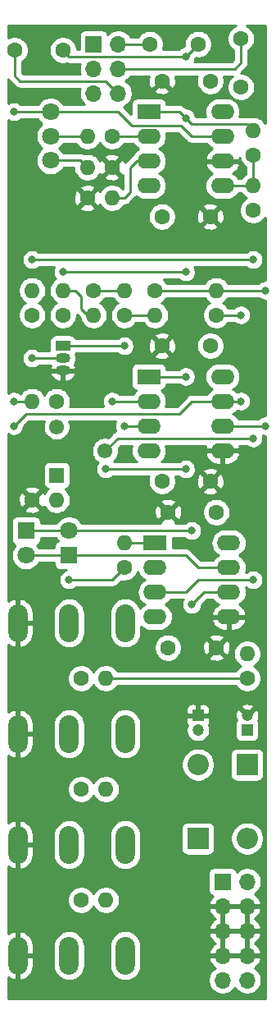
<source format=gbr>
G04 #@! TF.GenerationSoftware,KiCad,Pcbnew,(5.1.10)-1*
G04 #@! TF.CreationDate,2021-08-28T07:27:22+02:00*
G04 #@! TF.ProjectId,Haraldswerk NGF-E LFO Main,48617261-6c64-4737-9765-726b204e4746,rev?*
G04 #@! TF.SameCoordinates,Original*
G04 #@! TF.FileFunction,Copper,L2,Bot*
G04 #@! TF.FilePolarity,Positive*
%FSLAX46Y46*%
G04 Gerber Fmt 4.6, Leading zero omitted, Abs format (unit mm)*
G04 Created by KiCad (PCBNEW (5.1.10)-1) date 2021-08-28 07:27:22*
%MOMM*%
%LPD*%
G01*
G04 APERTURE LIST*
G04 #@! TA.AperFunction,ComponentPad*
%ADD10O,1.700000X1.700000*%
G04 #@! TD*
G04 #@! TA.AperFunction,ComponentPad*
%ADD11R,1.700000X1.700000*%
G04 #@! TD*
G04 #@! TA.AperFunction,ComponentPad*
%ADD12C,1.600000*%
G04 #@! TD*
G04 #@! TA.AperFunction,ComponentPad*
%ADD13O,1.600000X1.600000*%
G04 #@! TD*
G04 #@! TA.AperFunction,ComponentPad*
%ADD14C,1.550000*%
G04 #@! TD*
G04 #@! TA.AperFunction,ComponentPad*
%ADD15R,1.550000X1.550000*%
G04 #@! TD*
G04 #@! TA.AperFunction,ComponentPad*
%ADD16C,1.800000*%
G04 #@! TD*
G04 #@! TA.AperFunction,ComponentPad*
%ADD17O,2.000000X3.900000*%
G04 #@! TD*
G04 #@! TA.AperFunction,ComponentPad*
%ADD18O,2.400000X1.600000*%
G04 #@! TD*
G04 #@! TA.AperFunction,ComponentPad*
%ADD19R,2.400000X1.600000*%
G04 #@! TD*
G04 #@! TA.AperFunction,ComponentPad*
%ADD20O,2.200000X2.200000*%
G04 #@! TD*
G04 #@! TA.AperFunction,ComponentPad*
%ADD21R,2.200000X2.200000*%
G04 #@! TD*
G04 #@! TA.AperFunction,ComponentPad*
%ADD22R,1.500000X1.050000*%
G04 #@! TD*
G04 #@! TA.AperFunction,ComponentPad*
%ADD23O,1.500000X1.050000*%
G04 #@! TD*
G04 #@! TA.AperFunction,ComponentPad*
%ADD24R,1.800000X1.800000*%
G04 #@! TD*
G04 #@! TA.AperFunction,ComponentPad*
%ADD25C,1.200000*%
G04 #@! TD*
G04 #@! TA.AperFunction,ComponentPad*
%ADD26R,1.200000X1.200000*%
G04 #@! TD*
G04 #@! TA.AperFunction,ViaPad*
%ADD27C,0.800000*%
G04 #@! TD*
G04 #@! TA.AperFunction,Conductor*
%ADD28C,0.250000*%
G04 #@! TD*
G04 #@! TA.AperFunction,Conductor*
%ADD29C,0.254000*%
G04 #@! TD*
G04 #@! TA.AperFunction,Conductor*
%ADD30C,0.100000*%
G04 #@! TD*
G04 APERTURE END LIST*
D10*
G04 #@! TO.P,J6,6*
G04 #@! TO.N,Net-(C1-Pad2)*
X12065000Y-7620000D03*
G04 #@! TO.P,J6,5*
G04 #@! TO.N,Net-(J6-Pad1)*
X9525000Y-7620000D03*
G04 #@! TO.P,J6,4*
G04 #@! TO.N,Net-(C11-Pad2)*
X12065000Y-5080000D03*
G04 #@! TO.P,J6,3*
G04 #@! TO.N,Net-(J6-Pad1)*
X9525000Y-5080000D03*
G04 #@! TO.P,J6,2*
G04 #@! TO.N,Net-(C10-Pad2)*
X12065000Y-2540000D03*
D11*
G04 #@! TO.P,J6,1*
G04 #@! TO.N,Net-(J6-Pad1)*
X9525000Y-2540000D03*
G04 #@! TD*
D12*
G04 #@! TO.P,C11,2*
G04 #@! TO.N,Net-(C11-Pad2)*
X24765000Y-1985000D03*
G04 #@! TO.P,C11,1*
G04 #@! TO.N,TRI*
X24765000Y-6985000D03*
G04 #@! TD*
G04 #@! TO.P,C10,2*
G04 #@! TO.N,Net-(C10-Pad2)*
X15320000Y-2540000D03*
G04 #@! TO.P,C10,1*
G04 #@! TO.N,TRI*
X20320000Y-2540000D03*
G04 #@! TD*
D13*
G04 #@! TO.P,R16,2*
G04 #@! TO.N,TRI*
X10795000Y-67945000D03*
D12*
G04 #@! TO.P,R16,1*
G04 #@! TO.N,Net-(J3-PadT)*
X8255000Y-67945000D03*
G04 #@! TD*
D14*
G04 #@! TO.P,T1,2*
G04 #@! TO.N,SQR*
X10715000Y-44490000D03*
D15*
G04 #@! TO.P,T1,1*
G04 #@! TO.N,Net-(R7-Pad2)*
X5715000Y-46990000D03*
D14*
G04 #@! TO.P,T1,3*
G04 #@! TO.N,Net-(R6-Pad1)*
X5715000Y-41990000D03*
G04 #@! TD*
D16*
G04 #@! TO.P,RV1,1*
G04 #@! TO.N,Net-(R6-Pad2)*
X5080000Y-9525000D03*
G04 #@! TO.P,RV1,2*
G04 #@! TO.N,Net-(R2-Pad2)*
X5080000Y-12025000D03*
G04 #@! TO.P,RV1,3*
G04 #@! TO.N,Net-(R1-Pad2)*
X5080000Y-14525000D03*
G04 #@! TD*
D17*
G04 #@! TO.P,J4,TN*
G04 #@! TO.N,N/C*
X12800000Y-62230000D03*
G04 #@! TO.P,J4,T*
G04 #@! TO.N,Net-(J4-PadT)*
X7000000Y-62230000D03*
G04 #@! TO.P,J4,S*
G04 #@! TO.N,GND*
X1700000Y-62230000D03*
G04 #@! TD*
G04 #@! TO.P,J3,TN*
G04 #@! TO.N,N/C*
X12800000Y-73660000D03*
G04 #@! TO.P,J3,T*
G04 #@! TO.N,Net-(J3-PadT)*
X7000000Y-73660000D03*
G04 #@! TO.P,J3,S*
G04 #@! TO.N,GND*
X1700000Y-73660000D03*
G04 #@! TD*
G04 #@! TO.P,J2,TN*
G04 #@! TO.N,N/C*
X12800000Y-85090000D03*
G04 #@! TO.P,J2,T*
G04 #@! TO.N,Net-(J2-PadT)*
X7000000Y-85090000D03*
G04 #@! TO.P,J2,S*
G04 #@! TO.N,GND*
X1700000Y-85090000D03*
G04 #@! TD*
G04 #@! TO.P,J1,TN*
G04 #@! TO.N,N/C*
X12800000Y-96520000D03*
G04 #@! TO.P,J1,T*
G04 #@! TO.N,Net-(J1-PadT)*
X7000000Y-96520000D03*
G04 #@! TO.P,J1,S*
G04 #@! TO.N,GND*
X1700000Y-96520000D03*
G04 #@! TD*
D18*
G04 #@! TO.P,U3,8*
G04 #@! TO.N,+12V*
X23495000Y-53975000D03*
G04 #@! TO.P,U3,4*
G04 #@! TO.N,-12V*
X15875000Y-61595000D03*
G04 #@! TO.P,U3,7*
G04 #@! TO.N,Net-(D1-Pad1)*
X23495000Y-56515000D03*
G04 #@! TO.P,U3,3*
G04 #@! TO.N,SQR*
X15875000Y-59055000D03*
G04 #@! TO.P,U3,6*
G04 #@! TO.N,Net-(D1-Pad2)*
X23495000Y-59055000D03*
G04 #@! TO.P,U3,2*
G04 #@! TO.N,Net-(R17-Pad2)*
X15875000Y-56515000D03*
G04 #@! TO.P,U3,5*
G04 #@! TO.N,GND*
X23495000Y-61595000D03*
D19*
G04 #@! TO.P,U3,1*
G04 #@! TO.N,Net-(R17-Pad2)*
X15875000Y-53975000D03*
G04 #@! TD*
D18*
G04 #@! TO.P,U2,8*
G04 #@! TO.N,+12V*
X22860000Y-36830000D03*
G04 #@! TO.P,U2,4*
G04 #@! TO.N,-12V*
X15240000Y-44450000D03*
G04 #@! TO.P,U2,7*
G04 #@! TO.N,Net-(R14-Pad1)*
X22860000Y-39370000D03*
G04 #@! TO.P,U2,3*
G04 #@! TO.N,Net-(Q1-Pad1)*
X15240000Y-41910000D03*
G04 #@! TO.P,U2,6*
G04 #@! TO.N,Net-(R13-Pad1)*
X22860000Y-41910000D03*
G04 #@! TO.P,U2,2*
G04 #@! TO.N,Net-(R11-Pad2)*
X15240000Y-39370000D03*
G04 #@! TO.P,U2,5*
G04 #@! TO.N,GND*
X22860000Y-44450000D03*
D19*
G04 #@! TO.P,U2,1*
G04 #@! TO.N,Net-(R11-Pad1)*
X15240000Y-36830000D03*
G04 #@! TD*
D18*
G04 #@! TO.P,U1,8*
G04 #@! TO.N,+12V*
X22860000Y-9525000D03*
G04 #@! TO.P,U1,4*
G04 #@! TO.N,-12V*
X15240000Y-17145000D03*
G04 #@! TO.P,U1,7*
G04 #@! TO.N,Net-(R6-Pad2)*
X22860000Y-12065000D03*
G04 #@! TO.P,U1,3*
G04 #@! TO.N,Net-(R3-Pad2)*
X15240000Y-14605000D03*
G04 #@! TO.P,U1,6*
G04 #@! TO.N,GND*
X22860000Y-14605000D03*
G04 #@! TO.P,U1,2*
G04 #@! TO.N,Net-(J6-Pad1)*
X15240000Y-12065000D03*
G04 #@! TO.P,U1,5*
G04 #@! TO.N,Net-(R4-Pad1)*
X22860000Y-17145000D03*
D19*
G04 #@! TO.P,U1,1*
G04 #@! TO.N,TRI*
X15240000Y-9525000D03*
G04 #@! TD*
D13*
G04 #@! TO.P,R18,2*
G04 #@! TO.N,Net-(D1-Pad2)*
X25400000Y-65405000D03*
D12*
G04 #@! TO.P,R18,1*
G04 #@! TO.N,TRI*
X25400000Y-67945000D03*
G04 #@! TD*
D13*
G04 #@! TO.P,R17,2*
G04 #@! TO.N,Net-(R17-Pad2)*
X12700000Y-53975000D03*
D12*
G04 #@! TO.P,R17,1*
G04 #@! TO.N,Net-(J4-PadT)*
X12700000Y-56515000D03*
G04 #@! TD*
D13*
G04 #@! TO.P,R15,2*
G04 #@! TO.N,Net-(R14-Pad1)*
X10795000Y-79375000D03*
D12*
G04 #@! TO.P,R15,1*
G04 #@! TO.N,Net-(J2-PadT)*
X8255000Y-79375000D03*
G04 #@! TD*
D13*
G04 #@! TO.P,R14,2*
G04 #@! TO.N,Net-(R13-Pad1)*
X22225000Y-27940000D03*
D12*
G04 #@! TO.P,R14,1*
G04 #@! TO.N,Net-(R14-Pad1)*
X22225000Y-30480000D03*
G04 #@! TD*
D13*
G04 #@! TO.P,R13,2*
G04 #@! TO.N,Net-(R11-Pad1)*
X15875000Y-30480000D03*
D12*
G04 #@! TO.P,R13,1*
G04 #@! TO.N,Net-(R13-Pad1)*
X15875000Y-27940000D03*
G04 #@! TD*
D13*
G04 #@! TO.P,R12,2*
G04 #@! TO.N,Net-(R11-Pad1)*
X10795000Y-90805000D03*
D12*
G04 #@! TO.P,R12,1*
G04 #@! TO.N,Net-(J1-PadT)*
X8255000Y-90805000D03*
G04 #@! TD*
D13*
G04 #@! TO.P,R11,2*
G04 #@! TO.N,Net-(R11-Pad2)*
X12700000Y-27940000D03*
D12*
G04 #@! TO.P,R11,1*
G04 #@! TO.N,Net-(R11-Pad1)*
X12700000Y-30480000D03*
G04 #@! TD*
D13*
G04 #@! TO.P,R10,2*
G04 #@! TO.N,TRI*
X6350000Y-27940000D03*
D12*
G04 #@! TO.P,R10,1*
G04 #@! TO.N,Net-(Q1-Pad1)*
X6350000Y-30480000D03*
G04 #@! TD*
D13*
G04 #@! TO.P,R9,2*
G04 #@! TO.N,TRI*
X9525000Y-30480000D03*
D12*
G04 #@! TO.P,R9,1*
G04 #@! TO.N,Net-(R11-Pad2)*
X9525000Y-27940000D03*
G04 #@! TD*
D13*
G04 #@! TO.P,R8,2*
G04 #@! TO.N,SQR*
X3175000Y-27940000D03*
D12*
G04 #@! TO.P,R8,1*
G04 #@! TO.N,Net-(Q1-Pad2)*
X3175000Y-30480000D03*
G04 #@! TD*
D13*
G04 #@! TO.P,R7,2*
G04 #@! TO.N,Net-(R7-Pad2)*
X5715000Y-49530000D03*
D12*
G04 #@! TO.P,R7,1*
G04 #@! TO.N,GND*
X3175000Y-49530000D03*
G04 #@! TD*
D13*
G04 #@! TO.P,R6,2*
G04 #@! TO.N,Net-(R6-Pad2)*
X3175000Y-39370000D03*
D12*
G04 #@! TO.P,R6,1*
G04 #@! TO.N,Net-(R6-Pad1)*
X5715000Y-39370000D03*
G04 #@! TD*
D13*
G04 #@! TO.P,R5,2*
G04 #@! TO.N,Net-(R4-Pad1)*
X26035000Y-17145000D03*
D12*
G04 #@! TO.P,R5,1*
G04 #@! TO.N,SQR*
X26035000Y-19685000D03*
G04 #@! TD*
D13*
G04 #@! TO.P,R4,2*
G04 #@! TO.N,TRI*
X26035000Y-11430000D03*
D12*
G04 #@! TO.P,R4,1*
G04 #@! TO.N,Net-(R4-Pad1)*
X26035000Y-13970000D03*
G04 #@! TD*
D13*
G04 #@! TO.P,R3,2*
G04 #@! TO.N,Net-(R3-Pad2)*
X11430000Y-18415000D03*
D12*
G04 #@! TO.P,R3,1*
G04 #@! TO.N,GND*
X8890000Y-18415000D03*
G04 #@! TD*
D13*
G04 #@! TO.P,R2,2*
G04 #@! TO.N,Net-(R2-Pad2)*
X8890000Y-12065000D03*
D12*
G04 #@! TO.P,R2,1*
G04 #@! TO.N,Net-(J6-Pad1)*
X11430000Y-12065000D03*
G04 #@! TD*
D13*
G04 #@! TO.P,R1,2*
G04 #@! TO.N,Net-(R1-Pad2)*
X8890000Y-15240000D03*
D12*
G04 #@! TO.P,R1,1*
G04 #@! TO.N,GND*
X11430000Y-15240000D03*
G04 #@! TD*
D20*
G04 #@! TO.P,D4,2*
G04 #@! TO.N,-12V*
X20320000Y-76835000D03*
D21*
G04 #@! TO.P,D4,1*
G04 #@! TO.N,-12VA*
X20320000Y-84455000D03*
G04 #@! TD*
D20*
G04 #@! TO.P,D3,2*
G04 #@! TO.N,+12VA*
X25400000Y-84455000D03*
D21*
G04 #@! TO.P,D3,1*
G04 #@! TO.N,+12V*
X25400000Y-76835000D03*
G04 #@! TD*
D12*
G04 #@! TO.P,C9,2*
G04 #@! TO.N,-12V*
X17225000Y-64770000D03*
G04 #@! TO.P,C9,1*
G04 #@! TO.N,GND*
X22225000Y-64770000D03*
G04 #@! TD*
G04 #@! TO.P,C8,2*
G04 #@! TO.N,GND*
X17225000Y-50800000D03*
G04 #@! TO.P,C8,1*
G04 #@! TO.N,+12V*
X22225000Y-50800000D03*
G04 #@! TD*
G04 #@! TO.P,C7,2*
G04 #@! TO.N,-12V*
X16590000Y-47625000D03*
G04 #@! TO.P,C7,1*
G04 #@! TO.N,GND*
X21590000Y-47625000D03*
G04 #@! TD*
G04 #@! TO.P,C6,2*
G04 #@! TO.N,GND*
X16590000Y-6350000D03*
G04 #@! TO.P,C6,1*
G04 #@! TO.N,+12V*
X21590000Y-6350000D03*
G04 #@! TD*
G04 #@! TO.P,C5,2*
G04 #@! TO.N,-12V*
X16590000Y-20320000D03*
G04 #@! TO.P,C5,1*
G04 #@! TO.N,GND*
X21590000Y-20320000D03*
G04 #@! TD*
G04 #@! TO.P,C4,2*
G04 #@! TO.N,GND*
X16590000Y-33655000D03*
G04 #@! TO.P,C4,1*
G04 #@! TO.N,+12V*
X21590000Y-33655000D03*
G04 #@! TD*
G04 #@! TO.P,C1,2*
G04 #@! TO.N,Net-(C1-Pad2)*
X1350000Y-3175000D03*
G04 #@! TO.P,C1,1*
G04 #@! TO.N,TRI*
X6350000Y-3175000D03*
G04 #@! TD*
D22*
G04 #@! TO.P,Q1,1*
G04 #@! TO.N,Net-(Q1-Pad1)*
X6350000Y-33655000D03*
D23*
G04 #@! TO.P,Q1,3*
G04 #@! TO.N,GND*
X6350000Y-36195000D03*
G04 #@! TO.P,Q1,2*
G04 #@! TO.N,Net-(Q1-Pad2)*
X6350000Y-34925000D03*
G04 #@! TD*
D10*
G04 #@! TO.P,J5,-12V*
G04 #@! TO.N,-12VA*
X25400000Y-99060000D03*
X22860000Y-99060000D03*
G04 #@! TO.P,J5,GND*
G04 #@! TO.N,GND*
X25400000Y-96520000D03*
X22860000Y-96520000D03*
X25400000Y-93980000D03*
X22860000Y-93980000D03*
X25400000Y-91440000D03*
X22860000Y-91440000D03*
G04 #@! TO.P,J5,+12V*
G04 #@! TO.N,+12VA*
X25400000Y-88900000D03*
D11*
X22860000Y-88900000D03*
G04 #@! TD*
D16*
G04 #@! TO.P,D2,2*
G04 #@! TO.N,Net-(D1-Pad1)*
X2540000Y-55245000D03*
D24*
G04 #@! TO.P,D2,1*
G04 #@! TO.N,Net-(D1-Pad2)*
X2540000Y-52705000D03*
G04 #@! TD*
D16*
G04 #@! TO.P,D1,2*
G04 #@! TO.N,Net-(D1-Pad2)*
X6985000Y-52705000D03*
D24*
G04 #@! TO.P,D1,1*
G04 #@! TO.N,Net-(D1-Pad1)*
X6985000Y-55245000D03*
G04 #@! TD*
D25*
G04 #@! TO.P,C3,2*
G04 #@! TO.N,-12V*
X20320000Y-73255000D03*
D26*
G04 #@! TO.P,C3,1*
G04 #@! TO.N,GND*
X20320000Y-71755000D03*
G04 #@! TD*
D25*
G04 #@! TO.P,C2,2*
G04 #@! TO.N,GND*
X25400000Y-71755000D03*
D26*
G04 #@! TO.P,C2,1*
G04 #@! TO.N,+12V*
X25400000Y-73255000D03*
G04 #@! TD*
D27*
G04 #@! TO.N,TRI*
X19050000Y-10160000D03*
X19050000Y-26035000D03*
X6350000Y-26035000D03*
X19050000Y-3810000D03*
G04 #@! TO.N,GND*
X19050000Y-33655000D03*
X19050000Y-48260000D03*
X12700000Y-59055000D03*
X3810000Y-1905000D03*
X3175000Y-7620000D03*
X12700000Y-45085000D03*
X4445000Y-53975000D03*
G04 #@! TO.N,Net-(D1-Pad2)*
X19685000Y-52705000D03*
G04 #@! TO.N,Net-(J4-PadT)*
X6985000Y-57785000D03*
G04 #@! TO.N,Net-(Q1-Pad1)*
X12700000Y-33655000D03*
X12700000Y-41910000D03*
G04 #@! TO.N,Net-(Q1-Pad2)*
X3175000Y-34925000D03*
G04 #@! TO.N,SQR*
X26035000Y-24765000D03*
X3175000Y-24765000D03*
X26035000Y-43180000D03*
X26035000Y-57785000D03*
G04 #@! TO.N,Net-(R6-Pad2)*
X1270000Y-9525000D03*
X1270000Y-39370000D03*
G04 #@! TO.N,Net-(R11-Pad2)*
X11430000Y-39370000D03*
G04 #@! TO.N,Net-(R11-Pad1)*
X19050000Y-36830000D03*
X19050000Y-46355000D03*
X10795000Y-46355000D03*
G04 #@! TO.N,Net-(R13-Pad1)*
X27305000Y-27940000D03*
X27305000Y-41910000D03*
G04 #@! TO.N,Net-(R14-Pad1)*
X24765000Y-30480000D03*
X24765000Y-39370000D03*
X1270000Y-41910000D03*
G04 #@! TO.N,Net-(D1-Pad2)*
X19685000Y-60325000D03*
G04 #@! TD*
D28*
G04 #@! TO.N,Net-(C1-Pad2)*
X10795000Y-6350000D02*
X12065000Y-7620000D01*
X1905000Y-6350000D02*
X10795000Y-6350000D01*
X1350000Y-5795000D02*
X1905000Y-6350000D01*
X1350000Y-3175000D02*
X1350000Y-5795000D01*
G04 #@! TO.N,Net-(J6-Pad1)*
X11430000Y-12065000D02*
X15240000Y-12065000D01*
G04 #@! TO.N,TRI*
X25400000Y-10795000D02*
X26035000Y-11430000D01*
X19685000Y-10795000D02*
X25400000Y-10795000D01*
X18415000Y-9525000D02*
X19050000Y-10160000D01*
X15240000Y-9525000D02*
X18415000Y-9525000D01*
X19050000Y-10160000D02*
X19685000Y-10795000D01*
X19050000Y-26035000D02*
X6350000Y-26035000D01*
X6350000Y-26035000D02*
X6350000Y-26035000D01*
X6350000Y-27940000D02*
X7620000Y-27940000D01*
X7620000Y-27940000D02*
X8255000Y-28575000D01*
X8255000Y-28575000D02*
X8255000Y-29845000D01*
X8255000Y-29845000D02*
X8890000Y-30480000D01*
X10795000Y-67945000D02*
X25400000Y-67945000D01*
X6350000Y-3175000D02*
X6985000Y-3810000D01*
X19050000Y-3810000D02*
X19050000Y-3810000D01*
X6985000Y-3810000D02*
X19050000Y-3810000D01*
X19050000Y-3810000D02*
X20320000Y-2540000D01*
G04 #@! TO.N,Net-(D1-Pad2)*
X2540000Y-52705000D02*
X6985000Y-52705000D01*
G04 #@! TO.N,Net-(D1-Pad1)*
X2540000Y-55245000D02*
X6985000Y-55245000D01*
G04 #@! TO.N,Net-(J4-PadT)*
X11430000Y-57785000D02*
X12700000Y-56515000D01*
X6985000Y-57785000D02*
X11430000Y-57785000D01*
G04 #@! TO.N,Net-(Q1-Pad1)*
X6350000Y-33655000D02*
X12700000Y-33655000D01*
X12700000Y-33655000D02*
X12700000Y-33655000D01*
X12700000Y-41910000D02*
X15240000Y-41910000D01*
G04 #@! TO.N,Net-(Q1-Pad2)*
X3175000Y-34925000D02*
X6350000Y-34925000D01*
G04 #@! TO.N,Net-(R1-Pad2)*
X8175000Y-14525000D02*
X8890000Y-15240000D01*
X5080000Y-14525000D02*
X8175000Y-14525000D01*
G04 #@! TO.N,Net-(R2-Pad2)*
X8850000Y-12025000D02*
X8890000Y-12065000D01*
X5080000Y-12025000D02*
X8850000Y-12025000D01*
G04 #@! TO.N,Net-(R3-Pad2)*
X11430000Y-18415000D02*
X12700000Y-18415000D01*
X12700000Y-18415000D02*
X13335000Y-17780000D01*
X13335000Y-17780000D02*
X13335000Y-15240000D01*
X13335000Y-15240000D02*
X13970000Y-14605000D01*
X13970000Y-14605000D02*
X15240000Y-14605000D01*
G04 #@! TO.N,Net-(R4-Pad1)*
X26035000Y-17145000D02*
X22860000Y-17145000D01*
X26035000Y-13970000D02*
X26035000Y-17145000D01*
G04 #@! TO.N,SQR*
X26035000Y-24765000D02*
X3175000Y-24765000D01*
X3175000Y-24765000D02*
X3175000Y-24765000D01*
X12025000Y-43180000D02*
X10715000Y-44490000D01*
X26035000Y-43180000D02*
X12025000Y-43180000D01*
X26035000Y-57785000D02*
X20320000Y-57785000D01*
X19050000Y-59055000D02*
X15875000Y-59055000D01*
X20320000Y-57785000D02*
X19050000Y-59055000D01*
G04 #@! TO.N,Net-(R6-Pad2)*
X5080000Y-9525000D02*
X12065000Y-9525000D01*
X13479990Y-10939990D02*
X18559990Y-10939990D01*
X12065000Y-9525000D02*
X13479990Y-10939990D01*
X19685000Y-12065000D02*
X22860000Y-12065000D01*
X18559990Y-10939990D02*
X19685000Y-12065000D01*
X5080000Y-9525000D02*
X1270000Y-9525000D01*
X1270000Y-9525000D02*
X1270000Y-9525000D01*
X1270000Y-39370000D02*
X3175000Y-39370000D01*
G04 #@! TO.N,Net-(R11-Pad2)*
X9525000Y-27940000D02*
X12700000Y-27940000D01*
X11430000Y-39370000D02*
X15240000Y-39370000D01*
G04 #@! TO.N,Net-(R11-Pad1)*
X12700000Y-30480000D02*
X15875000Y-30480000D01*
X15240000Y-36830000D02*
X19050000Y-36830000D01*
X19050000Y-36830000D02*
X19050000Y-36830000D01*
X19050000Y-46355000D02*
X12700000Y-46355000D01*
X12700000Y-46355000D02*
X10795000Y-46355000D01*
X10795000Y-46355000D02*
X10795000Y-46355000D01*
G04 #@! TO.N,Net-(R13-Pad1)*
X15875000Y-27940000D02*
X22225000Y-27940000D01*
X22225000Y-27940000D02*
X27305000Y-27940000D01*
X27305000Y-41910000D02*
X22860000Y-41910000D01*
G04 #@! TO.N,Net-(R14-Pad1)*
X22225000Y-30480000D02*
X24765000Y-30480000D01*
X24765000Y-39370000D02*
X22860000Y-39370000D01*
X22860000Y-39370000D02*
X19685000Y-39370000D01*
X19685000Y-39370000D02*
X18415000Y-40640000D01*
X18415000Y-40640000D02*
X8255000Y-40640000D01*
X8255000Y-40640000D02*
X2540000Y-40640000D01*
X2540000Y-40640000D02*
X1270000Y-41910000D01*
X1270000Y-41910000D02*
X1270000Y-41910000D01*
G04 #@! TO.N,Net-(R17-Pad2)*
X12700000Y-53975000D02*
X15875000Y-53975000D01*
G04 #@! TO.N,Net-(D1-Pad2)*
X23495000Y-59055000D02*
X20955000Y-59055000D01*
X20955000Y-59055000D02*
X19685000Y-60325000D01*
X19685000Y-60325000D02*
X19685000Y-60325000D01*
X19685000Y-52705000D02*
X6985000Y-52705000D01*
G04 #@! TO.N,Net-(D1-Pad1)*
X20320000Y-56515000D02*
X23495000Y-56515000D01*
X19050000Y-55245000D02*
X20320000Y-56515000D01*
X6985000Y-55245000D02*
X19050000Y-55245000D01*
G04 #@! TO.N,Net-(C10-Pad2)*
X12065000Y-2540000D02*
X15320000Y-2540000D01*
G04 #@! TO.N,Net-(C11-Pad2)*
X12065000Y-5080000D02*
X24130000Y-5080000D01*
X24765000Y-4445000D02*
X24765000Y-1985000D01*
X24130000Y-5080000D02*
X24765000Y-4445000D01*
G04 #@! TD*
D29*
G04 #@! TO.N,GND*
X4359186Y-41578718D02*
X4305000Y-41851127D01*
X4305000Y-42128873D01*
X4359186Y-42401282D01*
X4465475Y-42657885D01*
X4619782Y-42888822D01*
X4816178Y-43085218D01*
X5047115Y-43239525D01*
X5303718Y-43345814D01*
X5576127Y-43400000D01*
X5853873Y-43400000D01*
X6126282Y-43345814D01*
X6382885Y-43239525D01*
X6613822Y-43085218D01*
X6810218Y-42888822D01*
X6964525Y-42657885D01*
X7070814Y-42401282D01*
X7125000Y-42128873D01*
X7125000Y-41851127D01*
X7070814Y-41578718D01*
X6996786Y-41400000D01*
X11795987Y-41400000D01*
X11782795Y-41419744D01*
X11704774Y-41608102D01*
X11665000Y-41808061D01*
X11665000Y-42011939D01*
X11704774Y-42211898D01*
X11782795Y-42400256D01*
X11815584Y-42449328D01*
X11732753Y-42474454D01*
X11600724Y-42545026D01*
X11484999Y-42639999D01*
X11461201Y-42668997D01*
X11017626Y-43112573D01*
X10853873Y-43080000D01*
X10576127Y-43080000D01*
X10303718Y-43134186D01*
X10047115Y-43240475D01*
X9816178Y-43394782D01*
X9619782Y-43591178D01*
X9465475Y-43822115D01*
X9359186Y-44078718D01*
X9305000Y-44351127D01*
X9305000Y-44628873D01*
X9359186Y-44901282D01*
X9465475Y-45157885D01*
X9619782Y-45388822D01*
X9816178Y-45585218D01*
X9987900Y-45699959D01*
X9877795Y-45864744D01*
X9799774Y-46053102D01*
X9760000Y-46253061D01*
X9760000Y-46456939D01*
X9799774Y-46656898D01*
X9877795Y-46845256D01*
X9991063Y-47014774D01*
X10135226Y-47158937D01*
X10304744Y-47272205D01*
X10493102Y-47350226D01*
X10693061Y-47390000D01*
X10896939Y-47390000D01*
X11096898Y-47350226D01*
X11285256Y-47272205D01*
X11454774Y-47158937D01*
X11498711Y-47115000D01*
X15248017Y-47115000D01*
X15210147Y-47206426D01*
X15155000Y-47483665D01*
X15155000Y-47766335D01*
X15210147Y-48043574D01*
X15318320Y-48304727D01*
X15475363Y-48539759D01*
X15675241Y-48739637D01*
X15910273Y-48896680D01*
X16171426Y-49004853D01*
X16448665Y-49060000D01*
X16731335Y-49060000D01*
X17008574Y-49004853D01*
X17269727Y-48896680D01*
X17504759Y-48739637D01*
X17626694Y-48617702D01*
X20776903Y-48617702D01*
X20848486Y-48861671D01*
X21103996Y-48982571D01*
X21378184Y-49051300D01*
X21660512Y-49065217D01*
X21940130Y-49023787D01*
X22206292Y-48928603D01*
X22331514Y-48861671D01*
X22403097Y-48617702D01*
X21590000Y-47804605D01*
X20776903Y-48617702D01*
X17626694Y-48617702D01*
X17704637Y-48539759D01*
X17861680Y-48304727D01*
X17969853Y-48043574D01*
X18025000Y-47766335D01*
X18025000Y-47695512D01*
X20149783Y-47695512D01*
X20191213Y-47975130D01*
X20286397Y-48241292D01*
X20353329Y-48366514D01*
X20597298Y-48438097D01*
X21410395Y-47625000D01*
X21769605Y-47625000D01*
X22582702Y-48438097D01*
X22826671Y-48366514D01*
X22947571Y-48111004D01*
X23016300Y-47836816D01*
X23030217Y-47554488D01*
X22988787Y-47274870D01*
X22893603Y-47008708D01*
X22826671Y-46883486D01*
X22582702Y-46811903D01*
X21769605Y-47625000D01*
X21410395Y-47625000D01*
X20597298Y-46811903D01*
X20353329Y-46883486D01*
X20232429Y-47138996D01*
X20163700Y-47413184D01*
X20149783Y-47695512D01*
X18025000Y-47695512D01*
X18025000Y-47483665D01*
X17969853Y-47206426D01*
X17931983Y-47115000D01*
X18346289Y-47115000D01*
X18390226Y-47158937D01*
X18559744Y-47272205D01*
X18748102Y-47350226D01*
X18948061Y-47390000D01*
X19151939Y-47390000D01*
X19351898Y-47350226D01*
X19540256Y-47272205D01*
X19709774Y-47158937D01*
X19853937Y-47014774D01*
X19967205Y-46845256D01*
X20045226Y-46656898D01*
X20050119Y-46632298D01*
X20776903Y-46632298D01*
X21590000Y-47445395D01*
X22403097Y-46632298D01*
X22331514Y-46388329D01*
X22076004Y-46267429D01*
X21801816Y-46198700D01*
X21519488Y-46184783D01*
X21239870Y-46226213D01*
X20973708Y-46321397D01*
X20848486Y-46388329D01*
X20776903Y-46632298D01*
X20050119Y-46632298D01*
X20085000Y-46456939D01*
X20085000Y-46253061D01*
X20045226Y-46053102D01*
X19967205Y-45864744D01*
X19853937Y-45695226D01*
X19709774Y-45551063D01*
X19540256Y-45437795D01*
X19351898Y-45359774D01*
X19151939Y-45320000D01*
X18948061Y-45320000D01*
X18748102Y-45359774D01*
X18559744Y-45437795D01*
X18390226Y-45551063D01*
X18346289Y-45595000D01*
X16506817Y-45595000D01*
X16659608Y-45469608D01*
X16838932Y-45251101D01*
X16972182Y-45001808D01*
X17033690Y-44799039D01*
X21068096Y-44799039D01*
X21085633Y-44881818D01*
X21196285Y-45141646D01*
X21355500Y-45374895D01*
X21557161Y-45572601D01*
X21793517Y-45727166D01*
X22055486Y-45832650D01*
X22333000Y-45885000D01*
X22733000Y-45885000D01*
X22733000Y-44577000D01*
X22987000Y-44577000D01*
X22987000Y-45885000D01*
X23387000Y-45885000D01*
X23664514Y-45832650D01*
X23926483Y-45727166D01*
X24162839Y-45572601D01*
X24364500Y-45374895D01*
X24523715Y-45141646D01*
X24634367Y-44881818D01*
X24651904Y-44799039D01*
X24529915Y-44577000D01*
X22987000Y-44577000D01*
X22733000Y-44577000D01*
X21190085Y-44577000D01*
X21068096Y-44799039D01*
X17033690Y-44799039D01*
X17054236Y-44731309D01*
X17081943Y-44450000D01*
X17054236Y-44168691D01*
X16984864Y-43940000D01*
X21118928Y-43940000D01*
X21085633Y-44018182D01*
X21068096Y-44100961D01*
X21190085Y-44323000D01*
X22733000Y-44323000D01*
X22733000Y-44303000D01*
X22987000Y-44303000D01*
X22987000Y-44323000D01*
X24529915Y-44323000D01*
X24651904Y-44100961D01*
X24634367Y-44018182D01*
X24601072Y-43940000D01*
X25331289Y-43940000D01*
X25375226Y-43983937D01*
X25544744Y-44097205D01*
X25733102Y-44175226D01*
X25933061Y-44215000D01*
X26136939Y-44215000D01*
X26336898Y-44175226D01*
X26525256Y-44097205D01*
X26694774Y-43983937D01*
X26838937Y-43839774D01*
X26952205Y-43670256D01*
X27030226Y-43481898D01*
X27070000Y-43281939D01*
X27070000Y-43078061D01*
X27036961Y-42911961D01*
X27203061Y-42945000D01*
X27280001Y-42945000D01*
X27280000Y-100940000D01*
X660000Y-100940000D01*
X660000Y-98734304D01*
X897239Y-98900010D01*
X1191645Y-99029144D01*
X1319566Y-99060124D01*
X1573000Y-98940777D01*
X1573000Y-96647000D01*
X1827000Y-96647000D01*
X1827000Y-98940777D01*
X2080434Y-99060124D01*
X2208355Y-99029144D01*
X2502761Y-98900010D01*
X2766317Y-98715922D01*
X2988895Y-98483954D01*
X3161942Y-98213020D01*
X3278807Y-97913532D01*
X3335000Y-97597000D01*
X3335000Y-96647000D01*
X1827000Y-96647000D01*
X1573000Y-96647000D01*
X1553000Y-96647000D01*
X1553000Y-96393000D01*
X1573000Y-96393000D01*
X1573000Y-94099223D01*
X1827000Y-94099223D01*
X1827000Y-96393000D01*
X3335000Y-96393000D01*
X3335000Y-95489679D01*
X5365000Y-95489679D01*
X5365001Y-97550322D01*
X5388658Y-97790516D01*
X5482149Y-98098715D01*
X5633970Y-98382752D01*
X5838287Y-98631714D01*
X6087249Y-98836031D01*
X6371286Y-98987852D01*
X6679485Y-99081343D01*
X7000000Y-99112911D01*
X7320516Y-99081343D01*
X7628715Y-98987852D01*
X7912752Y-98836031D01*
X8161714Y-98631714D01*
X8366031Y-98382752D01*
X8517852Y-98098715D01*
X8611343Y-97790516D01*
X8635000Y-97550322D01*
X8635000Y-95489679D01*
X11165000Y-95489679D01*
X11165001Y-97550322D01*
X11188658Y-97790516D01*
X11282149Y-98098715D01*
X11433970Y-98382752D01*
X11638287Y-98631714D01*
X11887249Y-98836031D01*
X12171286Y-98987852D01*
X12479485Y-99081343D01*
X12800000Y-99112911D01*
X13120516Y-99081343D01*
X13428715Y-98987852D01*
X13567368Y-98913740D01*
X21375000Y-98913740D01*
X21375000Y-99206260D01*
X21432068Y-99493158D01*
X21544010Y-99763411D01*
X21706525Y-100006632D01*
X21913368Y-100213475D01*
X22156589Y-100375990D01*
X22426842Y-100487932D01*
X22713740Y-100545000D01*
X23006260Y-100545000D01*
X23293158Y-100487932D01*
X23563411Y-100375990D01*
X23806632Y-100213475D01*
X24013475Y-100006632D01*
X24130000Y-99832240D01*
X24246525Y-100006632D01*
X24453368Y-100213475D01*
X24696589Y-100375990D01*
X24966842Y-100487932D01*
X25253740Y-100545000D01*
X25546260Y-100545000D01*
X25833158Y-100487932D01*
X26103411Y-100375990D01*
X26346632Y-100213475D01*
X26553475Y-100006632D01*
X26715990Y-99763411D01*
X26827932Y-99493158D01*
X26885000Y-99206260D01*
X26885000Y-98913740D01*
X26827932Y-98626842D01*
X26715990Y-98356589D01*
X26553475Y-98113368D01*
X26346632Y-97906525D01*
X26164466Y-97784805D01*
X26281355Y-97715178D01*
X26497588Y-97520269D01*
X26671641Y-97286920D01*
X26796825Y-97024099D01*
X26841476Y-96876890D01*
X26720155Y-96647000D01*
X25527000Y-96647000D01*
X25527000Y-96667000D01*
X25273000Y-96667000D01*
X25273000Y-96647000D01*
X22987000Y-96647000D01*
X22987000Y-96667000D01*
X22733000Y-96667000D01*
X22733000Y-96647000D01*
X21539845Y-96647000D01*
X21418524Y-96876890D01*
X21463175Y-97024099D01*
X21588359Y-97286920D01*
X21762412Y-97520269D01*
X21978645Y-97715178D01*
X22095534Y-97784805D01*
X21913368Y-97906525D01*
X21706525Y-98113368D01*
X21544010Y-98356589D01*
X21432068Y-98626842D01*
X21375000Y-98913740D01*
X13567368Y-98913740D01*
X13712752Y-98836031D01*
X13961714Y-98631714D01*
X14166031Y-98382752D01*
X14317852Y-98098715D01*
X14411343Y-97790516D01*
X14435000Y-97550322D01*
X14435000Y-95489678D01*
X14411343Y-95249484D01*
X14317852Y-94941285D01*
X14166031Y-94657248D01*
X13961714Y-94408286D01*
X13874718Y-94336890D01*
X21418524Y-94336890D01*
X21463175Y-94484099D01*
X21588359Y-94746920D01*
X21762412Y-94980269D01*
X21978645Y-95175178D01*
X22104255Y-95250000D01*
X21978645Y-95324822D01*
X21762412Y-95519731D01*
X21588359Y-95753080D01*
X21463175Y-96015901D01*
X21418524Y-96163110D01*
X21539845Y-96393000D01*
X22733000Y-96393000D01*
X22733000Y-94107000D01*
X22987000Y-94107000D01*
X22987000Y-96393000D01*
X25273000Y-96393000D01*
X25273000Y-94107000D01*
X25527000Y-94107000D01*
X25527000Y-96393000D01*
X26720155Y-96393000D01*
X26841476Y-96163110D01*
X26796825Y-96015901D01*
X26671641Y-95753080D01*
X26497588Y-95519731D01*
X26281355Y-95324822D01*
X26155745Y-95250000D01*
X26281355Y-95175178D01*
X26497588Y-94980269D01*
X26671641Y-94746920D01*
X26796825Y-94484099D01*
X26841476Y-94336890D01*
X26720155Y-94107000D01*
X25527000Y-94107000D01*
X25273000Y-94107000D01*
X22987000Y-94107000D01*
X22733000Y-94107000D01*
X21539845Y-94107000D01*
X21418524Y-94336890D01*
X13874718Y-94336890D01*
X13712751Y-94203969D01*
X13428714Y-94052148D01*
X13120515Y-93958657D01*
X12800000Y-93927089D01*
X12479484Y-93958657D01*
X12171285Y-94052148D01*
X11887248Y-94203969D01*
X11638286Y-94408286D01*
X11433969Y-94657249D01*
X11282148Y-94941286D01*
X11188657Y-95249485D01*
X11165000Y-95489679D01*
X8635000Y-95489679D01*
X8635000Y-95489678D01*
X8611343Y-95249484D01*
X8517852Y-94941285D01*
X8366031Y-94657248D01*
X8161714Y-94408286D01*
X7912751Y-94203969D01*
X7628714Y-94052148D01*
X7320515Y-93958657D01*
X7000000Y-93927089D01*
X6679484Y-93958657D01*
X6371285Y-94052148D01*
X6087248Y-94203969D01*
X5838286Y-94408286D01*
X5633969Y-94657249D01*
X5482148Y-94941286D01*
X5388657Y-95249485D01*
X5365000Y-95489679D01*
X3335000Y-95489679D01*
X3335000Y-95443000D01*
X3278807Y-95126468D01*
X3161942Y-94826980D01*
X2988895Y-94556046D01*
X2766317Y-94324078D01*
X2502761Y-94139990D01*
X2208355Y-94010856D01*
X2080434Y-93979876D01*
X1827000Y-94099223D01*
X1573000Y-94099223D01*
X1319566Y-93979876D01*
X1191645Y-94010856D01*
X897239Y-94139990D01*
X660000Y-94305696D01*
X660000Y-90663665D01*
X6820000Y-90663665D01*
X6820000Y-90946335D01*
X6875147Y-91223574D01*
X6983320Y-91484727D01*
X7140363Y-91719759D01*
X7340241Y-91919637D01*
X7575273Y-92076680D01*
X7836426Y-92184853D01*
X8113665Y-92240000D01*
X8396335Y-92240000D01*
X8673574Y-92184853D01*
X8934727Y-92076680D01*
X9169759Y-91919637D01*
X9369637Y-91719759D01*
X9525000Y-91487241D01*
X9680363Y-91719759D01*
X9880241Y-91919637D01*
X10115273Y-92076680D01*
X10376426Y-92184853D01*
X10653665Y-92240000D01*
X10936335Y-92240000D01*
X11213574Y-92184853D01*
X11474727Y-92076680D01*
X11709759Y-91919637D01*
X11832506Y-91796890D01*
X21418524Y-91796890D01*
X21463175Y-91944099D01*
X21588359Y-92206920D01*
X21762412Y-92440269D01*
X21978645Y-92635178D01*
X22104255Y-92710000D01*
X21978645Y-92784822D01*
X21762412Y-92979731D01*
X21588359Y-93213080D01*
X21463175Y-93475901D01*
X21418524Y-93623110D01*
X21539845Y-93853000D01*
X22733000Y-93853000D01*
X22733000Y-91567000D01*
X22987000Y-91567000D01*
X22987000Y-93853000D01*
X25273000Y-93853000D01*
X25273000Y-91567000D01*
X25527000Y-91567000D01*
X25527000Y-93853000D01*
X26720155Y-93853000D01*
X26841476Y-93623110D01*
X26796825Y-93475901D01*
X26671641Y-93213080D01*
X26497588Y-92979731D01*
X26281355Y-92784822D01*
X26155745Y-92710000D01*
X26281355Y-92635178D01*
X26497588Y-92440269D01*
X26671641Y-92206920D01*
X26796825Y-91944099D01*
X26841476Y-91796890D01*
X26720155Y-91567000D01*
X25527000Y-91567000D01*
X25273000Y-91567000D01*
X22987000Y-91567000D01*
X22733000Y-91567000D01*
X21539845Y-91567000D01*
X21418524Y-91796890D01*
X11832506Y-91796890D01*
X11909637Y-91719759D01*
X12066680Y-91484727D01*
X12174853Y-91223574D01*
X12230000Y-90946335D01*
X12230000Y-90663665D01*
X12174853Y-90386426D01*
X12066680Y-90125273D01*
X11909637Y-89890241D01*
X11709759Y-89690363D01*
X11474727Y-89533320D01*
X11213574Y-89425147D01*
X10936335Y-89370000D01*
X10653665Y-89370000D01*
X10376426Y-89425147D01*
X10115273Y-89533320D01*
X9880241Y-89690363D01*
X9680363Y-89890241D01*
X9525000Y-90122759D01*
X9369637Y-89890241D01*
X9169759Y-89690363D01*
X8934727Y-89533320D01*
X8673574Y-89425147D01*
X8396335Y-89370000D01*
X8113665Y-89370000D01*
X7836426Y-89425147D01*
X7575273Y-89533320D01*
X7340241Y-89690363D01*
X7140363Y-89890241D01*
X6983320Y-90125273D01*
X6875147Y-90386426D01*
X6820000Y-90663665D01*
X660000Y-90663665D01*
X660000Y-88050000D01*
X21371928Y-88050000D01*
X21371928Y-89750000D01*
X21384188Y-89874482D01*
X21420498Y-89994180D01*
X21479463Y-90104494D01*
X21558815Y-90201185D01*
X21655506Y-90280537D01*
X21765820Y-90339502D01*
X21846466Y-90363966D01*
X21762412Y-90439731D01*
X21588359Y-90673080D01*
X21463175Y-90935901D01*
X21418524Y-91083110D01*
X21539845Y-91313000D01*
X22733000Y-91313000D01*
X22733000Y-91293000D01*
X22987000Y-91293000D01*
X22987000Y-91313000D01*
X25273000Y-91313000D01*
X25273000Y-91293000D01*
X25527000Y-91293000D01*
X25527000Y-91313000D01*
X26720155Y-91313000D01*
X26841476Y-91083110D01*
X26796825Y-90935901D01*
X26671641Y-90673080D01*
X26497588Y-90439731D01*
X26281355Y-90244822D01*
X26164466Y-90175195D01*
X26346632Y-90053475D01*
X26553475Y-89846632D01*
X26715990Y-89603411D01*
X26827932Y-89333158D01*
X26885000Y-89046260D01*
X26885000Y-88753740D01*
X26827932Y-88466842D01*
X26715990Y-88196589D01*
X26553475Y-87953368D01*
X26346632Y-87746525D01*
X26103411Y-87584010D01*
X25833158Y-87472068D01*
X25546260Y-87415000D01*
X25253740Y-87415000D01*
X24966842Y-87472068D01*
X24696589Y-87584010D01*
X24453368Y-87746525D01*
X24321513Y-87878380D01*
X24299502Y-87805820D01*
X24240537Y-87695506D01*
X24161185Y-87598815D01*
X24064494Y-87519463D01*
X23954180Y-87460498D01*
X23834482Y-87424188D01*
X23710000Y-87411928D01*
X22010000Y-87411928D01*
X21885518Y-87424188D01*
X21765820Y-87460498D01*
X21655506Y-87519463D01*
X21558815Y-87598815D01*
X21479463Y-87695506D01*
X21420498Y-87805820D01*
X21384188Y-87925518D01*
X21371928Y-88050000D01*
X660000Y-88050000D01*
X660000Y-87304304D01*
X897239Y-87470010D01*
X1191645Y-87599144D01*
X1319566Y-87630124D01*
X1573000Y-87510777D01*
X1573000Y-85217000D01*
X1827000Y-85217000D01*
X1827000Y-87510777D01*
X2080434Y-87630124D01*
X2208355Y-87599144D01*
X2502761Y-87470010D01*
X2766317Y-87285922D01*
X2988895Y-87053954D01*
X3161942Y-86783020D01*
X3278807Y-86483532D01*
X3335000Y-86167000D01*
X3335000Y-85217000D01*
X1827000Y-85217000D01*
X1573000Y-85217000D01*
X1553000Y-85217000D01*
X1553000Y-84963000D01*
X1573000Y-84963000D01*
X1573000Y-82669223D01*
X1827000Y-82669223D01*
X1827000Y-84963000D01*
X3335000Y-84963000D01*
X3335000Y-84059679D01*
X5365000Y-84059679D01*
X5365001Y-86120322D01*
X5388658Y-86360516D01*
X5482149Y-86668715D01*
X5633970Y-86952752D01*
X5838287Y-87201714D01*
X6087249Y-87406031D01*
X6371286Y-87557852D01*
X6679485Y-87651343D01*
X7000000Y-87682911D01*
X7320516Y-87651343D01*
X7628715Y-87557852D01*
X7912752Y-87406031D01*
X8161714Y-87201714D01*
X8366031Y-86952752D01*
X8517852Y-86668715D01*
X8611343Y-86360516D01*
X8635000Y-86120322D01*
X8635000Y-84059679D01*
X11165000Y-84059679D01*
X11165001Y-86120322D01*
X11188658Y-86360516D01*
X11282149Y-86668715D01*
X11433970Y-86952752D01*
X11638287Y-87201714D01*
X11887249Y-87406031D01*
X12171286Y-87557852D01*
X12479485Y-87651343D01*
X12800000Y-87682911D01*
X13120516Y-87651343D01*
X13428715Y-87557852D01*
X13712752Y-87406031D01*
X13961714Y-87201714D01*
X14166031Y-86952752D01*
X14317852Y-86668715D01*
X14411343Y-86360516D01*
X14435000Y-86120322D01*
X14435000Y-84059678D01*
X14411343Y-83819484D01*
X14317852Y-83511285D01*
X14234316Y-83355000D01*
X18581928Y-83355000D01*
X18581928Y-85555000D01*
X18594188Y-85679482D01*
X18630498Y-85799180D01*
X18689463Y-85909494D01*
X18768815Y-86006185D01*
X18865506Y-86085537D01*
X18975820Y-86144502D01*
X19095518Y-86180812D01*
X19220000Y-86193072D01*
X21420000Y-86193072D01*
X21544482Y-86180812D01*
X21664180Y-86144502D01*
X21774494Y-86085537D01*
X21871185Y-86006185D01*
X21950537Y-85909494D01*
X22009502Y-85799180D01*
X22045812Y-85679482D01*
X22058072Y-85555000D01*
X22058072Y-84284117D01*
X23665000Y-84284117D01*
X23665000Y-84625883D01*
X23731675Y-84961081D01*
X23862463Y-85276831D01*
X24052337Y-85560998D01*
X24294002Y-85802663D01*
X24578169Y-85992537D01*
X24893919Y-86123325D01*
X25229117Y-86190000D01*
X25570883Y-86190000D01*
X25906081Y-86123325D01*
X26221831Y-85992537D01*
X26505998Y-85802663D01*
X26747663Y-85560998D01*
X26937537Y-85276831D01*
X27068325Y-84961081D01*
X27135000Y-84625883D01*
X27135000Y-84284117D01*
X27068325Y-83948919D01*
X26937537Y-83633169D01*
X26747663Y-83349002D01*
X26505998Y-83107337D01*
X26221831Y-82917463D01*
X25906081Y-82786675D01*
X25570883Y-82720000D01*
X25229117Y-82720000D01*
X24893919Y-82786675D01*
X24578169Y-82917463D01*
X24294002Y-83107337D01*
X24052337Y-83349002D01*
X23862463Y-83633169D01*
X23731675Y-83948919D01*
X23665000Y-84284117D01*
X22058072Y-84284117D01*
X22058072Y-83355000D01*
X22045812Y-83230518D01*
X22009502Y-83110820D01*
X21950537Y-83000506D01*
X21871185Y-82903815D01*
X21774494Y-82824463D01*
X21664180Y-82765498D01*
X21544482Y-82729188D01*
X21420000Y-82716928D01*
X19220000Y-82716928D01*
X19095518Y-82729188D01*
X18975820Y-82765498D01*
X18865506Y-82824463D01*
X18768815Y-82903815D01*
X18689463Y-83000506D01*
X18630498Y-83110820D01*
X18594188Y-83230518D01*
X18581928Y-83355000D01*
X14234316Y-83355000D01*
X14166031Y-83227248D01*
X13961714Y-82978286D01*
X13712751Y-82773969D01*
X13428714Y-82622148D01*
X13120515Y-82528657D01*
X12800000Y-82497089D01*
X12479484Y-82528657D01*
X12171285Y-82622148D01*
X11887248Y-82773969D01*
X11638286Y-82978286D01*
X11433969Y-83227249D01*
X11282148Y-83511286D01*
X11188657Y-83819485D01*
X11165000Y-84059679D01*
X8635000Y-84059679D01*
X8635000Y-84059678D01*
X8611343Y-83819484D01*
X8517852Y-83511285D01*
X8366031Y-83227248D01*
X8161714Y-82978286D01*
X7912751Y-82773969D01*
X7628714Y-82622148D01*
X7320515Y-82528657D01*
X7000000Y-82497089D01*
X6679484Y-82528657D01*
X6371285Y-82622148D01*
X6087248Y-82773969D01*
X5838286Y-82978286D01*
X5633969Y-83227249D01*
X5482148Y-83511286D01*
X5388657Y-83819485D01*
X5365000Y-84059679D01*
X3335000Y-84059679D01*
X3335000Y-84013000D01*
X3278807Y-83696468D01*
X3161942Y-83396980D01*
X2988895Y-83126046D01*
X2766317Y-82894078D01*
X2502761Y-82709990D01*
X2208355Y-82580856D01*
X2080434Y-82549876D01*
X1827000Y-82669223D01*
X1573000Y-82669223D01*
X1319566Y-82549876D01*
X1191645Y-82580856D01*
X897239Y-82709990D01*
X660000Y-82875696D01*
X660000Y-79233665D01*
X6820000Y-79233665D01*
X6820000Y-79516335D01*
X6875147Y-79793574D01*
X6983320Y-80054727D01*
X7140363Y-80289759D01*
X7340241Y-80489637D01*
X7575273Y-80646680D01*
X7836426Y-80754853D01*
X8113665Y-80810000D01*
X8396335Y-80810000D01*
X8673574Y-80754853D01*
X8934727Y-80646680D01*
X9169759Y-80489637D01*
X9369637Y-80289759D01*
X9525000Y-80057241D01*
X9680363Y-80289759D01*
X9880241Y-80489637D01*
X10115273Y-80646680D01*
X10376426Y-80754853D01*
X10653665Y-80810000D01*
X10936335Y-80810000D01*
X11213574Y-80754853D01*
X11474727Y-80646680D01*
X11709759Y-80489637D01*
X11909637Y-80289759D01*
X12066680Y-80054727D01*
X12174853Y-79793574D01*
X12230000Y-79516335D01*
X12230000Y-79233665D01*
X12174853Y-78956426D01*
X12066680Y-78695273D01*
X11909637Y-78460241D01*
X11709759Y-78260363D01*
X11474727Y-78103320D01*
X11213574Y-77995147D01*
X10936335Y-77940000D01*
X10653665Y-77940000D01*
X10376426Y-77995147D01*
X10115273Y-78103320D01*
X9880241Y-78260363D01*
X9680363Y-78460241D01*
X9525000Y-78692759D01*
X9369637Y-78460241D01*
X9169759Y-78260363D01*
X8934727Y-78103320D01*
X8673574Y-77995147D01*
X8396335Y-77940000D01*
X8113665Y-77940000D01*
X7836426Y-77995147D01*
X7575273Y-78103320D01*
X7340241Y-78260363D01*
X7140363Y-78460241D01*
X6983320Y-78695273D01*
X6875147Y-78956426D01*
X6820000Y-79233665D01*
X660000Y-79233665D01*
X660000Y-76664117D01*
X18585000Y-76664117D01*
X18585000Y-77005883D01*
X18651675Y-77341081D01*
X18782463Y-77656831D01*
X18972337Y-77940998D01*
X19214002Y-78182663D01*
X19498169Y-78372537D01*
X19813919Y-78503325D01*
X20149117Y-78570000D01*
X20490883Y-78570000D01*
X20826081Y-78503325D01*
X21141831Y-78372537D01*
X21425998Y-78182663D01*
X21667663Y-77940998D01*
X21857537Y-77656831D01*
X21988325Y-77341081D01*
X22055000Y-77005883D01*
X22055000Y-76664117D01*
X21988325Y-76328919D01*
X21857537Y-76013169D01*
X21671671Y-75735000D01*
X23661928Y-75735000D01*
X23661928Y-77935000D01*
X23674188Y-78059482D01*
X23710498Y-78179180D01*
X23769463Y-78289494D01*
X23848815Y-78386185D01*
X23945506Y-78465537D01*
X24055820Y-78524502D01*
X24175518Y-78560812D01*
X24300000Y-78573072D01*
X26500000Y-78573072D01*
X26624482Y-78560812D01*
X26744180Y-78524502D01*
X26854494Y-78465537D01*
X26951185Y-78386185D01*
X27030537Y-78289494D01*
X27089502Y-78179180D01*
X27125812Y-78059482D01*
X27138072Y-77935000D01*
X27138072Y-75735000D01*
X27125812Y-75610518D01*
X27089502Y-75490820D01*
X27030537Y-75380506D01*
X26951185Y-75283815D01*
X26854494Y-75204463D01*
X26744180Y-75145498D01*
X26624482Y-75109188D01*
X26500000Y-75096928D01*
X24300000Y-75096928D01*
X24175518Y-75109188D01*
X24055820Y-75145498D01*
X23945506Y-75204463D01*
X23848815Y-75283815D01*
X23769463Y-75380506D01*
X23710498Y-75490820D01*
X23674188Y-75610518D01*
X23661928Y-75735000D01*
X21671671Y-75735000D01*
X21667663Y-75729002D01*
X21425998Y-75487337D01*
X21141831Y-75297463D01*
X20826081Y-75166675D01*
X20490883Y-75100000D01*
X20149117Y-75100000D01*
X19813919Y-75166675D01*
X19498169Y-75297463D01*
X19214002Y-75487337D01*
X18972337Y-75729002D01*
X18782463Y-76013169D01*
X18651675Y-76328919D01*
X18585000Y-76664117D01*
X660000Y-76664117D01*
X660000Y-75874304D01*
X897239Y-76040010D01*
X1191645Y-76169144D01*
X1319566Y-76200124D01*
X1573000Y-76080777D01*
X1573000Y-73787000D01*
X1827000Y-73787000D01*
X1827000Y-76080777D01*
X2080434Y-76200124D01*
X2208355Y-76169144D01*
X2502761Y-76040010D01*
X2766317Y-75855922D01*
X2988895Y-75623954D01*
X3161942Y-75353020D01*
X3278807Y-75053532D01*
X3335000Y-74737000D01*
X3335000Y-73787000D01*
X1827000Y-73787000D01*
X1573000Y-73787000D01*
X1553000Y-73787000D01*
X1553000Y-73533000D01*
X1573000Y-73533000D01*
X1573000Y-71239223D01*
X1827000Y-71239223D01*
X1827000Y-73533000D01*
X3335000Y-73533000D01*
X3335000Y-72629679D01*
X5365000Y-72629679D01*
X5365001Y-74690322D01*
X5388658Y-74930516D01*
X5482149Y-75238715D01*
X5633970Y-75522752D01*
X5838287Y-75771714D01*
X6087249Y-75976031D01*
X6371286Y-76127852D01*
X6679485Y-76221343D01*
X7000000Y-76252911D01*
X7320516Y-76221343D01*
X7628715Y-76127852D01*
X7912752Y-75976031D01*
X8161714Y-75771714D01*
X8366031Y-75522752D01*
X8517852Y-75238715D01*
X8611343Y-74930516D01*
X8635000Y-74690322D01*
X8635000Y-72629679D01*
X11165000Y-72629679D01*
X11165001Y-74690322D01*
X11188658Y-74930516D01*
X11282149Y-75238715D01*
X11433970Y-75522752D01*
X11638287Y-75771714D01*
X11887249Y-75976031D01*
X12171286Y-76127852D01*
X12479485Y-76221343D01*
X12800000Y-76252911D01*
X13120516Y-76221343D01*
X13428715Y-76127852D01*
X13712752Y-75976031D01*
X13961714Y-75771714D01*
X14166031Y-75522752D01*
X14317852Y-75238715D01*
X14411343Y-74930516D01*
X14435000Y-74690322D01*
X14435000Y-72629678D01*
X14411343Y-72389484D01*
X14400883Y-72355000D01*
X19081928Y-72355000D01*
X19094188Y-72479482D01*
X19130498Y-72599180D01*
X19189463Y-72709494D01*
X19202581Y-72725478D01*
X19132460Y-72894764D01*
X19085000Y-73133363D01*
X19085000Y-73376637D01*
X19132460Y-73615236D01*
X19225557Y-73839992D01*
X19360713Y-74042267D01*
X19532733Y-74214287D01*
X19735008Y-74349443D01*
X19959764Y-74442540D01*
X20198363Y-74490000D01*
X20441637Y-74490000D01*
X20680236Y-74442540D01*
X20904992Y-74349443D01*
X21107267Y-74214287D01*
X21279287Y-74042267D01*
X21414443Y-73839992D01*
X21507540Y-73615236D01*
X21555000Y-73376637D01*
X21555000Y-73133363D01*
X21507540Y-72894764D01*
X21437419Y-72725478D01*
X21450537Y-72709494D01*
X21509502Y-72599180D01*
X21545812Y-72479482D01*
X21558072Y-72355000D01*
X21555000Y-72040750D01*
X21396250Y-71882000D01*
X20447000Y-71882000D01*
X20447000Y-71902000D01*
X20193000Y-71902000D01*
X20193000Y-71882000D01*
X19243750Y-71882000D01*
X19085000Y-72040750D01*
X19081928Y-72355000D01*
X14400883Y-72355000D01*
X14317852Y-72081285D01*
X14185375Y-71833438D01*
X24161505Y-71833438D01*
X24200605Y-72073549D01*
X24280451Y-72287117D01*
X24269463Y-72300506D01*
X24210498Y-72410820D01*
X24174188Y-72530518D01*
X24161928Y-72655000D01*
X24161928Y-73855000D01*
X24174188Y-73979482D01*
X24210498Y-74099180D01*
X24269463Y-74209494D01*
X24348815Y-74306185D01*
X24445506Y-74385537D01*
X24555820Y-74444502D01*
X24675518Y-74480812D01*
X24800000Y-74493072D01*
X26000000Y-74493072D01*
X26124482Y-74480812D01*
X26244180Y-74444502D01*
X26354494Y-74385537D01*
X26451185Y-74306185D01*
X26530537Y-74209494D01*
X26589502Y-74099180D01*
X26625812Y-73979482D01*
X26638072Y-73855000D01*
X26638072Y-72655000D01*
X26625812Y-72530518D01*
X26589502Y-72410820D01*
X26530537Y-72300506D01*
X26516432Y-72283319D01*
X26574237Y-72156484D01*
X26630000Y-71919687D01*
X26638495Y-71676562D01*
X26599395Y-71436451D01*
X26514202Y-71208582D01*
X26473348Y-71132148D01*
X26249764Y-71084841D01*
X25579605Y-71755000D01*
X25593748Y-71769143D01*
X25414143Y-71948748D01*
X25400000Y-71934605D01*
X25385858Y-71948748D01*
X25206253Y-71769143D01*
X25220395Y-71755000D01*
X24550236Y-71084841D01*
X24326652Y-71132148D01*
X24225763Y-71353516D01*
X24170000Y-71590313D01*
X24161505Y-71833438D01*
X14185375Y-71833438D01*
X14166031Y-71797248D01*
X13961714Y-71548286D01*
X13712751Y-71343969D01*
X13428714Y-71192148D01*
X13306254Y-71155000D01*
X19081928Y-71155000D01*
X19085000Y-71469250D01*
X19243750Y-71628000D01*
X20193000Y-71628000D01*
X20193000Y-70678750D01*
X20447000Y-70678750D01*
X20447000Y-71628000D01*
X21396250Y-71628000D01*
X21555000Y-71469250D01*
X21558072Y-71155000D01*
X21545812Y-71030518D01*
X21509502Y-70910820D01*
X21506518Y-70905236D01*
X24729841Y-70905236D01*
X25400000Y-71575395D01*
X26070159Y-70905236D01*
X26022852Y-70681652D01*
X25801484Y-70580763D01*
X25564687Y-70525000D01*
X25321562Y-70516505D01*
X25081451Y-70555605D01*
X24853582Y-70640798D01*
X24777148Y-70681652D01*
X24729841Y-70905236D01*
X21506518Y-70905236D01*
X21450537Y-70800506D01*
X21371185Y-70703815D01*
X21274494Y-70624463D01*
X21164180Y-70565498D01*
X21044482Y-70529188D01*
X20920000Y-70516928D01*
X20605750Y-70520000D01*
X20447000Y-70678750D01*
X20193000Y-70678750D01*
X20034250Y-70520000D01*
X19720000Y-70516928D01*
X19595518Y-70529188D01*
X19475820Y-70565498D01*
X19365506Y-70624463D01*
X19268815Y-70703815D01*
X19189463Y-70800506D01*
X19130498Y-70910820D01*
X19094188Y-71030518D01*
X19081928Y-71155000D01*
X13306254Y-71155000D01*
X13120515Y-71098657D01*
X12800000Y-71067089D01*
X12479484Y-71098657D01*
X12171285Y-71192148D01*
X11887248Y-71343969D01*
X11638286Y-71548286D01*
X11433969Y-71797249D01*
X11282148Y-72081286D01*
X11188657Y-72389485D01*
X11165000Y-72629679D01*
X8635000Y-72629679D01*
X8635000Y-72629678D01*
X8611343Y-72389484D01*
X8517852Y-72081285D01*
X8366031Y-71797248D01*
X8161714Y-71548286D01*
X7912751Y-71343969D01*
X7628714Y-71192148D01*
X7320515Y-71098657D01*
X7000000Y-71067089D01*
X6679484Y-71098657D01*
X6371285Y-71192148D01*
X6087248Y-71343969D01*
X5838286Y-71548286D01*
X5633969Y-71797249D01*
X5482148Y-72081286D01*
X5388657Y-72389485D01*
X5365000Y-72629679D01*
X3335000Y-72629679D01*
X3335000Y-72583000D01*
X3278807Y-72266468D01*
X3161942Y-71966980D01*
X2988895Y-71696046D01*
X2766317Y-71464078D01*
X2502761Y-71279990D01*
X2208355Y-71150856D01*
X2080434Y-71119876D01*
X1827000Y-71239223D01*
X1573000Y-71239223D01*
X1319566Y-71119876D01*
X1191645Y-71150856D01*
X897239Y-71279990D01*
X660000Y-71445696D01*
X660000Y-67803665D01*
X6820000Y-67803665D01*
X6820000Y-68086335D01*
X6875147Y-68363574D01*
X6983320Y-68624727D01*
X7140363Y-68859759D01*
X7340241Y-69059637D01*
X7575273Y-69216680D01*
X7836426Y-69324853D01*
X8113665Y-69380000D01*
X8396335Y-69380000D01*
X8673574Y-69324853D01*
X8934727Y-69216680D01*
X9169759Y-69059637D01*
X9369637Y-68859759D01*
X9525000Y-68627241D01*
X9680363Y-68859759D01*
X9880241Y-69059637D01*
X10115273Y-69216680D01*
X10376426Y-69324853D01*
X10653665Y-69380000D01*
X10936335Y-69380000D01*
X11213574Y-69324853D01*
X11474727Y-69216680D01*
X11709759Y-69059637D01*
X11909637Y-68859759D01*
X12013043Y-68705000D01*
X24181957Y-68705000D01*
X24285363Y-68859759D01*
X24485241Y-69059637D01*
X24720273Y-69216680D01*
X24981426Y-69324853D01*
X25258665Y-69380000D01*
X25541335Y-69380000D01*
X25818574Y-69324853D01*
X26079727Y-69216680D01*
X26314759Y-69059637D01*
X26514637Y-68859759D01*
X26671680Y-68624727D01*
X26779853Y-68363574D01*
X26835000Y-68086335D01*
X26835000Y-67803665D01*
X26779853Y-67526426D01*
X26671680Y-67265273D01*
X26514637Y-67030241D01*
X26314759Y-66830363D01*
X26082241Y-66675000D01*
X26314759Y-66519637D01*
X26514637Y-66319759D01*
X26671680Y-66084727D01*
X26779853Y-65823574D01*
X26835000Y-65546335D01*
X26835000Y-65263665D01*
X26779853Y-64986426D01*
X26671680Y-64725273D01*
X26514637Y-64490241D01*
X26314759Y-64290363D01*
X26079727Y-64133320D01*
X25818574Y-64025147D01*
X25541335Y-63970000D01*
X25258665Y-63970000D01*
X24981426Y-64025147D01*
X24720273Y-64133320D01*
X24485241Y-64290363D01*
X24285363Y-64490241D01*
X24128320Y-64725273D01*
X24020147Y-64986426D01*
X23965000Y-65263665D01*
X23965000Y-65546335D01*
X24020147Y-65823574D01*
X24128320Y-66084727D01*
X24285363Y-66319759D01*
X24485241Y-66519637D01*
X24717759Y-66675000D01*
X24485241Y-66830363D01*
X24285363Y-67030241D01*
X24181957Y-67185000D01*
X12013043Y-67185000D01*
X11909637Y-67030241D01*
X11709759Y-66830363D01*
X11474727Y-66673320D01*
X11213574Y-66565147D01*
X10936335Y-66510000D01*
X10653665Y-66510000D01*
X10376426Y-66565147D01*
X10115273Y-66673320D01*
X9880241Y-66830363D01*
X9680363Y-67030241D01*
X9525000Y-67262759D01*
X9369637Y-67030241D01*
X9169759Y-66830363D01*
X8934727Y-66673320D01*
X8673574Y-66565147D01*
X8396335Y-66510000D01*
X8113665Y-66510000D01*
X7836426Y-66565147D01*
X7575273Y-66673320D01*
X7340241Y-66830363D01*
X7140363Y-67030241D01*
X6983320Y-67265273D01*
X6875147Y-67526426D01*
X6820000Y-67803665D01*
X660000Y-67803665D01*
X660000Y-64444304D01*
X897239Y-64610010D01*
X1191645Y-64739144D01*
X1319566Y-64770124D01*
X1573000Y-64650777D01*
X1573000Y-62357000D01*
X1827000Y-62357000D01*
X1827000Y-64650777D01*
X2080434Y-64770124D01*
X2208355Y-64739144D01*
X2502761Y-64610010D01*
X2766317Y-64425922D01*
X2988895Y-64193954D01*
X3161942Y-63923020D01*
X3278807Y-63623532D01*
X3335000Y-63307000D01*
X3335000Y-62357000D01*
X1827000Y-62357000D01*
X1573000Y-62357000D01*
X1553000Y-62357000D01*
X1553000Y-62103000D01*
X1573000Y-62103000D01*
X1573000Y-59809223D01*
X1827000Y-59809223D01*
X1827000Y-62103000D01*
X3335000Y-62103000D01*
X3335000Y-61199679D01*
X5365000Y-61199679D01*
X5365001Y-63260322D01*
X5388658Y-63500516D01*
X5482149Y-63808715D01*
X5633970Y-64092752D01*
X5838287Y-64341714D01*
X6087249Y-64546031D01*
X6371286Y-64697852D01*
X6679485Y-64791343D01*
X7000000Y-64822911D01*
X7320516Y-64791343D01*
X7628715Y-64697852D01*
X7912752Y-64546031D01*
X8161714Y-64341714D01*
X8366031Y-64092752D01*
X8517852Y-63808715D01*
X8611343Y-63500516D01*
X8635000Y-63260322D01*
X8635000Y-61199678D01*
X8611343Y-60959484D01*
X8517852Y-60651285D01*
X8366031Y-60367248D01*
X8161714Y-60118286D01*
X7912751Y-59913969D01*
X7628714Y-59762148D01*
X7320515Y-59668657D01*
X7000000Y-59637089D01*
X6679484Y-59668657D01*
X6371285Y-59762148D01*
X6087248Y-59913969D01*
X5838286Y-60118286D01*
X5633969Y-60367249D01*
X5482148Y-60651286D01*
X5388657Y-60959485D01*
X5365000Y-61199679D01*
X3335000Y-61199679D01*
X3335000Y-61153000D01*
X3278807Y-60836468D01*
X3161942Y-60536980D01*
X2988895Y-60266046D01*
X2766317Y-60034078D01*
X2502761Y-59849990D01*
X2208355Y-59720856D01*
X2080434Y-59689876D01*
X1827000Y-59809223D01*
X1573000Y-59809223D01*
X1319566Y-59689876D01*
X1191645Y-59720856D01*
X897239Y-59849990D01*
X660000Y-60015696D01*
X660000Y-51805000D01*
X1001928Y-51805000D01*
X1001928Y-53605000D01*
X1014188Y-53729482D01*
X1050498Y-53849180D01*
X1109463Y-53959494D01*
X1188815Y-54056185D01*
X1285506Y-54135537D01*
X1395820Y-54194502D01*
X1414127Y-54200056D01*
X1347688Y-54266495D01*
X1179701Y-54517905D01*
X1063989Y-54797257D01*
X1005000Y-55093816D01*
X1005000Y-55396184D01*
X1063989Y-55692743D01*
X1179701Y-55972095D01*
X1347688Y-56223505D01*
X1561495Y-56437312D01*
X1812905Y-56605299D01*
X2092257Y-56721011D01*
X2388816Y-56780000D01*
X2691184Y-56780000D01*
X2987743Y-56721011D01*
X3267095Y-56605299D01*
X3518505Y-56437312D01*
X3732312Y-56223505D01*
X3878313Y-56005000D01*
X5446928Y-56005000D01*
X5446928Y-56145000D01*
X5459188Y-56269482D01*
X5495498Y-56389180D01*
X5554463Y-56499494D01*
X5633815Y-56596185D01*
X5730506Y-56675537D01*
X5840820Y-56734502D01*
X5960518Y-56770812D01*
X6085000Y-56783072D01*
X6716795Y-56783072D01*
X6683102Y-56789774D01*
X6494744Y-56867795D01*
X6325226Y-56981063D01*
X6181063Y-57125226D01*
X6067795Y-57294744D01*
X5989774Y-57483102D01*
X5950000Y-57683061D01*
X5950000Y-57886939D01*
X5989774Y-58086898D01*
X6067795Y-58275256D01*
X6181063Y-58444774D01*
X6325226Y-58588937D01*
X6494744Y-58702205D01*
X6683102Y-58780226D01*
X6883061Y-58820000D01*
X7086939Y-58820000D01*
X7286898Y-58780226D01*
X7475256Y-58702205D01*
X7644774Y-58588937D01*
X7688711Y-58545000D01*
X11392678Y-58545000D01*
X11430000Y-58548676D01*
X11467322Y-58545000D01*
X11467333Y-58545000D01*
X11578986Y-58534003D01*
X11722247Y-58490546D01*
X11854276Y-58419974D01*
X11970001Y-58325001D01*
X11993804Y-58295997D01*
X12376114Y-57913688D01*
X12558665Y-57950000D01*
X12841335Y-57950000D01*
X13118574Y-57894853D01*
X13379727Y-57786680D01*
X13614759Y-57629637D01*
X13814637Y-57429759D01*
X13971680Y-57194727D01*
X14079853Y-56933574D01*
X14088783Y-56888678D01*
X14142818Y-57066808D01*
X14276068Y-57316101D01*
X14455392Y-57534608D01*
X14673899Y-57713932D01*
X14806858Y-57785000D01*
X14673899Y-57856068D01*
X14455392Y-58035392D01*
X14276068Y-58253899D01*
X14142818Y-58503192D01*
X14060764Y-58773691D01*
X14033057Y-59055000D01*
X14060764Y-59336309D01*
X14142818Y-59606808D01*
X14276068Y-59856101D01*
X14455392Y-60074608D01*
X14673899Y-60253932D01*
X14806858Y-60325000D01*
X14673899Y-60396068D01*
X14455392Y-60575392D01*
X14338162Y-60718237D01*
X14317852Y-60651285D01*
X14166031Y-60367248D01*
X13961714Y-60118286D01*
X13712751Y-59913969D01*
X13428714Y-59762148D01*
X13120515Y-59668657D01*
X12800000Y-59637089D01*
X12479484Y-59668657D01*
X12171285Y-59762148D01*
X11887248Y-59913969D01*
X11638286Y-60118286D01*
X11433969Y-60367249D01*
X11282148Y-60651286D01*
X11188657Y-60959485D01*
X11165000Y-61199679D01*
X11165001Y-63260322D01*
X11188658Y-63500516D01*
X11282149Y-63808715D01*
X11433970Y-64092752D01*
X11638287Y-64341714D01*
X11887249Y-64546031D01*
X12171286Y-64697852D01*
X12479485Y-64791343D01*
X12800000Y-64822911D01*
X13120516Y-64791343D01*
X13428715Y-64697852D01*
X13558154Y-64628665D01*
X15790000Y-64628665D01*
X15790000Y-64911335D01*
X15845147Y-65188574D01*
X15953320Y-65449727D01*
X16110363Y-65684759D01*
X16310241Y-65884637D01*
X16545273Y-66041680D01*
X16806426Y-66149853D01*
X17083665Y-66205000D01*
X17366335Y-66205000D01*
X17643574Y-66149853D01*
X17904727Y-66041680D01*
X18139759Y-65884637D01*
X18261694Y-65762702D01*
X21411903Y-65762702D01*
X21483486Y-66006671D01*
X21738996Y-66127571D01*
X22013184Y-66196300D01*
X22295512Y-66210217D01*
X22575130Y-66168787D01*
X22841292Y-66073603D01*
X22966514Y-66006671D01*
X23038097Y-65762702D01*
X22225000Y-64949605D01*
X21411903Y-65762702D01*
X18261694Y-65762702D01*
X18339637Y-65684759D01*
X18496680Y-65449727D01*
X18604853Y-65188574D01*
X18660000Y-64911335D01*
X18660000Y-64840512D01*
X20784783Y-64840512D01*
X20826213Y-65120130D01*
X20921397Y-65386292D01*
X20988329Y-65511514D01*
X21232298Y-65583097D01*
X22045395Y-64770000D01*
X22404605Y-64770000D01*
X23217702Y-65583097D01*
X23461671Y-65511514D01*
X23582571Y-65256004D01*
X23651300Y-64981816D01*
X23665217Y-64699488D01*
X23623787Y-64419870D01*
X23528603Y-64153708D01*
X23461671Y-64028486D01*
X23217702Y-63956903D01*
X22404605Y-64770000D01*
X22045395Y-64770000D01*
X21232298Y-63956903D01*
X20988329Y-64028486D01*
X20867429Y-64283996D01*
X20798700Y-64558184D01*
X20784783Y-64840512D01*
X18660000Y-64840512D01*
X18660000Y-64628665D01*
X18604853Y-64351426D01*
X18496680Y-64090273D01*
X18339637Y-63855241D01*
X18261694Y-63777298D01*
X21411903Y-63777298D01*
X22225000Y-64590395D01*
X23038097Y-63777298D01*
X22966514Y-63533329D01*
X22711004Y-63412429D01*
X22436816Y-63343700D01*
X22154488Y-63329783D01*
X21874870Y-63371213D01*
X21608708Y-63466397D01*
X21483486Y-63533329D01*
X21411903Y-63777298D01*
X18261694Y-63777298D01*
X18139759Y-63655363D01*
X17904727Y-63498320D01*
X17643574Y-63390147D01*
X17366335Y-63335000D01*
X17083665Y-63335000D01*
X16806426Y-63390147D01*
X16545273Y-63498320D01*
X16310241Y-63655363D01*
X16110363Y-63855241D01*
X15953320Y-64090273D01*
X15845147Y-64351426D01*
X15790000Y-64628665D01*
X13558154Y-64628665D01*
X13712752Y-64546031D01*
X13961714Y-64341714D01*
X14166031Y-64092752D01*
X14317852Y-63808715D01*
X14411343Y-63500516D01*
X14435000Y-63260322D01*
X14435000Y-62589760D01*
X14455392Y-62614608D01*
X14673899Y-62793932D01*
X14923192Y-62927182D01*
X15193691Y-63009236D01*
X15404508Y-63030000D01*
X16345492Y-63030000D01*
X16556309Y-63009236D01*
X16826808Y-62927182D01*
X17076101Y-62793932D01*
X17294608Y-62614608D01*
X17473932Y-62396101D01*
X17607182Y-62146808D01*
X17668690Y-61944039D01*
X21703096Y-61944039D01*
X21720633Y-62026818D01*
X21831285Y-62286646D01*
X21990500Y-62519895D01*
X22192161Y-62717601D01*
X22428517Y-62872166D01*
X22690486Y-62977650D01*
X22968000Y-63030000D01*
X23368000Y-63030000D01*
X23368000Y-61722000D01*
X23622000Y-61722000D01*
X23622000Y-63030000D01*
X24022000Y-63030000D01*
X24299514Y-62977650D01*
X24561483Y-62872166D01*
X24797839Y-62717601D01*
X24999500Y-62519895D01*
X25158715Y-62286646D01*
X25269367Y-62026818D01*
X25286904Y-61944039D01*
X25164915Y-61722000D01*
X23622000Y-61722000D01*
X23368000Y-61722000D01*
X21825085Y-61722000D01*
X21703096Y-61944039D01*
X17668690Y-61944039D01*
X17689236Y-61876309D01*
X17716943Y-61595000D01*
X17689236Y-61313691D01*
X17607182Y-61043192D01*
X17473932Y-60793899D01*
X17294608Y-60575392D01*
X17076101Y-60396068D01*
X16943142Y-60325000D01*
X17076101Y-60253932D01*
X17294608Y-60074608D01*
X17473932Y-59856101D01*
X17495901Y-59815000D01*
X18780987Y-59815000D01*
X18767795Y-59834744D01*
X18689774Y-60023102D01*
X18650000Y-60223061D01*
X18650000Y-60426939D01*
X18689774Y-60626898D01*
X18767795Y-60815256D01*
X18881063Y-60984774D01*
X19025226Y-61128937D01*
X19194744Y-61242205D01*
X19383102Y-61320226D01*
X19583061Y-61360000D01*
X19786939Y-61360000D01*
X19986898Y-61320226D01*
X20175256Y-61242205D01*
X20344774Y-61128937D01*
X20488937Y-60984774D01*
X20602205Y-60815256D01*
X20680226Y-60626898D01*
X20720000Y-60426939D01*
X20720000Y-60364801D01*
X21269802Y-59815000D01*
X21874099Y-59815000D01*
X21896068Y-59856101D01*
X22075392Y-60074608D01*
X22293899Y-60253932D01*
X22421741Y-60322265D01*
X22192161Y-60472399D01*
X21990500Y-60670105D01*
X21831285Y-60903354D01*
X21720633Y-61163182D01*
X21703096Y-61245961D01*
X21825085Y-61468000D01*
X23368000Y-61468000D01*
X23368000Y-61448000D01*
X23622000Y-61448000D01*
X23622000Y-61468000D01*
X25164915Y-61468000D01*
X25286904Y-61245961D01*
X25269367Y-61163182D01*
X25158715Y-60903354D01*
X24999500Y-60670105D01*
X24797839Y-60472399D01*
X24568259Y-60322265D01*
X24696101Y-60253932D01*
X24914608Y-60074608D01*
X25093932Y-59856101D01*
X25227182Y-59606808D01*
X25309236Y-59336309D01*
X25336943Y-59055000D01*
X25309236Y-58773691D01*
X25239864Y-58545000D01*
X25331289Y-58545000D01*
X25375226Y-58588937D01*
X25544744Y-58702205D01*
X25733102Y-58780226D01*
X25933061Y-58820000D01*
X26136939Y-58820000D01*
X26336898Y-58780226D01*
X26525256Y-58702205D01*
X26694774Y-58588937D01*
X26838937Y-58444774D01*
X26952205Y-58275256D01*
X27030226Y-58086898D01*
X27070000Y-57886939D01*
X27070000Y-57683061D01*
X27030226Y-57483102D01*
X26952205Y-57294744D01*
X26838937Y-57125226D01*
X26694774Y-56981063D01*
X26525256Y-56867795D01*
X26336898Y-56789774D01*
X26136939Y-56750000D01*
X25933061Y-56750000D01*
X25733102Y-56789774D01*
X25544744Y-56867795D01*
X25375226Y-56981063D01*
X25331289Y-57025000D01*
X25239864Y-57025000D01*
X25309236Y-56796309D01*
X25336943Y-56515000D01*
X25309236Y-56233691D01*
X25227182Y-55963192D01*
X25093932Y-55713899D01*
X24914608Y-55495392D01*
X24696101Y-55316068D01*
X24563142Y-55245000D01*
X24696101Y-55173932D01*
X24914608Y-54994608D01*
X25093932Y-54776101D01*
X25227182Y-54526808D01*
X25309236Y-54256309D01*
X25336943Y-53975000D01*
X25309236Y-53693691D01*
X25227182Y-53423192D01*
X25093932Y-53173899D01*
X24914608Y-52955392D01*
X24696101Y-52776068D01*
X24446808Y-52642818D01*
X24176309Y-52560764D01*
X23965492Y-52540000D01*
X23024508Y-52540000D01*
X22813691Y-52560764D01*
X22543192Y-52642818D01*
X22293899Y-52776068D01*
X22075392Y-52955392D01*
X21896068Y-53173899D01*
X21762818Y-53423192D01*
X21680764Y-53693691D01*
X21653057Y-53975000D01*
X21680764Y-54256309D01*
X21762818Y-54526808D01*
X21896068Y-54776101D01*
X22075392Y-54994608D01*
X22293899Y-55173932D01*
X22426858Y-55245000D01*
X22293899Y-55316068D01*
X22075392Y-55495392D01*
X21896068Y-55713899D01*
X21874099Y-55755000D01*
X20634802Y-55755000D01*
X19613804Y-54734003D01*
X19590001Y-54704999D01*
X19474276Y-54610026D01*
X19342247Y-54539454D01*
X19198986Y-54495997D01*
X19087333Y-54485000D01*
X19087322Y-54485000D01*
X19050000Y-54481324D01*
X19012678Y-54485000D01*
X17713072Y-54485000D01*
X17713072Y-53465000D01*
X18981289Y-53465000D01*
X19025226Y-53508937D01*
X19194744Y-53622205D01*
X19383102Y-53700226D01*
X19583061Y-53740000D01*
X19786939Y-53740000D01*
X19986898Y-53700226D01*
X20175256Y-53622205D01*
X20344774Y-53508937D01*
X20488937Y-53364774D01*
X20602205Y-53195256D01*
X20680226Y-53006898D01*
X20720000Y-52806939D01*
X20720000Y-52603061D01*
X20680226Y-52403102D01*
X20602205Y-52214744D01*
X20488937Y-52045226D01*
X20344774Y-51901063D01*
X20175256Y-51787795D01*
X19986898Y-51709774D01*
X19786939Y-51670000D01*
X19583061Y-51670000D01*
X19383102Y-51709774D01*
X19194744Y-51787795D01*
X19025226Y-51901063D01*
X18981289Y-51945000D01*
X17993411Y-51945000D01*
X18038097Y-51792702D01*
X17225000Y-50979605D01*
X16411903Y-51792702D01*
X16456589Y-51945000D01*
X8323313Y-51945000D01*
X8177312Y-51726495D01*
X7963505Y-51512688D01*
X7712095Y-51344701D01*
X7432743Y-51228989D01*
X7136184Y-51170000D01*
X6833816Y-51170000D01*
X6537257Y-51228989D01*
X6257905Y-51344701D01*
X6006495Y-51512688D01*
X5792688Y-51726495D01*
X5646687Y-51945000D01*
X4078072Y-51945000D01*
X4078072Y-51805000D01*
X4065812Y-51680518D01*
X4029502Y-51560820D01*
X3970537Y-51450506D01*
X3891185Y-51353815D01*
X3794494Y-51274463D01*
X3684180Y-51215498D01*
X3564482Y-51179188D01*
X3440000Y-51166928D01*
X1640000Y-51166928D01*
X1515518Y-51179188D01*
X1395820Y-51215498D01*
X1285506Y-51274463D01*
X1188815Y-51353815D01*
X1109463Y-51450506D01*
X1050498Y-51560820D01*
X1014188Y-51680518D01*
X1001928Y-51805000D01*
X660000Y-51805000D01*
X660000Y-50522702D01*
X2361903Y-50522702D01*
X2433486Y-50766671D01*
X2688996Y-50887571D01*
X2963184Y-50956300D01*
X3245512Y-50970217D01*
X3525130Y-50928787D01*
X3791292Y-50833603D01*
X3916514Y-50766671D01*
X3988097Y-50522702D01*
X3175000Y-49709605D01*
X2361903Y-50522702D01*
X660000Y-50522702D01*
X660000Y-49600512D01*
X1734783Y-49600512D01*
X1776213Y-49880130D01*
X1871397Y-50146292D01*
X1938329Y-50271514D01*
X2182298Y-50343097D01*
X2995395Y-49530000D01*
X3354605Y-49530000D01*
X4167702Y-50343097D01*
X4411671Y-50271514D01*
X4442194Y-50207008D01*
X4443320Y-50209727D01*
X4600363Y-50444759D01*
X4800241Y-50644637D01*
X5035273Y-50801680D01*
X5296426Y-50909853D01*
X5573665Y-50965000D01*
X5856335Y-50965000D01*
X6133574Y-50909853D01*
X6228551Y-50870512D01*
X15784783Y-50870512D01*
X15826213Y-51150130D01*
X15921397Y-51416292D01*
X15988329Y-51541514D01*
X16232298Y-51613097D01*
X17045395Y-50800000D01*
X17404605Y-50800000D01*
X18217702Y-51613097D01*
X18461671Y-51541514D01*
X18582571Y-51286004D01*
X18651300Y-51011816D01*
X18665217Y-50729488D01*
X18654724Y-50658665D01*
X20790000Y-50658665D01*
X20790000Y-50941335D01*
X20845147Y-51218574D01*
X20953320Y-51479727D01*
X21110363Y-51714759D01*
X21310241Y-51914637D01*
X21545273Y-52071680D01*
X21806426Y-52179853D01*
X22083665Y-52235000D01*
X22366335Y-52235000D01*
X22643574Y-52179853D01*
X22904727Y-52071680D01*
X23139759Y-51914637D01*
X23339637Y-51714759D01*
X23496680Y-51479727D01*
X23604853Y-51218574D01*
X23660000Y-50941335D01*
X23660000Y-50658665D01*
X23604853Y-50381426D01*
X23496680Y-50120273D01*
X23339637Y-49885241D01*
X23139759Y-49685363D01*
X22904727Y-49528320D01*
X22643574Y-49420147D01*
X22366335Y-49365000D01*
X22083665Y-49365000D01*
X21806426Y-49420147D01*
X21545273Y-49528320D01*
X21310241Y-49685363D01*
X21110363Y-49885241D01*
X20953320Y-50120273D01*
X20845147Y-50381426D01*
X20790000Y-50658665D01*
X18654724Y-50658665D01*
X18623787Y-50449870D01*
X18528603Y-50183708D01*
X18461671Y-50058486D01*
X18217702Y-49986903D01*
X17404605Y-50800000D01*
X17045395Y-50800000D01*
X16232298Y-49986903D01*
X15988329Y-50058486D01*
X15867429Y-50313996D01*
X15798700Y-50588184D01*
X15784783Y-50870512D01*
X6228551Y-50870512D01*
X6394727Y-50801680D01*
X6629759Y-50644637D01*
X6829637Y-50444759D01*
X6986680Y-50209727D01*
X7094853Y-49948574D01*
X7122954Y-49807298D01*
X16411903Y-49807298D01*
X17225000Y-50620395D01*
X18038097Y-49807298D01*
X17966514Y-49563329D01*
X17711004Y-49442429D01*
X17436816Y-49373700D01*
X17154488Y-49359783D01*
X16874870Y-49401213D01*
X16608708Y-49496397D01*
X16483486Y-49563329D01*
X16411903Y-49807298D01*
X7122954Y-49807298D01*
X7150000Y-49671335D01*
X7150000Y-49388665D01*
X7094853Y-49111426D01*
X6986680Y-48850273D01*
X6829637Y-48615241D01*
X6629759Y-48415363D01*
X6595773Y-48392655D01*
X6614482Y-48390812D01*
X6734180Y-48354502D01*
X6844494Y-48295537D01*
X6941185Y-48216185D01*
X7020537Y-48119494D01*
X7079502Y-48009180D01*
X7115812Y-47889482D01*
X7128072Y-47765000D01*
X7128072Y-46215000D01*
X7115812Y-46090518D01*
X7079502Y-45970820D01*
X7020537Y-45860506D01*
X6941185Y-45763815D01*
X6844494Y-45684463D01*
X6734180Y-45625498D01*
X6614482Y-45589188D01*
X6490000Y-45576928D01*
X4940000Y-45576928D01*
X4815518Y-45589188D01*
X4695820Y-45625498D01*
X4585506Y-45684463D01*
X4488815Y-45763815D01*
X4409463Y-45860506D01*
X4350498Y-45970820D01*
X4314188Y-46090518D01*
X4301928Y-46215000D01*
X4301928Y-47765000D01*
X4314188Y-47889482D01*
X4350498Y-48009180D01*
X4409463Y-48119494D01*
X4488815Y-48216185D01*
X4585506Y-48295537D01*
X4695820Y-48354502D01*
X4815518Y-48390812D01*
X4834227Y-48392655D01*
X4800241Y-48415363D01*
X4600363Y-48615241D01*
X4444085Y-48849128D01*
X4411671Y-48788486D01*
X4167702Y-48716903D01*
X3354605Y-49530000D01*
X2995395Y-49530000D01*
X2182298Y-48716903D01*
X1938329Y-48788486D01*
X1817429Y-49043996D01*
X1748700Y-49318184D01*
X1734783Y-49600512D01*
X660000Y-49600512D01*
X660000Y-48537298D01*
X2361903Y-48537298D01*
X3175000Y-49350395D01*
X3988097Y-48537298D01*
X3916514Y-48293329D01*
X3661004Y-48172429D01*
X3386816Y-48103700D01*
X3104488Y-48089783D01*
X2824870Y-48131213D01*
X2558708Y-48226397D01*
X2433486Y-48293329D01*
X2361903Y-48537298D01*
X660000Y-48537298D01*
X660000Y-42747195D01*
X779744Y-42827205D01*
X968102Y-42905226D01*
X1168061Y-42945000D01*
X1371939Y-42945000D01*
X1571898Y-42905226D01*
X1760256Y-42827205D01*
X1929774Y-42713937D01*
X2073937Y-42569774D01*
X2187205Y-42400256D01*
X2265226Y-42211898D01*
X2305000Y-42011939D01*
X2305000Y-41949801D01*
X2854802Y-41400000D01*
X4433214Y-41400000D01*
X4359186Y-41578718D01*
G04 #@! TA.AperFunction,Conductor*
D30*
G36*
X4359186Y-41578718D02*
G01*
X4305000Y-41851127D01*
X4305000Y-42128873D01*
X4359186Y-42401282D01*
X4465475Y-42657885D01*
X4619782Y-42888822D01*
X4816178Y-43085218D01*
X5047115Y-43239525D01*
X5303718Y-43345814D01*
X5576127Y-43400000D01*
X5853873Y-43400000D01*
X6126282Y-43345814D01*
X6382885Y-43239525D01*
X6613822Y-43085218D01*
X6810218Y-42888822D01*
X6964525Y-42657885D01*
X7070814Y-42401282D01*
X7125000Y-42128873D01*
X7125000Y-41851127D01*
X7070814Y-41578718D01*
X6996786Y-41400000D01*
X11795987Y-41400000D01*
X11782795Y-41419744D01*
X11704774Y-41608102D01*
X11665000Y-41808061D01*
X11665000Y-42011939D01*
X11704774Y-42211898D01*
X11782795Y-42400256D01*
X11815584Y-42449328D01*
X11732753Y-42474454D01*
X11600724Y-42545026D01*
X11484999Y-42639999D01*
X11461201Y-42668997D01*
X11017626Y-43112573D01*
X10853873Y-43080000D01*
X10576127Y-43080000D01*
X10303718Y-43134186D01*
X10047115Y-43240475D01*
X9816178Y-43394782D01*
X9619782Y-43591178D01*
X9465475Y-43822115D01*
X9359186Y-44078718D01*
X9305000Y-44351127D01*
X9305000Y-44628873D01*
X9359186Y-44901282D01*
X9465475Y-45157885D01*
X9619782Y-45388822D01*
X9816178Y-45585218D01*
X9987900Y-45699959D01*
X9877795Y-45864744D01*
X9799774Y-46053102D01*
X9760000Y-46253061D01*
X9760000Y-46456939D01*
X9799774Y-46656898D01*
X9877795Y-46845256D01*
X9991063Y-47014774D01*
X10135226Y-47158937D01*
X10304744Y-47272205D01*
X10493102Y-47350226D01*
X10693061Y-47390000D01*
X10896939Y-47390000D01*
X11096898Y-47350226D01*
X11285256Y-47272205D01*
X11454774Y-47158937D01*
X11498711Y-47115000D01*
X15248017Y-47115000D01*
X15210147Y-47206426D01*
X15155000Y-47483665D01*
X15155000Y-47766335D01*
X15210147Y-48043574D01*
X15318320Y-48304727D01*
X15475363Y-48539759D01*
X15675241Y-48739637D01*
X15910273Y-48896680D01*
X16171426Y-49004853D01*
X16448665Y-49060000D01*
X16731335Y-49060000D01*
X17008574Y-49004853D01*
X17269727Y-48896680D01*
X17504759Y-48739637D01*
X17626694Y-48617702D01*
X20776903Y-48617702D01*
X20848486Y-48861671D01*
X21103996Y-48982571D01*
X21378184Y-49051300D01*
X21660512Y-49065217D01*
X21940130Y-49023787D01*
X22206292Y-48928603D01*
X22331514Y-48861671D01*
X22403097Y-48617702D01*
X21590000Y-47804605D01*
X20776903Y-48617702D01*
X17626694Y-48617702D01*
X17704637Y-48539759D01*
X17861680Y-48304727D01*
X17969853Y-48043574D01*
X18025000Y-47766335D01*
X18025000Y-47695512D01*
X20149783Y-47695512D01*
X20191213Y-47975130D01*
X20286397Y-48241292D01*
X20353329Y-48366514D01*
X20597298Y-48438097D01*
X21410395Y-47625000D01*
X21769605Y-47625000D01*
X22582702Y-48438097D01*
X22826671Y-48366514D01*
X22947571Y-48111004D01*
X23016300Y-47836816D01*
X23030217Y-47554488D01*
X22988787Y-47274870D01*
X22893603Y-47008708D01*
X22826671Y-46883486D01*
X22582702Y-46811903D01*
X21769605Y-47625000D01*
X21410395Y-47625000D01*
X20597298Y-46811903D01*
X20353329Y-46883486D01*
X20232429Y-47138996D01*
X20163700Y-47413184D01*
X20149783Y-47695512D01*
X18025000Y-47695512D01*
X18025000Y-47483665D01*
X17969853Y-47206426D01*
X17931983Y-47115000D01*
X18346289Y-47115000D01*
X18390226Y-47158937D01*
X18559744Y-47272205D01*
X18748102Y-47350226D01*
X18948061Y-47390000D01*
X19151939Y-47390000D01*
X19351898Y-47350226D01*
X19540256Y-47272205D01*
X19709774Y-47158937D01*
X19853937Y-47014774D01*
X19967205Y-46845256D01*
X20045226Y-46656898D01*
X20050119Y-46632298D01*
X20776903Y-46632298D01*
X21590000Y-47445395D01*
X22403097Y-46632298D01*
X22331514Y-46388329D01*
X22076004Y-46267429D01*
X21801816Y-46198700D01*
X21519488Y-46184783D01*
X21239870Y-46226213D01*
X20973708Y-46321397D01*
X20848486Y-46388329D01*
X20776903Y-46632298D01*
X20050119Y-46632298D01*
X20085000Y-46456939D01*
X20085000Y-46253061D01*
X20045226Y-46053102D01*
X19967205Y-45864744D01*
X19853937Y-45695226D01*
X19709774Y-45551063D01*
X19540256Y-45437795D01*
X19351898Y-45359774D01*
X19151939Y-45320000D01*
X18948061Y-45320000D01*
X18748102Y-45359774D01*
X18559744Y-45437795D01*
X18390226Y-45551063D01*
X18346289Y-45595000D01*
X16506817Y-45595000D01*
X16659608Y-45469608D01*
X16838932Y-45251101D01*
X16972182Y-45001808D01*
X17033690Y-44799039D01*
X21068096Y-44799039D01*
X21085633Y-44881818D01*
X21196285Y-45141646D01*
X21355500Y-45374895D01*
X21557161Y-45572601D01*
X21793517Y-45727166D01*
X22055486Y-45832650D01*
X22333000Y-45885000D01*
X22733000Y-45885000D01*
X22733000Y-44577000D01*
X22987000Y-44577000D01*
X22987000Y-45885000D01*
X23387000Y-45885000D01*
X23664514Y-45832650D01*
X23926483Y-45727166D01*
X24162839Y-45572601D01*
X24364500Y-45374895D01*
X24523715Y-45141646D01*
X24634367Y-44881818D01*
X24651904Y-44799039D01*
X24529915Y-44577000D01*
X22987000Y-44577000D01*
X22733000Y-44577000D01*
X21190085Y-44577000D01*
X21068096Y-44799039D01*
X17033690Y-44799039D01*
X17054236Y-44731309D01*
X17081943Y-44450000D01*
X17054236Y-44168691D01*
X16984864Y-43940000D01*
X21118928Y-43940000D01*
X21085633Y-44018182D01*
X21068096Y-44100961D01*
X21190085Y-44323000D01*
X22733000Y-44323000D01*
X22733000Y-44303000D01*
X22987000Y-44303000D01*
X22987000Y-44323000D01*
X24529915Y-44323000D01*
X24651904Y-44100961D01*
X24634367Y-44018182D01*
X24601072Y-43940000D01*
X25331289Y-43940000D01*
X25375226Y-43983937D01*
X25544744Y-44097205D01*
X25733102Y-44175226D01*
X25933061Y-44215000D01*
X26136939Y-44215000D01*
X26336898Y-44175226D01*
X26525256Y-44097205D01*
X26694774Y-43983937D01*
X26838937Y-43839774D01*
X26952205Y-43670256D01*
X27030226Y-43481898D01*
X27070000Y-43281939D01*
X27070000Y-43078061D01*
X27036961Y-42911961D01*
X27203061Y-42945000D01*
X27280001Y-42945000D01*
X27280000Y-100940000D01*
X660000Y-100940000D01*
X660000Y-98734304D01*
X897239Y-98900010D01*
X1191645Y-99029144D01*
X1319566Y-99060124D01*
X1573000Y-98940777D01*
X1573000Y-96647000D01*
X1827000Y-96647000D01*
X1827000Y-98940777D01*
X2080434Y-99060124D01*
X2208355Y-99029144D01*
X2502761Y-98900010D01*
X2766317Y-98715922D01*
X2988895Y-98483954D01*
X3161942Y-98213020D01*
X3278807Y-97913532D01*
X3335000Y-97597000D01*
X3335000Y-96647000D01*
X1827000Y-96647000D01*
X1573000Y-96647000D01*
X1553000Y-96647000D01*
X1553000Y-96393000D01*
X1573000Y-96393000D01*
X1573000Y-94099223D01*
X1827000Y-94099223D01*
X1827000Y-96393000D01*
X3335000Y-96393000D01*
X3335000Y-95489679D01*
X5365000Y-95489679D01*
X5365001Y-97550322D01*
X5388658Y-97790516D01*
X5482149Y-98098715D01*
X5633970Y-98382752D01*
X5838287Y-98631714D01*
X6087249Y-98836031D01*
X6371286Y-98987852D01*
X6679485Y-99081343D01*
X7000000Y-99112911D01*
X7320516Y-99081343D01*
X7628715Y-98987852D01*
X7912752Y-98836031D01*
X8161714Y-98631714D01*
X8366031Y-98382752D01*
X8517852Y-98098715D01*
X8611343Y-97790516D01*
X8635000Y-97550322D01*
X8635000Y-95489679D01*
X11165000Y-95489679D01*
X11165001Y-97550322D01*
X11188658Y-97790516D01*
X11282149Y-98098715D01*
X11433970Y-98382752D01*
X11638287Y-98631714D01*
X11887249Y-98836031D01*
X12171286Y-98987852D01*
X12479485Y-99081343D01*
X12800000Y-99112911D01*
X13120516Y-99081343D01*
X13428715Y-98987852D01*
X13567368Y-98913740D01*
X21375000Y-98913740D01*
X21375000Y-99206260D01*
X21432068Y-99493158D01*
X21544010Y-99763411D01*
X21706525Y-100006632D01*
X21913368Y-100213475D01*
X22156589Y-100375990D01*
X22426842Y-100487932D01*
X22713740Y-100545000D01*
X23006260Y-100545000D01*
X23293158Y-100487932D01*
X23563411Y-100375990D01*
X23806632Y-100213475D01*
X24013475Y-100006632D01*
X24130000Y-99832240D01*
X24246525Y-100006632D01*
X24453368Y-100213475D01*
X24696589Y-100375990D01*
X24966842Y-100487932D01*
X25253740Y-100545000D01*
X25546260Y-100545000D01*
X25833158Y-100487932D01*
X26103411Y-100375990D01*
X26346632Y-100213475D01*
X26553475Y-100006632D01*
X26715990Y-99763411D01*
X26827932Y-99493158D01*
X26885000Y-99206260D01*
X26885000Y-98913740D01*
X26827932Y-98626842D01*
X26715990Y-98356589D01*
X26553475Y-98113368D01*
X26346632Y-97906525D01*
X26164466Y-97784805D01*
X26281355Y-97715178D01*
X26497588Y-97520269D01*
X26671641Y-97286920D01*
X26796825Y-97024099D01*
X26841476Y-96876890D01*
X26720155Y-96647000D01*
X25527000Y-96647000D01*
X25527000Y-96667000D01*
X25273000Y-96667000D01*
X25273000Y-96647000D01*
X22987000Y-96647000D01*
X22987000Y-96667000D01*
X22733000Y-96667000D01*
X22733000Y-96647000D01*
X21539845Y-96647000D01*
X21418524Y-96876890D01*
X21463175Y-97024099D01*
X21588359Y-97286920D01*
X21762412Y-97520269D01*
X21978645Y-97715178D01*
X22095534Y-97784805D01*
X21913368Y-97906525D01*
X21706525Y-98113368D01*
X21544010Y-98356589D01*
X21432068Y-98626842D01*
X21375000Y-98913740D01*
X13567368Y-98913740D01*
X13712752Y-98836031D01*
X13961714Y-98631714D01*
X14166031Y-98382752D01*
X14317852Y-98098715D01*
X14411343Y-97790516D01*
X14435000Y-97550322D01*
X14435000Y-95489678D01*
X14411343Y-95249484D01*
X14317852Y-94941285D01*
X14166031Y-94657248D01*
X13961714Y-94408286D01*
X13874718Y-94336890D01*
X21418524Y-94336890D01*
X21463175Y-94484099D01*
X21588359Y-94746920D01*
X21762412Y-94980269D01*
X21978645Y-95175178D01*
X22104255Y-95250000D01*
X21978645Y-95324822D01*
X21762412Y-95519731D01*
X21588359Y-95753080D01*
X21463175Y-96015901D01*
X21418524Y-96163110D01*
X21539845Y-96393000D01*
X22733000Y-96393000D01*
X22733000Y-94107000D01*
X22987000Y-94107000D01*
X22987000Y-96393000D01*
X25273000Y-96393000D01*
X25273000Y-94107000D01*
X25527000Y-94107000D01*
X25527000Y-96393000D01*
X26720155Y-96393000D01*
X26841476Y-96163110D01*
X26796825Y-96015901D01*
X26671641Y-95753080D01*
X26497588Y-95519731D01*
X26281355Y-95324822D01*
X26155745Y-95250000D01*
X26281355Y-95175178D01*
X26497588Y-94980269D01*
X26671641Y-94746920D01*
X26796825Y-94484099D01*
X26841476Y-94336890D01*
X26720155Y-94107000D01*
X25527000Y-94107000D01*
X25273000Y-94107000D01*
X22987000Y-94107000D01*
X22733000Y-94107000D01*
X21539845Y-94107000D01*
X21418524Y-94336890D01*
X13874718Y-94336890D01*
X13712751Y-94203969D01*
X13428714Y-94052148D01*
X13120515Y-93958657D01*
X12800000Y-93927089D01*
X12479484Y-93958657D01*
X12171285Y-94052148D01*
X11887248Y-94203969D01*
X11638286Y-94408286D01*
X11433969Y-94657249D01*
X11282148Y-94941286D01*
X11188657Y-95249485D01*
X11165000Y-95489679D01*
X8635000Y-95489679D01*
X8635000Y-95489678D01*
X8611343Y-95249484D01*
X8517852Y-94941285D01*
X8366031Y-94657248D01*
X8161714Y-94408286D01*
X7912751Y-94203969D01*
X7628714Y-94052148D01*
X7320515Y-93958657D01*
X7000000Y-93927089D01*
X6679484Y-93958657D01*
X6371285Y-94052148D01*
X6087248Y-94203969D01*
X5838286Y-94408286D01*
X5633969Y-94657249D01*
X5482148Y-94941286D01*
X5388657Y-95249485D01*
X5365000Y-95489679D01*
X3335000Y-95489679D01*
X3335000Y-95443000D01*
X3278807Y-95126468D01*
X3161942Y-94826980D01*
X2988895Y-94556046D01*
X2766317Y-94324078D01*
X2502761Y-94139990D01*
X2208355Y-94010856D01*
X2080434Y-93979876D01*
X1827000Y-94099223D01*
X1573000Y-94099223D01*
X1319566Y-93979876D01*
X1191645Y-94010856D01*
X897239Y-94139990D01*
X660000Y-94305696D01*
X660000Y-90663665D01*
X6820000Y-90663665D01*
X6820000Y-90946335D01*
X6875147Y-91223574D01*
X6983320Y-91484727D01*
X7140363Y-91719759D01*
X7340241Y-91919637D01*
X7575273Y-92076680D01*
X7836426Y-92184853D01*
X8113665Y-92240000D01*
X8396335Y-92240000D01*
X8673574Y-92184853D01*
X8934727Y-92076680D01*
X9169759Y-91919637D01*
X9369637Y-91719759D01*
X9525000Y-91487241D01*
X9680363Y-91719759D01*
X9880241Y-91919637D01*
X10115273Y-92076680D01*
X10376426Y-92184853D01*
X10653665Y-92240000D01*
X10936335Y-92240000D01*
X11213574Y-92184853D01*
X11474727Y-92076680D01*
X11709759Y-91919637D01*
X11832506Y-91796890D01*
X21418524Y-91796890D01*
X21463175Y-91944099D01*
X21588359Y-92206920D01*
X21762412Y-92440269D01*
X21978645Y-92635178D01*
X22104255Y-92710000D01*
X21978645Y-92784822D01*
X21762412Y-92979731D01*
X21588359Y-93213080D01*
X21463175Y-93475901D01*
X21418524Y-93623110D01*
X21539845Y-93853000D01*
X22733000Y-93853000D01*
X22733000Y-91567000D01*
X22987000Y-91567000D01*
X22987000Y-93853000D01*
X25273000Y-93853000D01*
X25273000Y-91567000D01*
X25527000Y-91567000D01*
X25527000Y-93853000D01*
X26720155Y-93853000D01*
X26841476Y-93623110D01*
X26796825Y-93475901D01*
X26671641Y-93213080D01*
X26497588Y-92979731D01*
X26281355Y-92784822D01*
X26155745Y-92710000D01*
X26281355Y-92635178D01*
X26497588Y-92440269D01*
X26671641Y-92206920D01*
X26796825Y-91944099D01*
X26841476Y-91796890D01*
X26720155Y-91567000D01*
X25527000Y-91567000D01*
X25273000Y-91567000D01*
X22987000Y-91567000D01*
X22733000Y-91567000D01*
X21539845Y-91567000D01*
X21418524Y-91796890D01*
X11832506Y-91796890D01*
X11909637Y-91719759D01*
X12066680Y-91484727D01*
X12174853Y-91223574D01*
X12230000Y-90946335D01*
X12230000Y-90663665D01*
X12174853Y-90386426D01*
X12066680Y-90125273D01*
X11909637Y-89890241D01*
X11709759Y-89690363D01*
X11474727Y-89533320D01*
X11213574Y-89425147D01*
X10936335Y-89370000D01*
X10653665Y-89370000D01*
X10376426Y-89425147D01*
X10115273Y-89533320D01*
X9880241Y-89690363D01*
X9680363Y-89890241D01*
X9525000Y-90122759D01*
X9369637Y-89890241D01*
X9169759Y-89690363D01*
X8934727Y-89533320D01*
X8673574Y-89425147D01*
X8396335Y-89370000D01*
X8113665Y-89370000D01*
X7836426Y-89425147D01*
X7575273Y-89533320D01*
X7340241Y-89690363D01*
X7140363Y-89890241D01*
X6983320Y-90125273D01*
X6875147Y-90386426D01*
X6820000Y-90663665D01*
X660000Y-90663665D01*
X660000Y-88050000D01*
X21371928Y-88050000D01*
X21371928Y-89750000D01*
X21384188Y-89874482D01*
X21420498Y-89994180D01*
X21479463Y-90104494D01*
X21558815Y-90201185D01*
X21655506Y-90280537D01*
X21765820Y-90339502D01*
X21846466Y-90363966D01*
X21762412Y-90439731D01*
X21588359Y-90673080D01*
X21463175Y-90935901D01*
X21418524Y-91083110D01*
X21539845Y-91313000D01*
X22733000Y-91313000D01*
X22733000Y-91293000D01*
X22987000Y-91293000D01*
X22987000Y-91313000D01*
X25273000Y-91313000D01*
X25273000Y-91293000D01*
X25527000Y-91293000D01*
X25527000Y-91313000D01*
X26720155Y-91313000D01*
X26841476Y-91083110D01*
X26796825Y-90935901D01*
X26671641Y-90673080D01*
X26497588Y-90439731D01*
X26281355Y-90244822D01*
X26164466Y-90175195D01*
X26346632Y-90053475D01*
X26553475Y-89846632D01*
X26715990Y-89603411D01*
X26827932Y-89333158D01*
X26885000Y-89046260D01*
X26885000Y-88753740D01*
X26827932Y-88466842D01*
X26715990Y-88196589D01*
X26553475Y-87953368D01*
X26346632Y-87746525D01*
X26103411Y-87584010D01*
X25833158Y-87472068D01*
X25546260Y-87415000D01*
X25253740Y-87415000D01*
X24966842Y-87472068D01*
X24696589Y-87584010D01*
X24453368Y-87746525D01*
X24321513Y-87878380D01*
X24299502Y-87805820D01*
X24240537Y-87695506D01*
X24161185Y-87598815D01*
X24064494Y-87519463D01*
X23954180Y-87460498D01*
X23834482Y-87424188D01*
X23710000Y-87411928D01*
X22010000Y-87411928D01*
X21885518Y-87424188D01*
X21765820Y-87460498D01*
X21655506Y-87519463D01*
X21558815Y-87598815D01*
X21479463Y-87695506D01*
X21420498Y-87805820D01*
X21384188Y-87925518D01*
X21371928Y-88050000D01*
X660000Y-88050000D01*
X660000Y-87304304D01*
X897239Y-87470010D01*
X1191645Y-87599144D01*
X1319566Y-87630124D01*
X1573000Y-87510777D01*
X1573000Y-85217000D01*
X1827000Y-85217000D01*
X1827000Y-87510777D01*
X2080434Y-87630124D01*
X2208355Y-87599144D01*
X2502761Y-87470010D01*
X2766317Y-87285922D01*
X2988895Y-87053954D01*
X3161942Y-86783020D01*
X3278807Y-86483532D01*
X3335000Y-86167000D01*
X3335000Y-85217000D01*
X1827000Y-85217000D01*
X1573000Y-85217000D01*
X1553000Y-85217000D01*
X1553000Y-84963000D01*
X1573000Y-84963000D01*
X1573000Y-82669223D01*
X1827000Y-82669223D01*
X1827000Y-84963000D01*
X3335000Y-84963000D01*
X3335000Y-84059679D01*
X5365000Y-84059679D01*
X5365001Y-86120322D01*
X5388658Y-86360516D01*
X5482149Y-86668715D01*
X5633970Y-86952752D01*
X5838287Y-87201714D01*
X6087249Y-87406031D01*
X6371286Y-87557852D01*
X6679485Y-87651343D01*
X7000000Y-87682911D01*
X7320516Y-87651343D01*
X7628715Y-87557852D01*
X7912752Y-87406031D01*
X8161714Y-87201714D01*
X8366031Y-86952752D01*
X8517852Y-86668715D01*
X8611343Y-86360516D01*
X8635000Y-86120322D01*
X8635000Y-84059679D01*
X11165000Y-84059679D01*
X11165001Y-86120322D01*
X11188658Y-86360516D01*
X11282149Y-86668715D01*
X11433970Y-86952752D01*
X11638287Y-87201714D01*
X11887249Y-87406031D01*
X12171286Y-87557852D01*
X12479485Y-87651343D01*
X12800000Y-87682911D01*
X13120516Y-87651343D01*
X13428715Y-87557852D01*
X13712752Y-87406031D01*
X13961714Y-87201714D01*
X14166031Y-86952752D01*
X14317852Y-86668715D01*
X14411343Y-86360516D01*
X14435000Y-86120322D01*
X14435000Y-84059678D01*
X14411343Y-83819484D01*
X14317852Y-83511285D01*
X14234316Y-83355000D01*
X18581928Y-83355000D01*
X18581928Y-85555000D01*
X18594188Y-85679482D01*
X18630498Y-85799180D01*
X18689463Y-85909494D01*
X18768815Y-86006185D01*
X18865506Y-86085537D01*
X18975820Y-86144502D01*
X19095518Y-86180812D01*
X19220000Y-86193072D01*
X21420000Y-86193072D01*
X21544482Y-86180812D01*
X21664180Y-86144502D01*
X21774494Y-86085537D01*
X21871185Y-86006185D01*
X21950537Y-85909494D01*
X22009502Y-85799180D01*
X22045812Y-85679482D01*
X22058072Y-85555000D01*
X22058072Y-84284117D01*
X23665000Y-84284117D01*
X23665000Y-84625883D01*
X23731675Y-84961081D01*
X23862463Y-85276831D01*
X24052337Y-85560998D01*
X24294002Y-85802663D01*
X24578169Y-85992537D01*
X24893919Y-86123325D01*
X25229117Y-86190000D01*
X25570883Y-86190000D01*
X25906081Y-86123325D01*
X26221831Y-85992537D01*
X26505998Y-85802663D01*
X26747663Y-85560998D01*
X26937537Y-85276831D01*
X27068325Y-84961081D01*
X27135000Y-84625883D01*
X27135000Y-84284117D01*
X27068325Y-83948919D01*
X26937537Y-83633169D01*
X26747663Y-83349002D01*
X26505998Y-83107337D01*
X26221831Y-82917463D01*
X25906081Y-82786675D01*
X25570883Y-82720000D01*
X25229117Y-82720000D01*
X24893919Y-82786675D01*
X24578169Y-82917463D01*
X24294002Y-83107337D01*
X24052337Y-83349002D01*
X23862463Y-83633169D01*
X23731675Y-83948919D01*
X23665000Y-84284117D01*
X22058072Y-84284117D01*
X22058072Y-83355000D01*
X22045812Y-83230518D01*
X22009502Y-83110820D01*
X21950537Y-83000506D01*
X21871185Y-82903815D01*
X21774494Y-82824463D01*
X21664180Y-82765498D01*
X21544482Y-82729188D01*
X21420000Y-82716928D01*
X19220000Y-82716928D01*
X19095518Y-82729188D01*
X18975820Y-82765498D01*
X18865506Y-82824463D01*
X18768815Y-82903815D01*
X18689463Y-83000506D01*
X18630498Y-83110820D01*
X18594188Y-83230518D01*
X18581928Y-83355000D01*
X14234316Y-83355000D01*
X14166031Y-83227248D01*
X13961714Y-82978286D01*
X13712751Y-82773969D01*
X13428714Y-82622148D01*
X13120515Y-82528657D01*
X12800000Y-82497089D01*
X12479484Y-82528657D01*
X12171285Y-82622148D01*
X11887248Y-82773969D01*
X11638286Y-82978286D01*
X11433969Y-83227249D01*
X11282148Y-83511286D01*
X11188657Y-83819485D01*
X11165000Y-84059679D01*
X8635000Y-84059679D01*
X8635000Y-84059678D01*
X8611343Y-83819484D01*
X8517852Y-83511285D01*
X8366031Y-83227248D01*
X8161714Y-82978286D01*
X7912751Y-82773969D01*
X7628714Y-82622148D01*
X7320515Y-82528657D01*
X7000000Y-82497089D01*
X6679484Y-82528657D01*
X6371285Y-82622148D01*
X6087248Y-82773969D01*
X5838286Y-82978286D01*
X5633969Y-83227249D01*
X5482148Y-83511286D01*
X5388657Y-83819485D01*
X5365000Y-84059679D01*
X3335000Y-84059679D01*
X3335000Y-84013000D01*
X3278807Y-83696468D01*
X3161942Y-83396980D01*
X2988895Y-83126046D01*
X2766317Y-82894078D01*
X2502761Y-82709990D01*
X2208355Y-82580856D01*
X2080434Y-82549876D01*
X1827000Y-82669223D01*
X1573000Y-82669223D01*
X1319566Y-82549876D01*
X1191645Y-82580856D01*
X897239Y-82709990D01*
X660000Y-82875696D01*
X660000Y-79233665D01*
X6820000Y-79233665D01*
X6820000Y-79516335D01*
X6875147Y-79793574D01*
X6983320Y-80054727D01*
X7140363Y-80289759D01*
X7340241Y-80489637D01*
X7575273Y-80646680D01*
X7836426Y-80754853D01*
X8113665Y-80810000D01*
X8396335Y-80810000D01*
X8673574Y-80754853D01*
X8934727Y-80646680D01*
X9169759Y-80489637D01*
X9369637Y-80289759D01*
X9525000Y-80057241D01*
X9680363Y-80289759D01*
X9880241Y-80489637D01*
X10115273Y-80646680D01*
X10376426Y-80754853D01*
X10653665Y-80810000D01*
X10936335Y-80810000D01*
X11213574Y-80754853D01*
X11474727Y-80646680D01*
X11709759Y-80489637D01*
X11909637Y-80289759D01*
X12066680Y-80054727D01*
X12174853Y-79793574D01*
X12230000Y-79516335D01*
X12230000Y-79233665D01*
X12174853Y-78956426D01*
X12066680Y-78695273D01*
X11909637Y-78460241D01*
X11709759Y-78260363D01*
X11474727Y-78103320D01*
X11213574Y-77995147D01*
X10936335Y-77940000D01*
X10653665Y-77940000D01*
X10376426Y-77995147D01*
X10115273Y-78103320D01*
X9880241Y-78260363D01*
X9680363Y-78460241D01*
X9525000Y-78692759D01*
X9369637Y-78460241D01*
X9169759Y-78260363D01*
X8934727Y-78103320D01*
X8673574Y-77995147D01*
X8396335Y-77940000D01*
X8113665Y-77940000D01*
X7836426Y-77995147D01*
X7575273Y-78103320D01*
X7340241Y-78260363D01*
X7140363Y-78460241D01*
X6983320Y-78695273D01*
X6875147Y-78956426D01*
X6820000Y-79233665D01*
X660000Y-79233665D01*
X660000Y-76664117D01*
X18585000Y-76664117D01*
X18585000Y-77005883D01*
X18651675Y-77341081D01*
X18782463Y-77656831D01*
X18972337Y-77940998D01*
X19214002Y-78182663D01*
X19498169Y-78372537D01*
X19813919Y-78503325D01*
X20149117Y-78570000D01*
X20490883Y-78570000D01*
X20826081Y-78503325D01*
X21141831Y-78372537D01*
X21425998Y-78182663D01*
X21667663Y-77940998D01*
X21857537Y-77656831D01*
X21988325Y-77341081D01*
X22055000Y-77005883D01*
X22055000Y-76664117D01*
X21988325Y-76328919D01*
X21857537Y-76013169D01*
X21671671Y-75735000D01*
X23661928Y-75735000D01*
X23661928Y-77935000D01*
X23674188Y-78059482D01*
X23710498Y-78179180D01*
X23769463Y-78289494D01*
X23848815Y-78386185D01*
X23945506Y-78465537D01*
X24055820Y-78524502D01*
X24175518Y-78560812D01*
X24300000Y-78573072D01*
X26500000Y-78573072D01*
X26624482Y-78560812D01*
X26744180Y-78524502D01*
X26854494Y-78465537D01*
X26951185Y-78386185D01*
X27030537Y-78289494D01*
X27089502Y-78179180D01*
X27125812Y-78059482D01*
X27138072Y-77935000D01*
X27138072Y-75735000D01*
X27125812Y-75610518D01*
X27089502Y-75490820D01*
X27030537Y-75380506D01*
X26951185Y-75283815D01*
X26854494Y-75204463D01*
X26744180Y-75145498D01*
X26624482Y-75109188D01*
X26500000Y-75096928D01*
X24300000Y-75096928D01*
X24175518Y-75109188D01*
X24055820Y-75145498D01*
X23945506Y-75204463D01*
X23848815Y-75283815D01*
X23769463Y-75380506D01*
X23710498Y-75490820D01*
X23674188Y-75610518D01*
X23661928Y-75735000D01*
X21671671Y-75735000D01*
X21667663Y-75729002D01*
X21425998Y-75487337D01*
X21141831Y-75297463D01*
X20826081Y-75166675D01*
X20490883Y-75100000D01*
X20149117Y-75100000D01*
X19813919Y-75166675D01*
X19498169Y-75297463D01*
X19214002Y-75487337D01*
X18972337Y-75729002D01*
X18782463Y-76013169D01*
X18651675Y-76328919D01*
X18585000Y-76664117D01*
X660000Y-76664117D01*
X660000Y-75874304D01*
X897239Y-76040010D01*
X1191645Y-76169144D01*
X1319566Y-76200124D01*
X1573000Y-76080777D01*
X1573000Y-73787000D01*
X1827000Y-73787000D01*
X1827000Y-76080777D01*
X2080434Y-76200124D01*
X2208355Y-76169144D01*
X2502761Y-76040010D01*
X2766317Y-75855922D01*
X2988895Y-75623954D01*
X3161942Y-75353020D01*
X3278807Y-75053532D01*
X3335000Y-74737000D01*
X3335000Y-73787000D01*
X1827000Y-73787000D01*
X1573000Y-73787000D01*
X1553000Y-73787000D01*
X1553000Y-73533000D01*
X1573000Y-73533000D01*
X1573000Y-71239223D01*
X1827000Y-71239223D01*
X1827000Y-73533000D01*
X3335000Y-73533000D01*
X3335000Y-72629679D01*
X5365000Y-72629679D01*
X5365001Y-74690322D01*
X5388658Y-74930516D01*
X5482149Y-75238715D01*
X5633970Y-75522752D01*
X5838287Y-75771714D01*
X6087249Y-75976031D01*
X6371286Y-76127852D01*
X6679485Y-76221343D01*
X7000000Y-76252911D01*
X7320516Y-76221343D01*
X7628715Y-76127852D01*
X7912752Y-75976031D01*
X8161714Y-75771714D01*
X8366031Y-75522752D01*
X8517852Y-75238715D01*
X8611343Y-74930516D01*
X8635000Y-74690322D01*
X8635000Y-72629679D01*
X11165000Y-72629679D01*
X11165001Y-74690322D01*
X11188658Y-74930516D01*
X11282149Y-75238715D01*
X11433970Y-75522752D01*
X11638287Y-75771714D01*
X11887249Y-75976031D01*
X12171286Y-76127852D01*
X12479485Y-76221343D01*
X12800000Y-76252911D01*
X13120516Y-76221343D01*
X13428715Y-76127852D01*
X13712752Y-75976031D01*
X13961714Y-75771714D01*
X14166031Y-75522752D01*
X14317852Y-75238715D01*
X14411343Y-74930516D01*
X14435000Y-74690322D01*
X14435000Y-72629678D01*
X14411343Y-72389484D01*
X14400883Y-72355000D01*
X19081928Y-72355000D01*
X19094188Y-72479482D01*
X19130498Y-72599180D01*
X19189463Y-72709494D01*
X19202581Y-72725478D01*
X19132460Y-72894764D01*
X19085000Y-73133363D01*
X19085000Y-73376637D01*
X19132460Y-73615236D01*
X19225557Y-73839992D01*
X19360713Y-74042267D01*
X19532733Y-74214287D01*
X19735008Y-74349443D01*
X19959764Y-74442540D01*
X20198363Y-74490000D01*
X20441637Y-74490000D01*
X20680236Y-74442540D01*
X20904992Y-74349443D01*
X21107267Y-74214287D01*
X21279287Y-74042267D01*
X21414443Y-73839992D01*
X21507540Y-73615236D01*
X21555000Y-73376637D01*
X21555000Y-73133363D01*
X21507540Y-72894764D01*
X21437419Y-72725478D01*
X21450537Y-72709494D01*
X21509502Y-72599180D01*
X21545812Y-72479482D01*
X21558072Y-72355000D01*
X21555000Y-72040750D01*
X21396250Y-71882000D01*
X20447000Y-71882000D01*
X20447000Y-71902000D01*
X20193000Y-71902000D01*
X20193000Y-71882000D01*
X19243750Y-71882000D01*
X19085000Y-72040750D01*
X19081928Y-72355000D01*
X14400883Y-72355000D01*
X14317852Y-72081285D01*
X14185375Y-71833438D01*
X24161505Y-71833438D01*
X24200605Y-72073549D01*
X24280451Y-72287117D01*
X24269463Y-72300506D01*
X24210498Y-72410820D01*
X24174188Y-72530518D01*
X24161928Y-72655000D01*
X24161928Y-73855000D01*
X24174188Y-73979482D01*
X24210498Y-74099180D01*
X24269463Y-74209494D01*
X24348815Y-74306185D01*
X24445506Y-74385537D01*
X24555820Y-74444502D01*
X24675518Y-74480812D01*
X24800000Y-74493072D01*
X26000000Y-74493072D01*
X26124482Y-74480812D01*
X26244180Y-74444502D01*
X26354494Y-74385537D01*
X26451185Y-74306185D01*
X26530537Y-74209494D01*
X26589502Y-74099180D01*
X26625812Y-73979482D01*
X26638072Y-73855000D01*
X26638072Y-72655000D01*
X26625812Y-72530518D01*
X26589502Y-72410820D01*
X26530537Y-72300506D01*
X26516432Y-72283319D01*
X26574237Y-72156484D01*
X26630000Y-71919687D01*
X26638495Y-71676562D01*
X26599395Y-71436451D01*
X26514202Y-71208582D01*
X26473348Y-71132148D01*
X26249764Y-71084841D01*
X25579605Y-71755000D01*
X25593748Y-71769143D01*
X25414143Y-71948748D01*
X25400000Y-71934605D01*
X25385858Y-71948748D01*
X25206253Y-71769143D01*
X25220395Y-71755000D01*
X24550236Y-71084841D01*
X24326652Y-71132148D01*
X24225763Y-71353516D01*
X24170000Y-71590313D01*
X24161505Y-71833438D01*
X14185375Y-71833438D01*
X14166031Y-71797248D01*
X13961714Y-71548286D01*
X13712751Y-71343969D01*
X13428714Y-71192148D01*
X13306254Y-71155000D01*
X19081928Y-71155000D01*
X19085000Y-71469250D01*
X19243750Y-71628000D01*
X20193000Y-71628000D01*
X20193000Y-70678750D01*
X20447000Y-70678750D01*
X20447000Y-71628000D01*
X21396250Y-71628000D01*
X21555000Y-71469250D01*
X21558072Y-71155000D01*
X21545812Y-71030518D01*
X21509502Y-70910820D01*
X21506518Y-70905236D01*
X24729841Y-70905236D01*
X25400000Y-71575395D01*
X26070159Y-70905236D01*
X26022852Y-70681652D01*
X25801484Y-70580763D01*
X25564687Y-70525000D01*
X25321562Y-70516505D01*
X25081451Y-70555605D01*
X24853582Y-70640798D01*
X24777148Y-70681652D01*
X24729841Y-70905236D01*
X21506518Y-70905236D01*
X21450537Y-70800506D01*
X21371185Y-70703815D01*
X21274494Y-70624463D01*
X21164180Y-70565498D01*
X21044482Y-70529188D01*
X20920000Y-70516928D01*
X20605750Y-70520000D01*
X20447000Y-70678750D01*
X20193000Y-70678750D01*
X20034250Y-70520000D01*
X19720000Y-70516928D01*
X19595518Y-70529188D01*
X19475820Y-70565498D01*
X19365506Y-70624463D01*
X19268815Y-70703815D01*
X19189463Y-70800506D01*
X19130498Y-70910820D01*
X19094188Y-71030518D01*
X19081928Y-71155000D01*
X13306254Y-71155000D01*
X13120515Y-71098657D01*
X12800000Y-71067089D01*
X12479484Y-71098657D01*
X12171285Y-71192148D01*
X11887248Y-71343969D01*
X11638286Y-71548286D01*
X11433969Y-71797249D01*
X11282148Y-72081286D01*
X11188657Y-72389485D01*
X11165000Y-72629679D01*
X8635000Y-72629679D01*
X8635000Y-72629678D01*
X8611343Y-72389484D01*
X8517852Y-72081285D01*
X8366031Y-71797248D01*
X8161714Y-71548286D01*
X7912751Y-71343969D01*
X7628714Y-71192148D01*
X7320515Y-71098657D01*
X7000000Y-71067089D01*
X6679484Y-71098657D01*
X6371285Y-71192148D01*
X6087248Y-71343969D01*
X5838286Y-71548286D01*
X5633969Y-71797249D01*
X5482148Y-72081286D01*
X5388657Y-72389485D01*
X5365000Y-72629679D01*
X3335000Y-72629679D01*
X3335000Y-72583000D01*
X3278807Y-72266468D01*
X3161942Y-71966980D01*
X2988895Y-71696046D01*
X2766317Y-71464078D01*
X2502761Y-71279990D01*
X2208355Y-71150856D01*
X2080434Y-71119876D01*
X1827000Y-71239223D01*
X1573000Y-71239223D01*
X1319566Y-71119876D01*
X1191645Y-71150856D01*
X897239Y-71279990D01*
X660000Y-71445696D01*
X660000Y-67803665D01*
X6820000Y-67803665D01*
X6820000Y-68086335D01*
X6875147Y-68363574D01*
X6983320Y-68624727D01*
X7140363Y-68859759D01*
X7340241Y-69059637D01*
X7575273Y-69216680D01*
X7836426Y-69324853D01*
X8113665Y-69380000D01*
X8396335Y-69380000D01*
X8673574Y-69324853D01*
X8934727Y-69216680D01*
X9169759Y-69059637D01*
X9369637Y-68859759D01*
X9525000Y-68627241D01*
X9680363Y-68859759D01*
X9880241Y-69059637D01*
X10115273Y-69216680D01*
X10376426Y-69324853D01*
X10653665Y-69380000D01*
X10936335Y-69380000D01*
X11213574Y-69324853D01*
X11474727Y-69216680D01*
X11709759Y-69059637D01*
X11909637Y-68859759D01*
X12013043Y-68705000D01*
X24181957Y-68705000D01*
X24285363Y-68859759D01*
X24485241Y-69059637D01*
X24720273Y-69216680D01*
X24981426Y-69324853D01*
X25258665Y-69380000D01*
X25541335Y-69380000D01*
X25818574Y-69324853D01*
X26079727Y-69216680D01*
X26314759Y-69059637D01*
X26514637Y-68859759D01*
X26671680Y-68624727D01*
X26779853Y-68363574D01*
X26835000Y-68086335D01*
X26835000Y-67803665D01*
X26779853Y-67526426D01*
X26671680Y-67265273D01*
X26514637Y-67030241D01*
X26314759Y-66830363D01*
X26082241Y-66675000D01*
X26314759Y-66519637D01*
X26514637Y-66319759D01*
X26671680Y-66084727D01*
X26779853Y-65823574D01*
X26835000Y-65546335D01*
X26835000Y-65263665D01*
X26779853Y-64986426D01*
X26671680Y-64725273D01*
X26514637Y-64490241D01*
X26314759Y-64290363D01*
X26079727Y-64133320D01*
X25818574Y-64025147D01*
X25541335Y-63970000D01*
X25258665Y-63970000D01*
X24981426Y-64025147D01*
X24720273Y-64133320D01*
X24485241Y-64290363D01*
X24285363Y-64490241D01*
X24128320Y-64725273D01*
X24020147Y-64986426D01*
X23965000Y-65263665D01*
X23965000Y-65546335D01*
X24020147Y-65823574D01*
X24128320Y-66084727D01*
X24285363Y-66319759D01*
X24485241Y-66519637D01*
X24717759Y-66675000D01*
X24485241Y-66830363D01*
X24285363Y-67030241D01*
X24181957Y-67185000D01*
X12013043Y-67185000D01*
X11909637Y-67030241D01*
X11709759Y-66830363D01*
X11474727Y-66673320D01*
X11213574Y-66565147D01*
X10936335Y-66510000D01*
X10653665Y-66510000D01*
X10376426Y-66565147D01*
X10115273Y-66673320D01*
X9880241Y-66830363D01*
X9680363Y-67030241D01*
X9525000Y-67262759D01*
X9369637Y-67030241D01*
X9169759Y-66830363D01*
X8934727Y-66673320D01*
X8673574Y-66565147D01*
X8396335Y-66510000D01*
X8113665Y-66510000D01*
X7836426Y-66565147D01*
X7575273Y-66673320D01*
X7340241Y-66830363D01*
X7140363Y-67030241D01*
X6983320Y-67265273D01*
X6875147Y-67526426D01*
X6820000Y-67803665D01*
X660000Y-67803665D01*
X660000Y-64444304D01*
X897239Y-64610010D01*
X1191645Y-64739144D01*
X1319566Y-64770124D01*
X1573000Y-64650777D01*
X1573000Y-62357000D01*
X1827000Y-62357000D01*
X1827000Y-64650777D01*
X2080434Y-64770124D01*
X2208355Y-64739144D01*
X2502761Y-64610010D01*
X2766317Y-64425922D01*
X2988895Y-64193954D01*
X3161942Y-63923020D01*
X3278807Y-63623532D01*
X3335000Y-63307000D01*
X3335000Y-62357000D01*
X1827000Y-62357000D01*
X1573000Y-62357000D01*
X1553000Y-62357000D01*
X1553000Y-62103000D01*
X1573000Y-62103000D01*
X1573000Y-59809223D01*
X1827000Y-59809223D01*
X1827000Y-62103000D01*
X3335000Y-62103000D01*
X3335000Y-61199679D01*
X5365000Y-61199679D01*
X5365001Y-63260322D01*
X5388658Y-63500516D01*
X5482149Y-63808715D01*
X5633970Y-64092752D01*
X5838287Y-64341714D01*
X6087249Y-64546031D01*
X6371286Y-64697852D01*
X6679485Y-64791343D01*
X7000000Y-64822911D01*
X7320516Y-64791343D01*
X7628715Y-64697852D01*
X7912752Y-64546031D01*
X8161714Y-64341714D01*
X8366031Y-64092752D01*
X8517852Y-63808715D01*
X8611343Y-63500516D01*
X8635000Y-63260322D01*
X8635000Y-61199678D01*
X8611343Y-60959484D01*
X8517852Y-60651285D01*
X8366031Y-60367248D01*
X8161714Y-60118286D01*
X7912751Y-59913969D01*
X7628714Y-59762148D01*
X7320515Y-59668657D01*
X7000000Y-59637089D01*
X6679484Y-59668657D01*
X6371285Y-59762148D01*
X6087248Y-59913969D01*
X5838286Y-60118286D01*
X5633969Y-60367249D01*
X5482148Y-60651286D01*
X5388657Y-60959485D01*
X5365000Y-61199679D01*
X3335000Y-61199679D01*
X3335000Y-61153000D01*
X3278807Y-60836468D01*
X3161942Y-60536980D01*
X2988895Y-60266046D01*
X2766317Y-60034078D01*
X2502761Y-59849990D01*
X2208355Y-59720856D01*
X2080434Y-59689876D01*
X1827000Y-59809223D01*
X1573000Y-59809223D01*
X1319566Y-59689876D01*
X1191645Y-59720856D01*
X897239Y-59849990D01*
X660000Y-60015696D01*
X660000Y-51805000D01*
X1001928Y-51805000D01*
X1001928Y-53605000D01*
X1014188Y-53729482D01*
X1050498Y-53849180D01*
X1109463Y-53959494D01*
X1188815Y-54056185D01*
X1285506Y-54135537D01*
X1395820Y-54194502D01*
X1414127Y-54200056D01*
X1347688Y-54266495D01*
X1179701Y-54517905D01*
X1063989Y-54797257D01*
X1005000Y-55093816D01*
X1005000Y-55396184D01*
X1063989Y-55692743D01*
X1179701Y-55972095D01*
X1347688Y-56223505D01*
X1561495Y-56437312D01*
X1812905Y-56605299D01*
X2092257Y-56721011D01*
X2388816Y-56780000D01*
X2691184Y-56780000D01*
X2987743Y-56721011D01*
X3267095Y-56605299D01*
X3518505Y-56437312D01*
X3732312Y-56223505D01*
X3878313Y-56005000D01*
X5446928Y-56005000D01*
X5446928Y-56145000D01*
X5459188Y-56269482D01*
X5495498Y-56389180D01*
X5554463Y-56499494D01*
X5633815Y-56596185D01*
X5730506Y-56675537D01*
X5840820Y-56734502D01*
X5960518Y-56770812D01*
X6085000Y-56783072D01*
X6716795Y-56783072D01*
X6683102Y-56789774D01*
X6494744Y-56867795D01*
X6325226Y-56981063D01*
X6181063Y-57125226D01*
X6067795Y-57294744D01*
X5989774Y-57483102D01*
X5950000Y-57683061D01*
X5950000Y-57886939D01*
X5989774Y-58086898D01*
X6067795Y-58275256D01*
X6181063Y-58444774D01*
X6325226Y-58588937D01*
X6494744Y-58702205D01*
X6683102Y-58780226D01*
X6883061Y-58820000D01*
X7086939Y-58820000D01*
X7286898Y-58780226D01*
X7475256Y-58702205D01*
X7644774Y-58588937D01*
X7688711Y-58545000D01*
X11392678Y-58545000D01*
X11430000Y-58548676D01*
X11467322Y-58545000D01*
X11467333Y-58545000D01*
X11578986Y-58534003D01*
X11722247Y-58490546D01*
X11854276Y-58419974D01*
X11970001Y-58325001D01*
X11993804Y-58295997D01*
X12376114Y-57913688D01*
X12558665Y-57950000D01*
X12841335Y-57950000D01*
X13118574Y-57894853D01*
X13379727Y-57786680D01*
X13614759Y-57629637D01*
X13814637Y-57429759D01*
X13971680Y-57194727D01*
X14079853Y-56933574D01*
X14088783Y-56888678D01*
X14142818Y-57066808D01*
X14276068Y-57316101D01*
X14455392Y-57534608D01*
X14673899Y-57713932D01*
X14806858Y-57785000D01*
X14673899Y-57856068D01*
X14455392Y-58035392D01*
X14276068Y-58253899D01*
X14142818Y-58503192D01*
X14060764Y-58773691D01*
X14033057Y-59055000D01*
X14060764Y-59336309D01*
X14142818Y-59606808D01*
X14276068Y-59856101D01*
X14455392Y-60074608D01*
X14673899Y-60253932D01*
X14806858Y-60325000D01*
X14673899Y-60396068D01*
X14455392Y-60575392D01*
X14338162Y-60718237D01*
X14317852Y-60651285D01*
X14166031Y-60367248D01*
X13961714Y-60118286D01*
X13712751Y-59913969D01*
X13428714Y-59762148D01*
X13120515Y-59668657D01*
X12800000Y-59637089D01*
X12479484Y-59668657D01*
X12171285Y-59762148D01*
X11887248Y-59913969D01*
X11638286Y-60118286D01*
X11433969Y-60367249D01*
X11282148Y-60651286D01*
X11188657Y-60959485D01*
X11165000Y-61199679D01*
X11165001Y-63260322D01*
X11188658Y-63500516D01*
X11282149Y-63808715D01*
X11433970Y-64092752D01*
X11638287Y-64341714D01*
X11887249Y-64546031D01*
X12171286Y-64697852D01*
X12479485Y-64791343D01*
X12800000Y-64822911D01*
X13120516Y-64791343D01*
X13428715Y-64697852D01*
X13558154Y-64628665D01*
X15790000Y-64628665D01*
X15790000Y-64911335D01*
X15845147Y-65188574D01*
X15953320Y-65449727D01*
X16110363Y-65684759D01*
X16310241Y-65884637D01*
X16545273Y-66041680D01*
X16806426Y-66149853D01*
X17083665Y-66205000D01*
X17366335Y-66205000D01*
X17643574Y-66149853D01*
X17904727Y-66041680D01*
X18139759Y-65884637D01*
X18261694Y-65762702D01*
X21411903Y-65762702D01*
X21483486Y-66006671D01*
X21738996Y-66127571D01*
X22013184Y-66196300D01*
X22295512Y-66210217D01*
X22575130Y-66168787D01*
X22841292Y-66073603D01*
X22966514Y-66006671D01*
X23038097Y-65762702D01*
X22225000Y-64949605D01*
X21411903Y-65762702D01*
X18261694Y-65762702D01*
X18339637Y-65684759D01*
X18496680Y-65449727D01*
X18604853Y-65188574D01*
X18660000Y-64911335D01*
X18660000Y-64840512D01*
X20784783Y-64840512D01*
X20826213Y-65120130D01*
X20921397Y-65386292D01*
X20988329Y-65511514D01*
X21232298Y-65583097D01*
X22045395Y-64770000D01*
X22404605Y-64770000D01*
X23217702Y-65583097D01*
X23461671Y-65511514D01*
X23582571Y-65256004D01*
X23651300Y-64981816D01*
X23665217Y-64699488D01*
X23623787Y-64419870D01*
X23528603Y-64153708D01*
X23461671Y-64028486D01*
X23217702Y-63956903D01*
X22404605Y-64770000D01*
X22045395Y-64770000D01*
X21232298Y-63956903D01*
X20988329Y-64028486D01*
X20867429Y-64283996D01*
X20798700Y-64558184D01*
X20784783Y-64840512D01*
X18660000Y-64840512D01*
X18660000Y-64628665D01*
X18604853Y-64351426D01*
X18496680Y-64090273D01*
X18339637Y-63855241D01*
X18261694Y-63777298D01*
X21411903Y-63777298D01*
X22225000Y-64590395D01*
X23038097Y-63777298D01*
X22966514Y-63533329D01*
X22711004Y-63412429D01*
X22436816Y-63343700D01*
X22154488Y-63329783D01*
X21874870Y-63371213D01*
X21608708Y-63466397D01*
X21483486Y-63533329D01*
X21411903Y-63777298D01*
X18261694Y-63777298D01*
X18139759Y-63655363D01*
X17904727Y-63498320D01*
X17643574Y-63390147D01*
X17366335Y-63335000D01*
X17083665Y-63335000D01*
X16806426Y-63390147D01*
X16545273Y-63498320D01*
X16310241Y-63655363D01*
X16110363Y-63855241D01*
X15953320Y-64090273D01*
X15845147Y-64351426D01*
X15790000Y-64628665D01*
X13558154Y-64628665D01*
X13712752Y-64546031D01*
X13961714Y-64341714D01*
X14166031Y-64092752D01*
X14317852Y-63808715D01*
X14411343Y-63500516D01*
X14435000Y-63260322D01*
X14435000Y-62589760D01*
X14455392Y-62614608D01*
X14673899Y-62793932D01*
X14923192Y-62927182D01*
X15193691Y-63009236D01*
X15404508Y-63030000D01*
X16345492Y-63030000D01*
X16556309Y-63009236D01*
X16826808Y-62927182D01*
X17076101Y-62793932D01*
X17294608Y-62614608D01*
X17473932Y-62396101D01*
X17607182Y-62146808D01*
X17668690Y-61944039D01*
X21703096Y-61944039D01*
X21720633Y-62026818D01*
X21831285Y-62286646D01*
X21990500Y-62519895D01*
X22192161Y-62717601D01*
X22428517Y-62872166D01*
X22690486Y-62977650D01*
X22968000Y-63030000D01*
X23368000Y-63030000D01*
X23368000Y-61722000D01*
X23622000Y-61722000D01*
X23622000Y-63030000D01*
X24022000Y-63030000D01*
X24299514Y-62977650D01*
X24561483Y-62872166D01*
X24797839Y-62717601D01*
X24999500Y-62519895D01*
X25158715Y-62286646D01*
X25269367Y-62026818D01*
X25286904Y-61944039D01*
X25164915Y-61722000D01*
X23622000Y-61722000D01*
X23368000Y-61722000D01*
X21825085Y-61722000D01*
X21703096Y-61944039D01*
X17668690Y-61944039D01*
X17689236Y-61876309D01*
X17716943Y-61595000D01*
X17689236Y-61313691D01*
X17607182Y-61043192D01*
X17473932Y-60793899D01*
X17294608Y-60575392D01*
X17076101Y-60396068D01*
X16943142Y-60325000D01*
X17076101Y-60253932D01*
X17294608Y-60074608D01*
X17473932Y-59856101D01*
X17495901Y-59815000D01*
X18780987Y-59815000D01*
X18767795Y-59834744D01*
X18689774Y-60023102D01*
X18650000Y-60223061D01*
X18650000Y-60426939D01*
X18689774Y-60626898D01*
X18767795Y-60815256D01*
X18881063Y-60984774D01*
X19025226Y-61128937D01*
X19194744Y-61242205D01*
X19383102Y-61320226D01*
X19583061Y-61360000D01*
X19786939Y-61360000D01*
X19986898Y-61320226D01*
X20175256Y-61242205D01*
X20344774Y-61128937D01*
X20488937Y-60984774D01*
X20602205Y-60815256D01*
X20680226Y-60626898D01*
X20720000Y-60426939D01*
X20720000Y-60364801D01*
X21269802Y-59815000D01*
X21874099Y-59815000D01*
X21896068Y-59856101D01*
X22075392Y-60074608D01*
X22293899Y-60253932D01*
X22421741Y-60322265D01*
X22192161Y-60472399D01*
X21990500Y-60670105D01*
X21831285Y-60903354D01*
X21720633Y-61163182D01*
X21703096Y-61245961D01*
X21825085Y-61468000D01*
X23368000Y-61468000D01*
X23368000Y-61448000D01*
X23622000Y-61448000D01*
X23622000Y-61468000D01*
X25164915Y-61468000D01*
X25286904Y-61245961D01*
X25269367Y-61163182D01*
X25158715Y-60903354D01*
X24999500Y-60670105D01*
X24797839Y-60472399D01*
X24568259Y-60322265D01*
X24696101Y-60253932D01*
X24914608Y-60074608D01*
X25093932Y-59856101D01*
X25227182Y-59606808D01*
X25309236Y-59336309D01*
X25336943Y-59055000D01*
X25309236Y-58773691D01*
X25239864Y-58545000D01*
X25331289Y-58545000D01*
X25375226Y-58588937D01*
X25544744Y-58702205D01*
X25733102Y-58780226D01*
X25933061Y-58820000D01*
X26136939Y-58820000D01*
X26336898Y-58780226D01*
X26525256Y-58702205D01*
X26694774Y-58588937D01*
X26838937Y-58444774D01*
X26952205Y-58275256D01*
X27030226Y-58086898D01*
X27070000Y-57886939D01*
X27070000Y-57683061D01*
X27030226Y-57483102D01*
X26952205Y-57294744D01*
X26838937Y-57125226D01*
X26694774Y-56981063D01*
X26525256Y-56867795D01*
X26336898Y-56789774D01*
X26136939Y-56750000D01*
X25933061Y-56750000D01*
X25733102Y-56789774D01*
X25544744Y-56867795D01*
X25375226Y-56981063D01*
X25331289Y-57025000D01*
X25239864Y-57025000D01*
X25309236Y-56796309D01*
X25336943Y-56515000D01*
X25309236Y-56233691D01*
X25227182Y-55963192D01*
X25093932Y-55713899D01*
X24914608Y-55495392D01*
X24696101Y-55316068D01*
X24563142Y-55245000D01*
X24696101Y-55173932D01*
X24914608Y-54994608D01*
X25093932Y-54776101D01*
X25227182Y-54526808D01*
X25309236Y-54256309D01*
X25336943Y-53975000D01*
X25309236Y-53693691D01*
X25227182Y-53423192D01*
X25093932Y-53173899D01*
X24914608Y-52955392D01*
X24696101Y-52776068D01*
X24446808Y-52642818D01*
X24176309Y-52560764D01*
X23965492Y-52540000D01*
X23024508Y-52540000D01*
X22813691Y-52560764D01*
X22543192Y-52642818D01*
X22293899Y-52776068D01*
X22075392Y-52955392D01*
X21896068Y-53173899D01*
X21762818Y-53423192D01*
X21680764Y-53693691D01*
X21653057Y-53975000D01*
X21680764Y-54256309D01*
X21762818Y-54526808D01*
X21896068Y-54776101D01*
X22075392Y-54994608D01*
X22293899Y-55173932D01*
X22426858Y-55245000D01*
X22293899Y-55316068D01*
X22075392Y-55495392D01*
X21896068Y-55713899D01*
X21874099Y-55755000D01*
X20634802Y-55755000D01*
X19613804Y-54734003D01*
X19590001Y-54704999D01*
X19474276Y-54610026D01*
X19342247Y-54539454D01*
X19198986Y-54495997D01*
X19087333Y-54485000D01*
X19087322Y-54485000D01*
X19050000Y-54481324D01*
X19012678Y-54485000D01*
X17713072Y-54485000D01*
X17713072Y-53465000D01*
X18981289Y-53465000D01*
X19025226Y-53508937D01*
X19194744Y-53622205D01*
X19383102Y-53700226D01*
X19583061Y-53740000D01*
X19786939Y-53740000D01*
X19986898Y-53700226D01*
X20175256Y-53622205D01*
X20344774Y-53508937D01*
X20488937Y-53364774D01*
X20602205Y-53195256D01*
X20680226Y-53006898D01*
X20720000Y-52806939D01*
X20720000Y-52603061D01*
X20680226Y-52403102D01*
X20602205Y-52214744D01*
X20488937Y-52045226D01*
X20344774Y-51901063D01*
X20175256Y-51787795D01*
X19986898Y-51709774D01*
X19786939Y-51670000D01*
X19583061Y-51670000D01*
X19383102Y-51709774D01*
X19194744Y-51787795D01*
X19025226Y-51901063D01*
X18981289Y-51945000D01*
X17993411Y-51945000D01*
X18038097Y-51792702D01*
X17225000Y-50979605D01*
X16411903Y-51792702D01*
X16456589Y-51945000D01*
X8323313Y-51945000D01*
X8177312Y-51726495D01*
X7963505Y-51512688D01*
X7712095Y-51344701D01*
X7432743Y-51228989D01*
X7136184Y-51170000D01*
X6833816Y-51170000D01*
X6537257Y-51228989D01*
X6257905Y-51344701D01*
X6006495Y-51512688D01*
X5792688Y-51726495D01*
X5646687Y-51945000D01*
X4078072Y-51945000D01*
X4078072Y-51805000D01*
X4065812Y-51680518D01*
X4029502Y-51560820D01*
X3970537Y-51450506D01*
X3891185Y-51353815D01*
X3794494Y-51274463D01*
X3684180Y-51215498D01*
X3564482Y-51179188D01*
X3440000Y-51166928D01*
X1640000Y-51166928D01*
X1515518Y-51179188D01*
X1395820Y-51215498D01*
X1285506Y-51274463D01*
X1188815Y-51353815D01*
X1109463Y-51450506D01*
X1050498Y-51560820D01*
X1014188Y-51680518D01*
X1001928Y-51805000D01*
X660000Y-51805000D01*
X660000Y-50522702D01*
X2361903Y-50522702D01*
X2433486Y-50766671D01*
X2688996Y-50887571D01*
X2963184Y-50956300D01*
X3245512Y-50970217D01*
X3525130Y-50928787D01*
X3791292Y-50833603D01*
X3916514Y-50766671D01*
X3988097Y-50522702D01*
X3175000Y-49709605D01*
X2361903Y-50522702D01*
X660000Y-50522702D01*
X660000Y-49600512D01*
X1734783Y-49600512D01*
X1776213Y-49880130D01*
X1871397Y-50146292D01*
X1938329Y-50271514D01*
X2182298Y-50343097D01*
X2995395Y-49530000D01*
X3354605Y-49530000D01*
X4167702Y-50343097D01*
X4411671Y-50271514D01*
X4442194Y-50207008D01*
X4443320Y-50209727D01*
X4600363Y-50444759D01*
X4800241Y-50644637D01*
X5035273Y-50801680D01*
X5296426Y-50909853D01*
X5573665Y-50965000D01*
X5856335Y-50965000D01*
X6133574Y-50909853D01*
X6228551Y-50870512D01*
X15784783Y-50870512D01*
X15826213Y-51150130D01*
X15921397Y-51416292D01*
X15988329Y-51541514D01*
X16232298Y-51613097D01*
X17045395Y-50800000D01*
X17404605Y-50800000D01*
X18217702Y-51613097D01*
X18461671Y-51541514D01*
X18582571Y-51286004D01*
X18651300Y-51011816D01*
X18665217Y-50729488D01*
X18654724Y-50658665D01*
X20790000Y-50658665D01*
X20790000Y-50941335D01*
X20845147Y-51218574D01*
X20953320Y-51479727D01*
X21110363Y-51714759D01*
X21310241Y-51914637D01*
X21545273Y-52071680D01*
X21806426Y-52179853D01*
X22083665Y-52235000D01*
X22366335Y-52235000D01*
X22643574Y-52179853D01*
X22904727Y-52071680D01*
X23139759Y-51914637D01*
X23339637Y-51714759D01*
X23496680Y-51479727D01*
X23604853Y-51218574D01*
X23660000Y-50941335D01*
X23660000Y-50658665D01*
X23604853Y-50381426D01*
X23496680Y-50120273D01*
X23339637Y-49885241D01*
X23139759Y-49685363D01*
X22904727Y-49528320D01*
X22643574Y-49420147D01*
X22366335Y-49365000D01*
X22083665Y-49365000D01*
X21806426Y-49420147D01*
X21545273Y-49528320D01*
X21310241Y-49685363D01*
X21110363Y-49885241D01*
X20953320Y-50120273D01*
X20845147Y-50381426D01*
X20790000Y-50658665D01*
X18654724Y-50658665D01*
X18623787Y-50449870D01*
X18528603Y-50183708D01*
X18461671Y-50058486D01*
X18217702Y-49986903D01*
X17404605Y-50800000D01*
X17045395Y-50800000D01*
X16232298Y-49986903D01*
X15988329Y-50058486D01*
X15867429Y-50313996D01*
X15798700Y-50588184D01*
X15784783Y-50870512D01*
X6228551Y-50870512D01*
X6394727Y-50801680D01*
X6629759Y-50644637D01*
X6829637Y-50444759D01*
X6986680Y-50209727D01*
X7094853Y-49948574D01*
X7122954Y-49807298D01*
X16411903Y-49807298D01*
X17225000Y-50620395D01*
X18038097Y-49807298D01*
X17966514Y-49563329D01*
X17711004Y-49442429D01*
X17436816Y-49373700D01*
X17154488Y-49359783D01*
X16874870Y-49401213D01*
X16608708Y-49496397D01*
X16483486Y-49563329D01*
X16411903Y-49807298D01*
X7122954Y-49807298D01*
X7150000Y-49671335D01*
X7150000Y-49388665D01*
X7094853Y-49111426D01*
X6986680Y-48850273D01*
X6829637Y-48615241D01*
X6629759Y-48415363D01*
X6595773Y-48392655D01*
X6614482Y-48390812D01*
X6734180Y-48354502D01*
X6844494Y-48295537D01*
X6941185Y-48216185D01*
X7020537Y-48119494D01*
X7079502Y-48009180D01*
X7115812Y-47889482D01*
X7128072Y-47765000D01*
X7128072Y-46215000D01*
X7115812Y-46090518D01*
X7079502Y-45970820D01*
X7020537Y-45860506D01*
X6941185Y-45763815D01*
X6844494Y-45684463D01*
X6734180Y-45625498D01*
X6614482Y-45589188D01*
X6490000Y-45576928D01*
X4940000Y-45576928D01*
X4815518Y-45589188D01*
X4695820Y-45625498D01*
X4585506Y-45684463D01*
X4488815Y-45763815D01*
X4409463Y-45860506D01*
X4350498Y-45970820D01*
X4314188Y-46090518D01*
X4301928Y-46215000D01*
X4301928Y-47765000D01*
X4314188Y-47889482D01*
X4350498Y-48009180D01*
X4409463Y-48119494D01*
X4488815Y-48216185D01*
X4585506Y-48295537D01*
X4695820Y-48354502D01*
X4815518Y-48390812D01*
X4834227Y-48392655D01*
X4800241Y-48415363D01*
X4600363Y-48615241D01*
X4444085Y-48849128D01*
X4411671Y-48788486D01*
X4167702Y-48716903D01*
X3354605Y-49530000D01*
X2995395Y-49530000D01*
X2182298Y-48716903D01*
X1938329Y-48788486D01*
X1817429Y-49043996D01*
X1748700Y-49318184D01*
X1734783Y-49600512D01*
X660000Y-49600512D01*
X660000Y-48537298D01*
X2361903Y-48537298D01*
X3175000Y-49350395D01*
X3988097Y-48537298D01*
X3916514Y-48293329D01*
X3661004Y-48172429D01*
X3386816Y-48103700D01*
X3104488Y-48089783D01*
X2824870Y-48131213D01*
X2558708Y-48226397D01*
X2433486Y-48293329D01*
X2361903Y-48537298D01*
X660000Y-48537298D01*
X660000Y-42747195D01*
X779744Y-42827205D01*
X968102Y-42905226D01*
X1168061Y-42945000D01*
X1371939Y-42945000D01*
X1571898Y-42905226D01*
X1760256Y-42827205D01*
X1929774Y-42713937D01*
X2073937Y-42569774D01*
X2187205Y-42400256D01*
X2265226Y-42211898D01*
X2305000Y-42011939D01*
X2305000Y-41949801D01*
X2854802Y-41400000D01*
X4433214Y-41400000D01*
X4359186Y-41578718D01*
G37*
G04 #@! TD.AperFunction*
D29*
X5792688Y-53683505D02*
X5859127Y-53749944D01*
X5840820Y-53755498D01*
X5730506Y-53814463D01*
X5633815Y-53893815D01*
X5554463Y-53990506D01*
X5495498Y-54100820D01*
X5459188Y-54220518D01*
X5446928Y-54345000D01*
X5446928Y-54485000D01*
X3878313Y-54485000D01*
X3732312Y-54266495D01*
X3665873Y-54200056D01*
X3684180Y-54194502D01*
X3794494Y-54135537D01*
X3891185Y-54056185D01*
X3970537Y-53959494D01*
X4029502Y-53849180D01*
X4065812Y-53729482D01*
X4078072Y-53605000D01*
X4078072Y-53465000D01*
X5646687Y-53465000D01*
X5792688Y-53683505D01*
G04 #@! TA.AperFunction,Conductor*
D30*
G36*
X5792688Y-53683505D02*
G01*
X5859127Y-53749944D01*
X5840820Y-53755498D01*
X5730506Y-53814463D01*
X5633815Y-53893815D01*
X5554463Y-53990506D01*
X5495498Y-54100820D01*
X5459188Y-54220518D01*
X5446928Y-54345000D01*
X5446928Y-54485000D01*
X3878313Y-54485000D01*
X3732312Y-54266495D01*
X3665873Y-54200056D01*
X3684180Y-54194502D01*
X3794494Y-54135537D01*
X3891185Y-54056185D01*
X3970537Y-53959494D01*
X4029502Y-53849180D01*
X4065812Y-53729482D01*
X4078072Y-53605000D01*
X4078072Y-53465000D01*
X5646687Y-53465000D01*
X5792688Y-53683505D01*
G37*
G04 #@! TD.AperFunction*
D29*
X13425764Y-44168691D02*
X13398057Y-44450000D01*
X13425764Y-44731309D01*
X13507818Y-45001808D01*
X13641068Y-45251101D01*
X13820392Y-45469608D01*
X13973183Y-45595000D01*
X11599182Y-45595000D01*
X11613822Y-45585218D01*
X11810218Y-45388822D01*
X11964525Y-45157885D01*
X12070814Y-44901282D01*
X12125000Y-44628873D01*
X12125000Y-44351127D01*
X12092427Y-44187374D01*
X12339802Y-43940000D01*
X13495136Y-43940000D01*
X13425764Y-44168691D01*
G04 #@! TA.AperFunction,Conductor*
D30*
G36*
X13425764Y-44168691D02*
G01*
X13398057Y-44450000D01*
X13425764Y-44731309D01*
X13507818Y-45001808D01*
X13641068Y-45251101D01*
X13820392Y-45469608D01*
X13973183Y-45595000D01*
X11599182Y-45595000D01*
X11613822Y-45585218D01*
X11810218Y-45388822D01*
X11964525Y-45157885D01*
X12070814Y-44901282D01*
X12125000Y-44628873D01*
X12125000Y-44351127D01*
X12092427Y-44187374D01*
X12339802Y-43940000D01*
X13495136Y-43940000D01*
X13425764Y-44168691D01*
G37*
G04 #@! TD.AperFunction*
D29*
X3887688Y-10503505D02*
X4101495Y-10717312D01*
X4187831Y-10775000D01*
X4101495Y-10832688D01*
X3887688Y-11046495D01*
X3719701Y-11297905D01*
X3603989Y-11577257D01*
X3545000Y-11873816D01*
X3545000Y-12176184D01*
X3603989Y-12472743D01*
X3719701Y-12752095D01*
X3887688Y-13003505D01*
X4101495Y-13217312D01*
X4187831Y-13275000D01*
X4101495Y-13332688D01*
X3887688Y-13546495D01*
X3719701Y-13797905D01*
X3603989Y-14077257D01*
X3545000Y-14373816D01*
X3545000Y-14676184D01*
X3603989Y-14972743D01*
X3719701Y-15252095D01*
X3887688Y-15503505D01*
X4101495Y-15717312D01*
X4352905Y-15885299D01*
X4632257Y-16001011D01*
X4928816Y-16060000D01*
X5231184Y-16060000D01*
X5527743Y-16001011D01*
X5807095Y-15885299D01*
X6058505Y-15717312D01*
X6272312Y-15503505D01*
X6418313Y-15285000D01*
X7455000Y-15285000D01*
X7455000Y-15381335D01*
X7510147Y-15658574D01*
X7618320Y-15919727D01*
X7775363Y-16154759D01*
X7975241Y-16354637D01*
X8210273Y-16511680D01*
X8471426Y-16619853D01*
X8748665Y-16675000D01*
X9031335Y-16675000D01*
X9308574Y-16619853D01*
X9569727Y-16511680D01*
X9804759Y-16354637D01*
X9926694Y-16232702D01*
X10616903Y-16232702D01*
X10688486Y-16476671D01*
X10943996Y-16597571D01*
X11218184Y-16666300D01*
X11500512Y-16680217D01*
X11780130Y-16638787D01*
X12046292Y-16543603D01*
X12171514Y-16476671D01*
X12243097Y-16232702D01*
X11430000Y-15419605D01*
X10616903Y-16232702D01*
X9926694Y-16232702D01*
X10004637Y-16154759D01*
X10160915Y-15920872D01*
X10193329Y-15981514D01*
X10437298Y-16053097D01*
X11250395Y-15240000D01*
X10437298Y-14426903D01*
X10193329Y-14498486D01*
X10162806Y-14562992D01*
X10161680Y-14560273D01*
X10004637Y-14325241D01*
X9926694Y-14247298D01*
X10616903Y-14247298D01*
X11430000Y-15060395D01*
X12243097Y-14247298D01*
X12171514Y-14003329D01*
X11916004Y-13882429D01*
X11641816Y-13813700D01*
X11359488Y-13799783D01*
X11079870Y-13841213D01*
X10813708Y-13936397D01*
X10688486Y-14003329D01*
X10616903Y-14247298D01*
X9926694Y-14247298D01*
X9804759Y-14125363D01*
X9569727Y-13968320D01*
X9308574Y-13860147D01*
X9031335Y-13805000D01*
X8748665Y-13805000D01*
X8523863Y-13849716D01*
X8467247Y-13819454D01*
X8323986Y-13775997D01*
X8212333Y-13765000D01*
X8212322Y-13765000D01*
X8175000Y-13761324D01*
X8137678Y-13765000D01*
X6418313Y-13765000D01*
X6272312Y-13546495D01*
X6058505Y-13332688D01*
X5972169Y-13275000D01*
X6058505Y-13217312D01*
X6272312Y-13003505D01*
X6418313Y-12785000D01*
X7645229Y-12785000D01*
X7775363Y-12979759D01*
X7975241Y-13179637D01*
X8210273Y-13336680D01*
X8471426Y-13444853D01*
X8748665Y-13500000D01*
X9031335Y-13500000D01*
X9308574Y-13444853D01*
X9569727Y-13336680D01*
X9804759Y-13179637D01*
X10004637Y-12979759D01*
X10160000Y-12747241D01*
X10315363Y-12979759D01*
X10515241Y-13179637D01*
X10750273Y-13336680D01*
X11011426Y-13444853D01*
X11288665Y-13500000D01*
X11571335Y-13500000D01*
X11848574Y-13444853D01*
X12109727Y-13336680D01*
X12344759Y-13179637D01*
X12544637Y-12979759D01*
X12648043Y-12825000D01*
X13619099Y-12825000D01*
X13641068Y-12866101D01*
X13820392Y-13084608D01*
X14038899Y-13263932D01*
X14171858Y-13335000D01*
X14038899Y-13406068D01*
X13820392Y-13585392D01*
X13641068Y-13803899D01*
X13554890Y-13965127D01*
X13545724Y-13970026D01*
X13429999Y-14064999D01*
X13406200Y-14093998D01*
X12823998Y-14676201D01*
X12795000Y-14699999D01*
X12771240Y-14728951D01*
X12733603Y-14623708D01*
X12666671Y-14498486D01*
X12422702Y-14426903D01*
X11609605Y-15240000D01*
X12422702Y-16053097D01*
X12575001Y-16008411D01*
X12575000Y-17465198D01*
X12542297Y-17497901D01*
X12344759Y-17300363D01*
X12109727Y-17143320D01*
X11848574Y-17035147D01*
X11571335Y-16980000D01*
X11288665Y-16980000D01*
X11011426Y-17035147D01*
X10750273Y-17143320D01*
X10515241Y-17300363D01*
X10315363Y-17500241D01*
X10159085Y-17734128D01*
X10126671Y-17673486D01*
X9882702Y-17601903D01*
X9069605Y-18415000D01*
X9882702Y-19228097D01*
X10126671Y-19156514D01*
X10157194Y-19092008D01*
X10158320Y-19094727D01*
X10315363Y-19329759D01*
X10515241Y-19529637D01*
X10750273Y-19686680D01*
X11011426Y-19794853D01*
X11288665Y-19850000D01*
X11571335Y-19850000D01*
X11848574Y-19794853D01*
X12109727Y-19686680D01*
X12344759Y-19529637D01*
X12544637Y-19329759D01*
X12648043Y-19175000D01*
X12662678Y-19175000D01*
X12700000Y-19178676D01*
X12737322Y-19175000D01*
X12737333Y-19175000D01*
X12848986Y-19164003D01*
X12992247Y-19120546D01*
X13124276Y-19049974D01*
X13240001Y-18955001D01*
X13263803Y-18925998D01*
X13846004Y-18343798D01*
X13875001Y-18320001D01*
X13929227Y-18253926D01*
X14038899Y-18343932D01*
X14288192Y-18477182D01*
X14558691Y-18559236D01*
X14769508Y-18580000D01*
X15710492Y-18580000D01*
X15921309Y-18559236D01*
X16191808Y-18477182D01*
X16441101Y-18343932D01*
X16659608Y-18164608D01*
X16838932Y-17946101D01*
X16972182Y-17696808D01*
X17054236Y-17426309D01*
X17081943Y-17145000D01*
X17054236Y-16863691D01*
X16972182Y-16593192D01*
X16838932Y-16343899D01*
X16659608Y-16125392D01*
X16441101Y-15946068D01*
X16308142Y-15875000D01*
X16441101Y-15803932D01*
X16659608Y-15624608D01*
X16838932Y-15406101D01*
X16972182Y-15156808D01*
X17054236Y-14886309D01*
X17081943Y-14605000D01*
X17054236Y-14323691D01*
X16972182Y-14053192D01*
X16838932Y-13803899D01*
X16659608Y-13585392D01*
X16441101Y-13406068D01*
X16308142Y-13335000D01*
X16441101Y-13263932D01*
X16659608Y-13084608D01*
X16838932Y-12866101D01*
X16972182Y-12616808D01*
X17054236Y-12346309D01*
X17081943Y-12065000D01*
X17054236Y-11783691D01*
X17028846Y-11699990D01*
X18245189Y-11699990D01*
X19121205Y-12576008D01*
X19144999Y-12605001D01*
X19173992Y-12628795D01*
X19173996Y-12628799D01*
X19244685Y-12686811D01*
X19260724Y-12699974D01*
X19392753Y-12770546D01*
X19536014Y-12814003D01*
X19647667Y-12825000D01*
X19647676Y-12825000D01*
X19684999Y-12828676D01*
X19722322Y-12825000D01*
X21239099Y-12825000D01*
X21261068Y-12866101D01*
X21440392Y-13084608D01*
X21658899Y-13263932D01*
X21786741Y-13332265D01*
X21557161Y-13482399D01*
X21355500Y-13680105D01*
X21196285Y-13913354D01*
X21085633Y-14173182D01*
X21068096Y-14255961D01*
X21190085Y-14478000D01*
X22733000Y-14478000D01*
X22733000Y-14458000D01*
X22987000Y-14458000D01*
X22987000Y-14478000D01*
X24529915Y-14478000D01*
X24634918Y-14286878D01*
X24655147Y-14388574D01*
X24763320Y-14649727D01*
X24920363Y-14884759D01*
X25120241Y-15084637D01*
X25275000Y-15188044D01*
X25275001Y-15926956D01*
X25120241Y-16030363D01*
X24920363Y-16230241D01*
X24816957Y-16385000D01*
X24480901Y-16385000D01*
X24458932Y-16343899D01*
X24279608Y-16125392D01*
X24061101Y-15946068D01*
X23933259Y-15877735D01*
X24162839Y-15727601D01*
X24364500Y-15529895D01*
X24523715Y-15296646D01*
X24634367Y-15036818D01*
X24651904Y-14954039D01*
X24529915Y-14732000D01*
X22987000Y-14732000D01*
X22987000Y-14752000D01*
X22733000Y-14752000D01*
X22733000Y-14732000D01*
X21190085Y-14732000D01*
X21068096Y-14954039D01*
X21085633Y-15036818D01*
X21196285Y-15296646D01*
X21355500Y-15529895D01*
X21557161Y-15727601D01*
X21786741Y-15877735D01*
X21658899Y-15946068D01*
X21440392Y-16125392D01*
X21261068Y-16343899D01*
X21127818Y-16593192D01*
X21045764Y-16863691D01*
X21018057Y-17145000D01*
X21045764Y-17426309D01*
X21127818Y-17696808D01*
X21261068Y-17946101D01*
X21440392Y-18164608D01*
X21658899Y-18343932D01*
X21908192Y-18477182D01*
X22178691Y-18559236D01*
X22389508Y-18580000D01*
X23330492Y-18580000D01*
X23541309Y-18559236D01*
X23811808Y-18477182D01*
X24061101Y-18343932D01*
X24279608Y-18164608D01*
X24458932Y-17946101D01*
X24480901Y-17905000D01*
X24816957Y-17905000D01*
X24920363Y-18059759D01*
X25120241Y-18259637D01*
X25352759Y-18415000D01*
X25120241Y-18570363D01*
X24920363Y-18770241D01*
X24763320Y-19005273D01*
X24655147Y-19266426D01*
X24600000Y-19543665D01*
X24600000Y-19826335D01*
X24655147Y-20103574D01*
X24763320Y-20364727D01*
X24920363Y-20599759D01*
X25120241Y-20799637D01*
X25355273Y-20956680D01*
X25616426Y-21064853D01*
X25893665Y-21120000D01*
X26176335Y-21120000D01*
X26453574Y-21064853D01*
X26714727Y-20956680D01*
X26949759Y-20799637D01*
X27149637Y-20599759D01*
X27280001Y-20404655D01*
X27280001Y-26905000D01*
X27203061Y-26905000D01*
X27003102Y-26944774D01*
X26814744Y-27022795D01*
X26645226Y-27136063D01*
X26601289Y-27180000D01*
X23443043Y-27180000D01*
X23339637Y-27025241D01*
X23139759Y-26825363D01*
X22904727Y-26668320D01*
X22643574Y-26560147D01*
X22366335Y-26505000D01*
X22083665Y-26505000D01*
X21806426Y-26560147D01*
X21545273Y-26668320D01*
X21310241Y-26825363D01*
X21110363Y-27025241D01*
X21006957Y-27180000D01*
X17093043Y-27180000D01*
X16989637Y-27025241D01*
X16789759Y-26825363D01*
X16744317Y-26795000D01*
X18346289Y-26795000D01*
X18390226Y-26838937D01*
X18559744Y-26952205D01*
X18748102Y-27030226D01*
X18948061Y-27070000D01*
X19151939Y-27070000D01*
X19351898Y-27030226D01*
X19540256Y-26952205D01*
X19709774Y-26838937D01*
X19853937Y-26694774D01*
X19967205Y-26525256D01*
X20045226Y-26336898D01*
X20085000Y-26136939D01*
X20085000Y-25933061D01*
X20045226Y-25733102D01*
X19967205Y-25544744D01*
X19954013Y-25525000D01*
X25331289Y-25525000D01*
X25375226Y-25568937D01*
X25544744Y-25682205D01*
X25733102Y-25760226D01*
X25933061Y-25800000D01*
X26136939Y-25800000D01*
X26336898Y-25760226D01*
X26525256Y-25682205D01*
X26694774Y-25568937D01*
X26838937Y-25424774D01*
X26952205Y-25255256D01*
X27030226Y-25066898D01*
X27070000Y-24866939D01*
X27070000Y-24663061D01*
X27030226Y-24463102D01*
X26952205Y-24274744D01*
X26838937Y-24105226D01*
X26694774Y-23961063D01*
X26525256Y-23847795D01*
X26336898Y-23769774D01*
X26136939Y-23730000D01*
X25933061Y-23730000D01*
X25733102Y-23769774D01*
X25544744Y-23847795D01*
X25375226Y-23961063D01*
X25331289Y-24005000D01*
X3878711Y-24005000D01*
X3834774Y-23961063D01*
X3665256Y-23847795D01*
X3476898Y-23769774D01*
X3276939Y-23730000D01*
X3073061Y-23730000D01*
X2873102Y-23769774D01*
X2684744Y-23847795D01*
X2515226Y-23961063D01*
X2371063Y-24105226D01*
X2257795Y-24274744D01*
X2179774Y-24463102D01*
X2140000Y-24663061D01*
X2140000Y-24866939D01*
X2179774Y-25066898D01*
X2257795Y-25255256D01*
X2371063Y-25424774D01*
X2515226Y-25568937D01*
X2684744Y-25682205D01*
X2873102Y-25760226D01*
X3073061Y-25800000D01*
X3276939Y-25800000D01*
X3476898Y-25760226D01*
X3665256Y-25682205D01*
X3834774Y-25568937D01*
X3878711Y-25525000D01*
X5445987Y-25525000D01*
X5432795Y-25544744D01*
X5354774Y-25733102D01*
X5315000Y-25933061D01*
X5315000Y-26136939D01*
X5354774Y-26336898D01*
X5432795Y-26525256D01*
X5546063Y-26694774D01*
X5579956Y-26728667D01*
X5435241Y-26825363D01*
X5235363Y-27025241D01*
X5078320Y-27260273D01*
X4970147Y-27521426D01*
X4915000Y-27798665D01*
X4915000Y-28081335D01*
X4970147Y-28358574D01*
X5078320Y-28619727D01*
X5235363Y-28854759D01*
X5435241Y-29054637D01*
X5667759Y-29210000D01*
X5435241Y-29365363D01*
X5235363Y-29565241D01*
X5078320Y-29800273D01*
X4970147Y-30061426D01*
X4915000Y-30338665D01*
X4915000Y-30621335D01*
X4970147Y-30898574D01*
X5078320Y-31159727D01*
X5235363Y-31394759D01*
X5435241Y-31594637D01*
X5670273Y-31751680D01*
X5931426Y-31859853D01*
X6208665Y-31915000D01*
X6491335Y-31915000D01*
X6768574Y-31859853D01*
X7029727Y-31751680D01*
X7264759Y-31594637D01*
X7464637Y-31394759D01*
X7621680Y-31159727D01*
X7729853Y-30898574D01*
X7785000Y-30621335D01*
X7785000Y-30449801D01*
X8123141Y-30787942D01*
X8145147Y-30898574D01*
X8253320Y-31159727D01*
X8410363Y-31394759D01*
X8610241Y-31594637D01*
X8845273Y-31751680D01*
X9106426Y-31859853D01*
X9383665Y-31915000D01*
X9666335Y-31915000D01*
X9943574Y-31859853D01*
X10204727Y-31751680D01*
X10439759Y-31594637D01*
X10639637Y-31394759D01*
X10796680Y-31159727D01*
X10904853Y-30898574D01*
X10960000Y-30621335D01*
X10960000Y-30338665D01*
X10904853Y-30061426D01*
X10796680Y-29800273D01*
X10639637Y-29565241D01*
X10439759Y-29365363D01*
X10207241Y-29210000D01*
X10439759Y-29054637D01*
X10639637Y-28854759D01*
X10743043Y-28700000D01*
X11481957Y-28700000D01*
X11585363Y-28854759D01*
X11785241Y-29054637D01*
X12017759Y-29210000D01*
X11785241Y-29365363D01*
X11585363Y-29565241D01*
X11428320Y-29800273D01*
X11320147Y-30061426D01*
X11265000Y-30338665D01*
X11265000Y-30621335D01*
X11320147Y-30898574D01*
X11428320Y-31159727D01*
X11585363Y-31394759D01*
X11785241Y-31594637D01*
X12020273Y-31751680D01*
X12281426Y-31859853D01*
X12558665Y-31915000D01*
X12841335Y-31915000D01*
X13118574Y-31859853D01*
X13379727Y-31751680D01*
X13614759Y-31594637D01*
X13814637Y-31394759D01*
X13918043Y-31240000D01*
X14656957Y-31240000D01*
X14760363Y-31394759D01*
X14960241Y-31594637D01*
X15195273Y-31751680D01*
X15456426Y-31859853D01*
X15733665Y-31915000D01*
X16016335Y-31915000D01*
X16293574Y-31859853D01*
X16554727Y-31751680D01*
X16789759Y-31594637D01*
X16989637Y-31394759D01*
X17146680Y-31159727D01*
X17254853Y-30898574D01*
X17310000Y-30621335D01*
X17310000Y-30338665D01*
X17254853Y-30061426D01*
X17146680Y-29800273D01*
X16989637Y-29565241D01*
X16789759Y-29365363D01*
X16557241Y-29210000D01*
X16789759Y-29054637D01*
X16989637Y-28854759D01*
X17093043Y-28700000D01*
X21006957Y-28700000D01*
X21110363Y-28854759D01*
X21310241Y-29054637D01*
X21542759Y-29210000D01*
X21310241Y-29365363D01*
X21110363Y-29565241D01*
X20953320Y-29800273D01*
X20845147Y-30061426D01*
X20790000Y-30338665D01*
X20790000Y-30621335D01*
X20845147Y-30898574D01*
X20953320Y-31159727D01*
X21110363Y-31394759D01*
X21310241Y-31594637D01*
X21545273Y-31751680D01*
X21806426Y-31859853D01*
X22083665Y-31915000D01*
X22366335Y-31915000D01*
X22643574Y-31859853D01*
X22904727Y-31751680D01*
X23139759Y-31594637D01*
X23339637Y-31394759D01*
X23443043Y-31240000D01*
X24061289Y-31240000D01*
X24105226Y-31283937D01*
X24274744Y-31397205D01*
X24463102Y-31475226D01*
X24663061Y-31515000D01*
X24866939Y-31515000D01*
X25066898Y-31475226D01*
X25255256Y-31397205D01*
X25424774Y-31283937D01*
X25568937Y-31139774D01*
X25682205Y-30970256D01*
X25760226Y-30781898D01*
X25800000Y-30581939D01*
X25800000Y-30378061D01*
X25760226Y-30178102D01*
X25682205Y-29989744D01*
X25568937Y-29820226D01*
X25424774Y-29676063D01*
X25255256Y-29562795D01*
X25066898Y-29484774D01*
X24866939Y-29445000D01*
X24663061Y-29445000D01*
X24463102Y-29484774D01*
X24274744Y-29562795D01*
X24105226Y-29676063D01*
X24061289Y-29720000D01*
X23443043Y-29720000D01*
X23339637Y-29565241D01*
X23139759Y-29365363D01*
X22907241Y-29210000D01*
X23139759Y-29054637D01*
X23339637Y-28854759D01*
X23443043Y-28700000D01*
X26601289Y-28700000D01*
X26645226Y-28743937D01*
X26814744Y-28857205D01*
X27003102Y-28935226D01*
X27203061Y-28975000D01*
X27280001Y-28975000D01*
X27280001Y-40875000D01*
X27203061Y-40875000D01*
X27003102Y-40914774D01*
X26814744Y-40992795D01*
X26645226Y-41106063D01*
X26601289Y-41150000D01*
X24480901Y-41150000D01*
X24458932Y-41108899D01*
X24279608Y-40890392D01*
X24061101Y-40711068D01*
X23928142Y-40640000D01*
X24061101Y-40568932D01*
X24279608Y-40389608D01*
X24341093Y-40314688D01*
X24463102Y-40365226D01*
X24663061Y-40405000D01*
X24866939Y-40405000D01*
X25066898Y-40365226D01*
X25255256Y-40287205D01*
X25424774Y-40173937D01*
X25568937Y-40029774D01*
X25682205Y-39860256D01*
X25760226Y-39671898D01*
X25800000Y-39471939D01*
X25800000Y-39268061D01*
X25760226Y-39068102D01*
X25682205Y-38879744D01*
X25568937Y-38710226D01*
X25424774Y-38566063D01*
X25255256Y-38452795D01*
X25066898Y-38374774D01*
X24866939Y-38335000D01*
X24663061Y-38335000D01*
X24463102Y-38374774D01*
X24341093Y-38425312D01*
X24279608Y-38350392D01*
X24061101Y-38171068D01*
X23928142Y-38100000D01*
X24061101Y-38028932D01*
X24279608Y-37849608D01*
X24458932Y-37631101D01*
X24592182Y-37381808D01*
X24674236Y-37111309D01*
X24701943Y-36830000D01*
X24674236Y-36548691D01*
X24592182Y-36278192D01*
X24458932Y-36028899D01*
X24279608Y-35810392D01*
X24061101Y-35631068D01*
X23811808Y-35497818D01*
X23541309Y-35415764D01*
X23330492Y-35395000D01*
X22389508Y-35395000D01*
X22178691Y-35415764D01*
X21908192Y-35497818D01*
X21658899Y-35631068D01*
X21440392Y-35810392D01*
X21261068Y-36028899D01*
X21127818Y-36278192D01*
X21045764Y-36548691D01*
X21018057Y-36830000D01*
X21045764Y-37111309D01*
X21127818Y-37381808D01*
X21261068Y-37631101D01*
X21440392Y-37849608D01*
X21658899Y-38028932D01*
X21791858Y-38100000D01*
X21658899Y-38171068D01*
X21440392Y-38350392D01*
X21261068Y-38568899D01*
X21239099Y-38610000D01*
X19722322Y-38610000D01*
X19684999Y-38606324D01*
X19647676Y-38610000D01*
X19647667Y-38610000D01*
X19536014Y-38620997D01*
X19392753Y-38664454D01*
X19260724Y-38735026D01*
X19144999Y-38829999D01*
X19121201Y-38858997D01*
X18100199Y-39880000D01*
X16984864Y-39880000D01*
X17054236Y-39651309D01*
X17081943Y-39370000D01*
X17054236Y-39088691D01*
X16972182Y-38818192D01*
X16838932Y-38568899D01*
X16659608Y-38350392D01*
X16546518Y-38257581D01*
X16564482Y-38255812D01*
X16684180Y-38219502D01*
X16794494Y-38160537D01*
X16891185Y-38081185D01*
X16970537Y-37984494D01*
X17029502Y-37874180D01*
X17065812Y-37754482D01*
X17078072Y-37630000D01*
X17078072Y-37590000D01*
X18346289Y-37590000D01*
X18390226Y-37633937D01*
X18559744Y-37747205D01*
X18748102Y-37825226D01*
X18948061Y-37865000D01*
X19151939Y-37865000D01*
X19351898Y-37825226D01*
X19540256Y-37747205D01*
X19709774Y-37633937D01*
X19853937Y-37489774D01*
X19967205Y-37320256D01*
X20045226Y-37131898D01*
X20085000Y-36931939D01*
X20085000Y-36728061D01*
X20045226Y-36528102D01*
X19967205Y-36339744D01*
X19853937Y-36170226D01*
X19709774Y-36026063D01*
X19540256Y-35912795D01*
X19351898Y-35834774D01*
X19151939Y-35795000D01*
X18948061Y-35795000D01*
X18748102Y-35834774D01*
X18559744Y-35912795D01*
X18390226Y-36026063D01*
X18346289Y-36070000D01*
X17078072Y-36070000D01*
X17078072Y-36030000D01*
X17065812Y-35905518D01*
X17029502Y-35785820D01*
X16970537Y-35675506D01*
X16891185Y-35578815D01*
X16794494Y-35499463D01*
X16684180Y-35440498D01*
X16564482Y-35404188D01*
X16440000Y-35391928D01*
X14040000Y-35391928D01*
X13915518Y-35404188D01*
X13795820Y-35440498D01*
X13685506Y-35499463D01*
X13588815Y-35578815D01*
X13509463Y-35675506D01*
X13450498Y-35785820D01*
X13414188Y-35905518D01*
X13401928Y-36030000D01*
X13401928Y-37630000D01*
X13414188Y-37754482D01*
X13450498Y-37874180D01*
X13509463Y-37984494D01*
X13588815Y-38081185D01*
X13685506Y-38160537D01*
X13795820Y-38219502D01*
X13915518Y-38255812D01*
X13933482Y-38257581D01*
X13820392Y-38350392D01*
X13641068Y-38568899D01*
X13619099Y-38610000D01*
X12133711Y-38610000D01*
X12089774Y-38566063D01*
X11920256Y-38452795D01*
X11731898Y-38374774D01*
X11531939Y-38335000D01*
X11328061Y-38335000D01*
X11128102Y-38374774D01*
X10939744Y-38452795D01*
X10770226Y-38566063D01*
X10626063Y-38710226D01*
X10512795Y-38879744D01*
X10434774Y-39068102D01*
X10395000Y-39268061D01*
X10395000Y-39471939D01*
X10434774Y-39671898D01*
X10512795Y-39860256D01*
X10525987Y-39880000D01*
X7056983Y-39880000D01*
X7094853Y-39788574D01*
X7150000Y-39511335D01*
X7150000Y-39228665D01*
X7094853Y-38951426D01*
X6986680Y-38690273D01*
X6829637Y-38455241D01*
X6629759Y-38255363D01*
X6394727Y-38098320D01*
X6133574Y-37990147D01*
X5856335Y-37935000D01*
X5573665Y-37935000D01*
X5296426Y-37990147D01*
X5035273Y-38098320D01*
X4800241Y-38255363D01*
X4600363Y-38455241D01*
X4445000Y-38687759D01*
X4289637Y-38455241D01*
X4089759Y-38255363D01*
X3854727Y-38098320D01*
X3593574Y-37990147D01*
X3316335Y-37935000D01*
X3033665Y-37935000D01*
X2756426Y-37990147D01*
X2495273Y-38098320D01*
X2260241Y-38255363D01*
X2060363Y-38455241D01*
X1963667Y-38599956D01*
X1929774Y-38566063D01*
X1760256Y-38452795D01*
X1571898Y-38374774D01*
X1371939Y-38335000D01*
X1168061Y-38335000D01*
X968102Y-38374774D01*
X779744Y-38452795D01*
X660000Y-38532805D01*
X660000Y-36500810D01*
X5006036Y-36500810D01*
X5014728Y-36562337D01*
X5107725Y-36771882D01*
X5239816Y-36959258D01*
X5405924Y-37117264D01*
X5599666Y-37239828D01*
X5813596Y-37322239D01*
X6039493Y-37361331D01*
X6223000Y-37201598D01*
X6223000Y-36322000D01*
X6477000Y-36322000D01*
X6477000Y-37201598D01*
X6660507Y-37361331D01*
X6886404Y-37322239D01*
X7100334Y-37239828D01*
X7294076Y-37117264D01*
X7460184Y-36959258D01*
X7592275Y-36771882D01*
X7685272Y-36562337D01*
X7693964Y-36500810D01*
X7568163Y-36322000D01*
X6477000Y-36322000D01*
X6223000Y-36322000D01*
X5131837Y-36322000D01*
X5006036Y-36500810D01*
X660000Y-36500810D01*
X660000Y-34823061D01*
X2140000Y-34823061D01*
X2140000Y-35026939D01*
X2179774Y-35226898D01*
X2257795Y-35415256D01*
X2371063Y-35584774D01*
X2515226Y-35728937D01*
X2684744Y-35842205D01*
X2873102Y-35920226D01*
X3073061Y-35960000D01*
X3276939Y-35960000D01*
X3476898Y-35920226D01*
X3665256Y-35842205D01*
X3834774Y-35728937D01*
X3878711Y-35685000D01*
X5078042Y-35685000D01*
X5014728Y-35827663D01*
X5006036Y-35889190D01*
X5131837Y-36068000D01*
X5896891Y-36068000D01*
X5897600Y-36068215D01*
X6068021Y-36085000D01*
X6631979Y-36085000D01*
X6802400Y-36068215D01*
X6803109Y-36068000D01*
X7568163Y-36068000D01*
X7693964Y-35889190D01*
X7685272Y-35827663D01*
X7592275Y-35618118D01*
X7551071Y-35559669D01*
X7651885Y-35371060D01*
X7718215Y-35152400D01*
X7740612Y-34925000D01*
X7718215Y-34697600D01*
X7654907Y-34488902D01*
X7689502Y-34424180D01*
X7692287Y-34415000D01*
X11996289Y-34415000D01*
X12040226Y-34458937D01*
X12209744Y-34572205D01*
X12398102Y-34650226D01*
X12598061Y-34690000D01*
X12801939Y-34690000D01*
X13001898Y-34650226D01*
X13007991Y-34647702D01*
X15776903Y-34647702D01*
X15848486Y-34891671D01*
X16103996Y-35012571D01*
X16378184Y-35081300D01*
X16660512Y-35095217D01*
X16940130Y-35053787D01*
X17206292Y-34958603D01*
X17331514Y-34891671D01*
X17403097Y-34647702D01*
X16590000Y-33834605D01*
X15776903Y-34647702D01*
X13007991Y-34647702D01*
X13190256Y-34572205D01*
X13359774Y-34458937D01*
X13503937Y-34314774D01*
X13617205Y-34145256D01*
X13695226Y-33956898D01*
X13735000Y-33756939D01*
X13735000Y-33725512D01*
X15149783Y-33725512D01*
X15191213Y-34005130D01*
X15286397Y-34271292D01*
X15353329Y-34396514D01*
X15597298Y-34468097D01*
X16410395Y-33655000D01*
X16769605Y-33655000D01*
X17582702Y-34468097D01*
X17826671Y-34396514D01*
X17947571Y-34141004D01*
X18016300Y-33866816D01*
X18030217Y-33584488D01*
X18019724Y-33513665D01*
X20155000Y-33513665D01*
X20155000Y-33796335D01*
X20210147Y-34073574D01*
X20318320Y-34334727D01*
X20475363Y-34569759D01*
X20675241Y-34769637D01*
X20910273Y-34926680D01*
X21171426Y-35034853D01*
X21448665Y-35090000D01*
X21731335Y-35090000D01*
X22008574Y-35034853D01*
X22269727Y-34926680D01*
X22504759Y-34769637D01*
X22704637Y-34569759D01*
X22861680Y-34334727D01*
X22969853Y-34073574D01*
X23025000Y-33796335D01*
X23025000Y-33513665D01*
X22969853Y-33236426D01*
X22861680Y-32975273D01*
X22704637Y-32740241D01*
X22504759Y-32540363D01*
X22269727Y-32383320D01*
X22008574Y-32275147D01*
X21731335Y-32220000D01*
X21448665Y-32220000D01*
X21171426Y-32275147D01*
X20910273Y-32383320D01*
X20675241Y-32540363D01*
X20475363Y-32740241D01*
X20318320Y-32975273D01*
X20210147Y-33236426D01*
X20155000Y-33513665D01*
X18019724Y-33513665D01*
X17988787Y-33304870D01*
X17893603Y-33038708D01*
X17826671Y-32913486D01*
X17582702Y-32841903D01*
X16769605Y-33655000D01*
X16410395Y-33655000D01*
X15597298Y-32841903D01*
X15353329Y-32913486D01*
X15232429Y-33168996D01*
X15163700Y-33443184D01*
X15149783Y-33725512D01*
X13735000Y-33725512D01*
X13735000Y-33553061D01*
X13695226Y-33353102D01*
X13617205Y-33164744D01*
X13503937Y-32995226D01*
X13359774Y-32851063D01*
X13190256Y-32737795D01*
X13007992Y-32662298D01*
X15776903Y-32662298D01*
X16590000Y-33475395D01*
X17403097Y-32662298D01*
X17331514Y-32418329D01*
X17076004Y-32297429D01*
X16801816Y-32228700D01*
X16519488Y-32214783D01*
X16239870Y-32256213D01*
X15973708Y-32351397D01*
X15848486Y-32418329D01*
X15776903Y-32662298D01*
X13007992Y-32662298D01*
X13001898Y-32659774D01*
X12801939Y-32620000D01*
X12598061Y-32620000D01*
X12398102Y-32659774D01*
X12209744Y-32737795D01*
X12040226Y-32851063D01*
X11996289Y-32895000D01*
X7692287Y-32895000D01*
X7689502Y-32885820D01*
X7630537Y-32775506D01*
X7551185Y-32678815D01*
X7454494Y-32599463D01*
X7344180Y-32540498D01*
X7224482Y-32504188D01*
X7100000Y-32491928D01*
X5600000Y-32491928D01*
X5475518Y-32504188D01*
X5355820Y-32540498D01*
X5245506Y-32599463D01*
X5148815Y-32678815D01*
X5069463Y-32775506D01*
X5010498Y-32885820D01*
X4974188Y-33005518D01*
X4961928Y-33130000D01*
X4961928Y-34165000D01*
X3878711Y-34165000D01*
X3834774Y-34121063D01*
X3665256Y-34007795D01*
X3476898Y-33929774D01*
X3276939Y-33890000D01*
X3073061Y-33890000D01*
X2873102Y-33929774D01*
X2684744Y-34007795D01*
X2515226Y-34121063D01*
X2371063Y-34265226D01*
X2257795Y-34434744D01*
X2179774Y-34623102D01*
X2140000Y-34823061D01*
X660000Y-34823061D01*
X660000Y-27798665D01*
X1740000Y-27798665D01*
X1740000Y-28081335D01*
X1795147Y-28358574D01*
X1903320Y-28619727D01*
X2060363Y-28854759D01*
X2260241Y-29054637D01*
X2492759Y-29210000D01*
X2260241Y-29365363D01*
X2060363Y-29565241D01*
X1903320Y-29800273D01*
X1795147Y-30061426D01*
X1740000Y-30338665D01*
X1740000Y-30621335D01*
X1795147Y-30898574D01*
X1903320Y-31159727D01*
X2060363Y-31394759D01*
X2260241Y-31594637D01*
X2495273Y-31751680D01*
X2756426Y-31859853D01*
X3033665Y-31915000D01*
X3316335Y-31915000D01*
X3593574Y-31859853D01*
X3854727Y-31751680D01*
X4089759Y-31594637D01*
X4289637Y-31394759D01*
X4446680Y-31159727D01*
X4554853Y-30898574D01*
X4610000Y-30621335D01*
X4610000Y-30338665D01*
X4554853Y-30061426D01*
X4446680Y-29800273D01*
X4289637Y-29565241D01*
X4089759Y-29365363D01*
X3857241Y-29210000D01*
X4089759Y-29054637D01*
X4289637Y-28854759D01*
X4446680Y-28619727D01*
X4554853Y-28358574D01*
X4610000Y-28081335D01*
X4610000Y-27798665D01*
X4554853Y-27521426D01*
X4446680Y-27260273D01*
X4289637Y-27025241D01*
X4089759Y-26825363D01*
X3854727Y-26668320D01*
X3593574Y-26560147D01*
X3316335Y-26505000D01*
X3033665Y-26505000D01*
X2756426Y-26560147D01*
X2495273Y-26668320D01*
X2260241Y-26825363D01*
X2060363Y-27025241D01*
X1903320Y-27260273D01*
X1795147Y-27521426D01*
X1740000Y-27798665D01*
X660000Y-27798665D01*
X660000Y-20178665D01*
X15155000Y-20178665D01*
X15155000Y-20461335D01*
X15210147Y-20738574D01*
X15318320Y-20999727D01*
X15475363Y-21234759D01*
X15675241Y-21434637D01*
X15910273Y-21591680D01*
X16171426Y-21699853D01*
X16448665Y-21755000D01*
X16731335Y-21755000D01*
X17008574Y-21699853D01*
X17269727Y-21591680D01*
X17504759Y-21434637D01*
X17626694Y-21312702D01*
X20776903Y-21312702D01*
X20848486Y-21556671D01*
X21103996Y-21677571D01*
X21378184Y-21746300D01*
X21660512Y-21760217D01*
X21940130Y-21718787D01*
X22206292Y-21623603D01*
X22331514Y-21556671D01*
X22403097Y-21312702D01*
X21590000Y-20499605D01*
X20776903Y-21312702D01*
X17626694Y-21312702D01*
X17704637Y-21234759D01*
X17861680Y-20999727D01*
X17969853Y-20738574D01*
X18025000Y-20461335D01*
X18025000Y-20390512D01*
X20149783Y-20390512D01*
X20191213Y-20670130D01*
X20286397Y-20936292D01*
X20353329Y-21061514D01*
X20597298Y-21133097D01*
X21410395Y-20320000D01*
X21769605Y-20320000D01*
X22582702Y-21133097D01*
X22826671Y-21061514D01*
X22947571Y-20806004D01*
X23016300Y-20531816D01*
X23030217Y-20249488D01*
X22988787Y-19969870D01*
X22893603Y-19703708D01*
X22826671Y-19578486D01*
X22582702Y-19506903D01*
X21769605Y-20320000D01*
X21410395Y-20320000D01*
X20597298Y-19506903D01*
X20353329Y-19578486D01*
X20232429Y-19833996D01*
X20163700Y-20108184D01*
X20149783Y-20390512D01*
X18025000Y-20390512D01*
X18025000Y-20178665D01*
X17969853Y-19901426D01*
X17861680Y-19640273D01*
X17704637Y-19405241D01*
X17626694Y-19327298D01*
X20776903Y-19327298D01*
X21590000Y-20140395D01*
X22403097Y-19327298D01*
X22331514Y-19083329D01*
X22076004Y-18962429D01*
X21801816Y-18893700D01*
X21519488Y-18879783D01*
X21239870Y-18921213D01*
X20973708Y-19016397D01*
X20848486Y-19083329D01*
X20776903Y-19327298D01*
X17626694Y-19327298D01*
X17504759Y-19205363D01*
X17269727Y-19048320D01*
X17008574Y-18940147D01*
X16731335Y-18885000D01*
X16448665Y-18885000D01*
X16171426Y-18940147D01*
X15910273Y-19048320D01*
X15675241Y-19205363D01*
X15475363Y-19405241D01*
X15318320Y-19640273D01*
X15210147Y-19901426D01*
X15155000Y-20178665D01*
X660000Y-20178665D01*
X660000Y-19407702D01*
X8076903Y-19407702D01*
X8148486Y-19651671D01*
X8403996Y-19772571D01*
X8678184Y-19841300D01*
X8960512Y-19855217D01*
X9240130Y-19813787D01*
X9506292Y-19718603D01*
X9631514Y-19651671D01*
X9703097Y-19407702D01*
X8890000Y-18594605D01*
X8076903Y-19407702D01*
X660000Y-19407702D01*
X660000Y-18485512D01*
X7449783Y-18485512D01*
X7491213Y-18765130D01*
X7586397Y-19031292D01*
X7653329Y-19156514D01*
X7897298Y-19228097D01*
X8710395Y-18415000D01*
X7897298Y-17601903D01*
X7653329Y-17673486D01*
X7532429Y-17928996D01*
X7463700Y-18203184D01*
X7449783Y-18485512D01*
X660000Y-18485512D01*
X660000Y-17422298D01*
X8076903Y-17422298D01*
X8890000Y-18235395D01*
X9703097Y-17422298D01*
X9631514Y-17178329D01*
X9376004Y-17057429D01*
X9101816Y-16988700D01*
X8819488Y-16974783D01*
X8539870Y-17016213D01*
X8273708Y-17111397D01*
X8148486Y-17178329D01*
X8076903Y-17422298D01*
X660000Y-17422298D01*
X660000Y-10362195D01*
X779744Y-10442205D01*
X968102Y-10520226D01*
X1168061Y-10560000D01*
X1371939Y-10560000D01*
X1571898Y-10520226D01*
X1760256Y-10442205D01*
X1929774Y-10328937D01*
X1973711Y-10285000D01*
X3741687Y-10285000D01*
X3887688Y-10503505D01*
G04 #@! TA.AperFunction,Conductor*
D30*
G36*
X3887688Y-10503505D02*
G01*
X4101495Y-10717312D01*
X4187831Y-10775000D01*
X4101495Y-10832688D01*
X3887688Y-11046495D01*
X3719701Y-11297905D01*
X3603989Y-11577257D01*
X3545000Y-11873816D01*
X3545000Y-12176184D01*
X3603989Y-12472743D01*
X3719701Y-12752095D01*
X3887688Y-13003505D01*
X4101495Y-13217312D01*
X4187831Y-13275000D01*
X4101495Y-13332688D01*
X3887688Y-13546495D01*
X3719701Y-13797905D01*
X3603989Y-14077257D01*
X3545000Y-14373816D01*
X3545000Y-14676184D01*
X3603989Y-14972743D01*
X3719701Y-15252095D01*
X3887688Y-15503505D01*
X4101495Y-15717312D01*
X4352905Y-15885299D01*
X4632257Y-16001011D01*
X4928816Y-16060000D01*
X5231184Y-16060000D01*
X5527743Y-16001011D01*
X5807095Y-15885299D01*
X6058505Y-15717312D01*
X6272312Y-15503505D01*
X6418313Y-15285000D01*
X7455000Y-15285000D01*
X7455000Y-15381335D01*
X7510147Y-15658574D01*
X7618320Y-15919727D01*
X7775363Y-16154759D01*
X7975241Y-16354637D01*
X8210273Y-16511680D01*
X8471426Y-16619853D01*
X8748665Y-16675000D01*
X9031335Y-16675000D01*
X9308574Y-16619853D01*
X9569727Y-16511680D01*
X9804759Y-16354637D01*
X9926694Y-16232702D01*
X10616903Y-16232702D01*
X10688486Y-16476671D01*
X10943996Y-16597571D01*
X11218184Y-16666300D01*
X11500512Y-16680217D01*
X11780130Y-16638787D01*
X12046292Y-16543603D01*
X12171514Y-16476671D01*
X12243097Y-16232702D01*
X11430000Y-15419605D01*
X10616903Y-16232702D01*
X9926694Y-16232702D01*
X10004637Y-16154759D01*
X10160915Y-15920872D01*
X10193329Y-15981514D01*
X10437298Y-16053097D01*
X11250395Y-15240000D01*
X10437298Y-14426903D01*
X10193329Y-14498486D01*
X10162806Y-14562992D01*
X10161680Y-14560273D01*
X10004637Y-14325241D01*
X9926694Y-14247298D01*
X10616903Y-14247298D01*
X11430000Y-15060395D01*
X12243097Y-14247298D01*
X12171514Y-14003329D01*
X11916004Y-13882429D01*
X11641816Y-13813700D01*
X11359488Y-13799783D01*
X11079870Y-13841213D01*
X10813708Y-13936397D01*
X10688486Y-14003329D01*
X10616903Y-14247298D01*
X9926694Y-14247298D01*
X9804759Y-14125363D01*
X9569727Y-13968320D01*
X9308574Y-13860147D01*
X9031335Y-13805000D01*
X8748665Y-13805000D01*
X8523863Y-13849716D01*
X8467247Y-13819454D01*
X8323986Y-13775997D01*
X8212333Y-13765000D01*
X8212322Y-13765000D01*
X8175000Y-13761324D01*
X8137678Y-13765000D01*
X6418313Y-13765000D01*
X6272312Y-13546495D01*
X6058505Y-13332688D01*
X5972169Y-13275000D01*
X6058505Y-13217312D01*
X6272312Y-13003505D01*
X6418313Y-12785000D01*
X7645229Y-12785000D01*
X7775363Y-12979759D01*
X7975241Y-13179637D01*
X8210273Y-13336680D01*
X8471426Y-13444853D01*
X8748665Y-13500000D01*
X9031335Y-13500000D01*
X9308574Y-13444853D01*
X9569727Y-13336680D01*
X9804759Y-13179637D01*
X10004637Y-12979759D01*
X10160000Y-12747241D01*
X10315363Y-12979759D01*
X10515241Y-13179637D01*
X10750273Y-13336680D01*
X11011426Y-13444853D01*
X11288665Y-13500000D01*
X11571335Y-13500000D01*
X11848574Y-13444853D01*
X12109727Y-13336680D01*
X12344759Y-13179637D01*
X12544637Y-12979759D01*
X12648043Y-12825000D01*
X13619099Y-12825000D01*
X13641068Y-12866101D01*
X13820392Y-13084608D01*
X14038899Y-13263932D01*
X14171858Y-13335000D01*
X14038899Y-13406068D01*
X13820392Y-13585392D01*
X13641068Y-13803899D01*
X13554890Y-13965127D01*
X13545724Y-13970026D01*
X13429999Y-14064999D01*
X13406200Y-14093998D01*
X12823998Y-14676201D01*
X12795000Y-14699999D01*
X12771240Y-14728951D01*
X12733603Y-14623708D01*
X12666671Y-14498486D01*
X12422702Y-14426903D01*
X11609605Y-15240000D01*
X12422702Y-16053097D01*
X12575001Y-16008411D01*
X12575000Y-17465198D01*
X12542297Y-17497901D01*
X12344759Y-17300363D01*
X12109727Y-17143320D01*
X11848574Y-17035147D01*
X11571335Y-16980000D01*
X11288665Y-16980000D01*
X11011426Y-17035147D01*
X10750273Y-17143320D01*
X10515241Y-17300363D01*
X10315363Y-17500241D01*
X10159085Y-17734128D01*
X10126671Y-17673486D01*
X9882702Y-17601903D01*
X9069605Y-18415000D01*
X9882702Y-19228097D01*
X10126671Y-19156514D01*
X10157194Y-19092008D01*
X10158320Y-19094727D01*
X10315363Y-19329759D01*
X10515241Y-19529637D01*
X10750273Y-19686680D01*
X11011426Y-19794853D01*
X11288665Y-19850000D01*
X11571335Y-19850000D01*
X11848574Y-19794853D01*
X12109727Y-19686680D01*
X12344759Y-19529637D01*
X12544637Y-19329759D01*
X12648043Y-19175000D01*
X12662678Y-19175000D01*
X12700000Y-19178676D01*
X12737322Y-19175000D01*
X12737333Y-19175000D01*
X12848986Y-19164003D01*
X12992247Y-19120546D01*
X13124276Y-19049974D01*
X13240001Y-18955001D01*
X13263803Y-18925998D01*
X13846004Y-18343798D01*
X13875001Y-18320001D01*
X13929227Y-18253926D01*
X14038899Y-18343932D01*
X14288192Y-18477182D01*
X14558691Y-18559236D01*
X14769508Y-18580000D01*
X15710492Y-18580000D01*
X15921309Y-18559236D01*
X16191808Y-18477182D01*
X16441101Y-18343932D01*
X16659608Y-18164608D01*
X16838932Y-17946101D01*
X16972182Y-17696808D01*
X17054236Y-17426309D01*
X17081943Y-17145000D01*
X17054236Y-16863691D01*
X16972182Y-16593192D01*
X16838932Y-16343899D01*
X16659608Y-16125392D01*
X16441101Y-15946068D01*
X16308142Y-15875000D01*
X16441101Y-15803932D01*
X16659608Y-15624608D01*
X16838932Y-15406101D01*
X16972182Y-15156808D01*
X17054236Y-14886309D01*
X17081943Y-14605000D01*
X17054236Y-14323691D01*
X16972182Y-14053192D01*
X16838932Y-13803899D01*
X16659608Y-13585392D01*
X16441101Y-13406068D01*
X16308142Y-13335000D01*
X16441101Y-13263932D01*
X16659608Y-13084608D01*
X16838932Y-12866101D01*
X16972182Y-12616808D01*
X17054236Y-12346309D01*
X17081943Y-12065000D01*
X17054236Y-11783691D01*
X17028846Y-11699990D01*
X18245189Y-11699990D01*
X19121205Y-12576008D01*
X19144999Y-12605001D01*
X19173992Y-12628795D01*
X19173996Y-12628799D01*
X19244685Y-12686811D01*
X19260724Y-12699974D01*
X19392753Y-12770546D01*
X19536014Y-12814003D01*
X19647667Y-12825000D01*
X19647676Y-12825000D01*
X19684999Y-12828676D01*
X19722322Y-12825000D01*
X21239099Y-12825000D01*
X21261068Y-12866101D01*
X21440392Y-13084608D01*
X21658899Y-13263932D01*
X21786741Y-13332265D01*
X21557161Y-13482399D01*
X21355500Y-13680105D01*
X21196285Y-13913354D01*
X21085633Y-14173182D01*
X21068096Y-14255961D01*
X21190085Y-14478000D01*
X22733000Y-14478000D01*
X22733000Y-14458000D01*
X22987000Y-14458000D01*
X22987000Y-14478000D01*
X24529915Y-14478000D01*
X24634918Y-14286878D01*
X24655147Y-14388574D01*
X24763320Y-14649727D01*
X24920363Y-14884759D01*
X25120241Y-15084637D01*
X25275000Y-15188044D01*
X25275001Y-15926956D01*
X25120241Y-16030363D01*
X24920363Y-16230241D01*
X24816957Y-16385000D01*
X24480901Y-16385000D01*
X24458932Y-16343899D01*
X24279608Y-16125392D01*
X24061101Y-15946068D01*
X23933259Y-15877735D01*
X24162839Y-15727601D01*
X24364500Y-15529895D01*
X24523715Y-15296646D01*
X24634367Y-15036818D01*
X24651904Y-14954039D01*
X24529915Y-14732000D01*
X22987000Y-14732000D01*
X22987000Y-14752000D01*
X22733000Y-14752000D01*
X22733000Y-14732000D01*
X21190085Y-14732000D01*
X21068096Y-14954039D01*
X21085633Y-15036818D01*
X21196285Y-15296646D01*
X21355500Y-15529895D01*
X21557161Y-15727601D01*
X21786741Y-15877735D01*
X21658899Y-15946068D01*
X21440392Y-16125392D01*
X21261068Y-16343899D01*
X21127818Y-16593192D01*
X21045764Y-16863691D01*
X21018057Y-17145000D01*
X21045764Y-17426309D01*
X21127818Y-17696808D01*
X21261068Y-17946101D01*
X21440392Y-18164608D01*
X21658899Y-18343932D01*
X21908192Y-18477182D01*
X22178691Y-18559236D01*
X22389508Y-18580000D01*
X23330492Y-18580000D01*
X23541309Y-18559236D01*
X23811808Y-18477182D01*
X24061101Y-18343932D01*
X24279608Y-18164608D01*
X24458932Y-17946101D01*
X24480901Y-17905000D01*
X24816957Y-17905000D01*
X24920363Y-18059759D01*
X25120241Y-18259637D01*
X25352759Y-18415000D01*
X25120241Y-18570363D01*
X24920363Y-18770241D01*
X24763320Y-19005273D01*
X24655147Y-19266426D01*
X24600000Y-19543665D01*
X24600000Y-19826335D01*
X24655147Y-20103574D01*
X24763320Y-20364727D01*
X24920363Y-20599759D01*
X25120241Y-20799637D01*
X25355273Y-20956680D01*
X25616426Y-21064853D01*
X25893665Y-21120000D01*
X26176335Y-21120000D01*
X26453574Y-21064853D01*
X26714727Y-20956680D01*
X26949759Y-20799637D01*
X27149637Y-20599759D01*
X27280001Y-20404655D01*
X27280001Y-26905000D01*
X27203061Y-26905000D01*
X27003102Y-26944774D01*
X26814744Y-27022795D01*
X26645226Y-27136063D01*
X26601289Y-27180000D01*
X23443043Y-27180000D01*
X23339637Y-27025241D01*
X23139759Y-26825363D01*
X22904727Y-26668320D01*
X22643574Y-26560147D01*
X22366335Y-26505000D01*
X22083665Y-26505000D01*
X21806426Y-26560147D01*
X21545273Y-26668320D01*
X21310241Y-26825363D01*
X21110363Y-27025241D01*
X21006957Y-27180000D01*
X17093043Y-27180000D01*
X16989637Y-27025241D01*
X16789759Y-26825363D01*
X16744317Y-26795000D01*
X18346289Y-26795000D01*
X18390226Y-26838937D01*
X18559744Y-26952205D01*
X18748102Y-27030226D01*
X18948061Y-27070000D01*
X19151939Y-27070000D01*
X19351898Y-27030226D01*
X19540256Y-26952205D01*
X19709774Y-26838937D01*
X19853937Y-26694774D01*
X19967205Y-26525256D01*
X20045226Y-26336898D01*
X20085000Y-26136939D01*
X20085000Y-25933061D01*
X20045226Y-25733102D01*
X19967205Y-25544744D01*
X19954013Y-25525000D01*
X25331289Y-25525000D01*
X25375226Y-25568937D01*
X25544744Y-25682205D01*
X25733102Y-25760226D01*
X25933061Y-25800000D01*
X26136939Y-25800000D01*
X26336898Y-25760226D01*
X26525256Y-25682205D01*
X26694774Y-25568937D01*
X26838937Y-25424774D01*
X26952205Y-25255256D01*
X27030226Y-25066898D01*
X27070000Y-24866939D01*
X27070000Y-24663061D01*
X27030226Y-24463102D01*
X26952205Y-24274744D01*
X26838937Y-24105226D01*
X26694774Y-23961063D01*
X26525256Y-23847795D01*
X26336898Y-23769774D01*
X26136939Y-23730000D01*
X25933061Y-23730000D01*
X25733102Y-23769774D01*
X25544744Y-23847795D01*
X25375226Y-23961063D01*
X25331289Y-24005000D01*
X3878711Y-24005000D01*
X3834774Y-23961063D01*
X3665256Y-23847795D01*
X3476898Y-23769774D01*
X3276939Y-23730000D01*
X3073061Y-23730000D01*
X2873102Y-23769774D01*
X2684744Y-23847795D01*
X2515226Y-23961063D01*
X2371063Y-24105226D01*
X2257795Y-24274744D01*
X2179774Y-24463102D01*
X2140000Y-24663061D01*
X2140000Y-24866939D01*
X2179774Y-25066898D01*
X2257795Y-25255256D01*
X2371063Y-25424774D01*
X2515226Y-25568937D01*
X2684744Y-25682205D01*
X2873102Y-25760226D01*
X3073061Y-25800000D01*
X3276939Y-25800000D01*
X3476898Y-25760226D01*
X3665256Y-25682205D01*
X3834774Y-25568937D01*
X3878711Y-25525000D01*
X5445987Y-25525000D01*
X5432795Y-25544744D01*
X5354774Y-25733102D01*
X5315000Y-25933061D01*
X5315000Y-26136939D01*
X5354774Y-26336898D01*
X5432795Y-26525256D01*
X5546063Y-26694774D01*
X5579956Y-26728667D01*
X5435241Y-26825363D01*
X5235363Y-27025241D01*
X5078320Y-27260273D01*
X4970147Y-27521426D01*
X4915000Y-27798665D01*
X4915000Y-28081335D01*
X4970147Y-28358574D01*
X5078320Y-28619727D01*
X5235363Y-28854759D01*
X5435241Y-29054637D01*
X5667759Y-29210000D01*
X5435241Y-29365363D01*
X5235363Y-29565241D01*
X5078320Y-29800273D01*
X4970147Y-30061426D01*
X4915000Y-30338665D01*
X4915000Y-30621335D01*
X4970147Y-30898574D01*
X5078320Y-31159727D01*
X5235363Y-31394759D01*
X5435241Y-31594637D01*
X5670273Y-31751680D01*
X5931426Y-31859853D01*
X6208665Y-31915000D01*
X6491335Y-31915000D01*
X6768574Y-31859853D01*
X7029727Y-31751680D01*
X7264759Y-31594637D01*
X7464637Y-31394759D01*
X7621680Y-31159727D01*
X7729853Y-30898574D01*
X7785000Y-30621335D01*
X7785000Y-30449801D01*
X8123141Y-30787942D01*
X8145147Y-30898574D01*
X8253320Y-31159727D01*
X8410363Y-31394759D01*
X8610241Y-31594637D01*
X8845273Y-31751680D01*
X9106426Y-31859853D01*
X9383665Y-31915000D01*
X9666335Y-31915000D01*
X9943574Y-31859853D01*
X10204727Y-31751680D01*
X10439759Y-31594637D01*
X10639637Y-31394759D01*
X10796680Y-31159727D01*
X10904853Y-30898574D01*
X10960000Y-30621335D01*
X10960000Y-30338665D01*
X10904853Y-30061426D01*
X10796680Y-29800273D01*
X10639637Y-29565241D01*
X10439759Y-29365363D01*
X10207241Y-29210000D01*
X10439759Y-29054637D01*
X10639637Y-28854759D01*
X10743043Y-28700000D01*
X11481957Y-28700000D01*
X11585363Y-28854759D01*
X11785241Y-29054637D01*
X12017759Y-29210000D01*
X11785241Y-29365363D01*
X11585363Y-29565241D01*
X11428320Y-29800273D01*
X11320147Y-30061426D01*
X11265000Y-30338665D01*
X11265000Y-30621335D01*
X11320147Y-30898574D01*
X11428320Y-31159727D01*
X11585363Y-31394759D01*
X11785241Y-31594637D01*
X12020273Y-31751680D01*
X12281426Y-31859853D01*
X12558665Y-31915000D01*
X12841335Y-31915000D01*
X13118574Y-31859853D01*
X13379727Y-31751680D01*
X13614759Y-31594637D01*
X13814637Y-31394759D01*
X13918043Y-31240000D01*
X14656957Y-31240000D01*
X14760363Y-31394759D01*
X14960241Y-31594637D01*
X15195273Y-31751680D01*
X15456426Y-31859853D01*
X15733665Y-31915000D01*
X16016335Y-31915000D01*
X16293574Y-31859853D01*
X16554727Y-31751680D01*
X16789759Y-31594637D01*
X16989637Y-31394759D01*
X17146680Y-31159727D01*
X17254853Y-30898574D01*
X17310000Y-30621335D01*
X17310000Y-30338665D01*
X17254853Y-30061426D01*
X17146680Y-29800273D01*
X16989637Y-29565241D01*
X16789759Y-29365363D01*
X16557241Y-29210000D01*
X16789759Y-29054637D01*
X16989637Y-28854759D01*
X17093043Y-28700000D01*
X21006957Y-28700000D01*
X21110363Y-28854759D01*
X21310241Y-29054637D01*
X21542759Y-29210000D01*
X21310241Y-29365363D01*
X21110363Y-29565241D01*
X20953320Y-29800273D01*
X20845147Y-30061426D01*
X20790000Y-30338665D01*
X20790000Y-30621335D01*
X20845147Y-30898574D01*
X20953320Y-31159727D01*
X21110363Y-31394759D01*
X21310241Y-31594637D01*
X21545273Y-31751680D01*
X21806426Y-31859853D01*
X22083665Y-31915000D01*
X22366335Y-31915000D01*
X22643574Y-31859853D01*
X22904727Y-31751680D01*
X23139759Y-31594637D01*
X23339637Y-31394759D01*
X23443043Y-31240000D01*
X24061289Y-31240000D01*
X24105226Y-31283937D01*
X24274744Y-31397205D01*
X24463102Y-31475226D01*
X24663061Y-31515000D01*
X24866939Y-31515000D01*
X25066898Y-31475226D01*
X25255256Y-31397205D01*
X25424774Y-31283937D01*
X25568937Y-31139774D01*
X25682205Y-30970256D01*
X25760226Y-30781898D01*
X25800000Y-30581939D01*
X25800000Y-30378061D01*
X25760226Y-30178102D01*
X25682205Y-29989744D01*
X25568937Y-29820226D01*
X25424774Y-29676063D01*
X25255256Y-29562795D01*
X25066898Y-29484774D01*
X24866939Y-29445000D01*
X24663061Y-29445000D01*
X24463102Y-29484774D01*
X24274744Y-29562795D01*
X24105226Y-29676063D01*
X24061289Y-29720000D01*
X23443043Y-29720000D01*
X23339637Y-29565241D01*
X23139759Y-29365363D01*
X22907241Y-29210000D01*
X23139759Y-29054637D01*
X23339637Y-28854759D01*
X23443043Y-28700000D01*
X26601289Y-28700000D01*
X26645226Y-28743937D01*
X26814744Y-28857205D01*
X27003102Y-28935226D01*
X27203061Y-28975000D01*
X27280001Y-28975000D01*
X27280001Y-40875000D01*
X27203061Y-40875000D01*
X27003102Y-40914774D01*
X26814744Y-40992795D01*
X26645226Y-41106063D01*
X26601289Y-41150000D01*
X24480901Y-41150000D01*
X24458932Y-41108899D01*
X24279608Y-40890392D01*
X24061101Y-40711068D01*
X23928142Y-40640000D01*
X24061101Y-40568932D01*
X24279608Y-40389608D01*
X24341093Y-40314688D01*
X24463102Y-40365226D01*
X24663061Y-40405000D01*
X24866939Y-40405000D01*
X25066898Y-40365226D01*
X25255256Y-40287205D01*
X25424774Y-40173937D01*
X25568937Y-40029774D01*
X25682205Y-39860256D01*
X25760226Y-39671898D01*
X25800000Y-39471939D01*
X25800000Y-39268061D01*
X25760226Y-39068102D01*
X25682205Y-38879744D01*
X25568937Y-38710226D01*
X25424774Y-38566063D01*
X25255256Y-38452795D01*
X25066898Y-38374774D01*
X24866939Y-38335000D01*
X24663061Y-38335000D01*
X24463102Y-38374774D01*
X24341093Y-38425312D01*
X24279608Y-38350392D01*
X24061101Y-38171068D01*
X23928142Y-38100000D01*
X24061101Y-38028932D01*
X24279608Y-37849608D01*
X24458932Y-37631101D01*
X24592182Y-37381808D01*
X24674236Y-37111309D01*
X24701943Y-36830000D01*
X24674236Y-36548691D01*
X24592182Y-36278192D01*
X24458932Y-36028899D01*
X24279608Y-35810392D01*
X24061101Y-35631068D01*
X23811808Y-35497818D01*
X23541309Y-35415764D01*
X23330492Y-35395000D01*
X22389508Y-35395000D01*
X22178691Y-35415764D01*
X21908192Y-35497818D01*
X21658899Y-35631068D01*
X21440392Y-35810392D01*
X21261068Y-36028899D01*
X21127818Y-36278192D01*
X21045764Y-36548691D01*
X21018057Y-36830000D01*
X21045764Y-37111309D01*
X21127818Y-37381808D01*
X21261068Y-37631101D01*
X21440392Y-37849608D01*
X21658899Y-38028932D01*
X21791858Y-38100000D01*
X21658899Y-38171068D01*
X21440392Y-38350392D01*
X21261068Y-38568899D01*
X21239099Y-38610000D01*
X19722322Y-38610000D01*
X19684999Y-38606324D01*
X19647676Y-38610000D01*
X19647667Y-38610000D01*
X19536014Y-38620997D01*
X19392753Y-38664454D01*
X19260724Y-38735026D01*
X19144999Y-38829999D01*
X19121201Y-38858997D01*
X18100199Y-39880000D01*
X16984864Y-39880000D01*
X17054236Y-39651309D01*
X17081943Y-39370000D01*
X17054236Y-39088691D01*
X16972182Y-38818192D01*
X16838932Y-38568899D01*
X16659608Y-38350392D01*
X16546518Y-38257581D01*
X16564482Y-38255812D01*
X16684180Y-38219502D01*
X16794494Y-38160537D01*
X16891185Y-38081185D01*
X16970537Y-37984494D01*
X17029502Y-37874180D01*
X17065812Y-37754482D01*
X17078072Y-37630000D01*
X17078072Y-37590000D01*
X18346289Y-37590000D01*
X18390226Y-37633937D01*
X18559744Y-37747205D01*
X18748102Y-37825226D01*
X18948061Y-37865000D01*
X19151939Y-37865000D01*
X19351898Y-37825226D01*
X19540256Y-37747205D01*
X19709774Y-37633937D01*
X19853937Y-37489774D01*
X19967205Y-37320256D01*
X20045226Y-37131898D01*
X20085000Y-36931939D01*
X20085000Y-36728061D01*
X20045226Y-36528102D01*
X19967205Y-36339744D01*
X19853937Y-36170226D01*
X19709774Y-36026063D01*
X19540256Y-35912795D01*
X19351898Y-35834774D01*
X19151939Y-35795000D01*
X18948061Y-35795000D01*
X18748102Y-35834774D01*
X18559744Y-35912795D01*
X18390226Y-36026063D01*
X18346289Y-36070000D01*
X17078072Y-36070000D01*
X17078072Y-36030000D01*
X17065812Y-35905518D01*
X17029502Y-35785820D01*
X16970537Y-35675506D01*
X16891185Y-35578815D01*
X16794494Y-35499463D01*
X16684180Y-35440498D01*
X16564482Y-35404188D01*
X16440000Y-35391928D01*
X14040000Y-35391928D01*
X13915518Y-35404188D01*
X13795820Y-35440498D01*
X13685506Y-35499463D01*
X13588815Y-35578815D01*
X13509463Y-35675506D01*
X13450498Y-35785820D01*
X13414188Y-35905518D01*
X13401928Y-36030000D01*
X13401928Y-37630000D01*
X13414188Y-37754482D01*
X13450498Y-37874180D01*
X13509463Y-37984494D01*
X13588815Y-38081185D01*
X13685506Y-38160537D01*
X13795820Y-38219502D01*
X13915518Y-38255812D01*
X13933482Y-38257581D01*
X13820392Y-38350392D01*
X13641068Y-38568899D01*
X13619099Y-38610000D01*
X12133711Y-38610000D01*
X12089774Y-38566063D01*
X11920256Y-38452795D01*
X11731898Y-38374774D01*
X11531939Y-38335000D01*
X11328061Y-38335000D01*
X11128102Y-38374774D01*
X10939744Y-38452795D01*
X10770226Y-38566063D01*
X10626063Y-38710226D01*
X10512795Y-38879744D01*
X10434774Y-39068102D01*
X10395000Y-39268061D01*
X10395000Y-39471939D01*
X10434774Y-39671898D01*
X10512795Y-39860256D01*
X10525987Y-39880000D01*
X7056983Y-39880000D01*
X7094853Y-39788574D01*
X7150000Y-39511335D01*
X7150000Y-39228665D01*
X7094853Y-38951426D01*
X6986680Y-38690273D01*
X6829637Y-38455241D01*
X6629759Y-38255363D01*
X6394727Y-38098320D01*
X6133574Y-37990147D01*
X5856335Y-37935000D01*
X5573665Y-37935000D01*
X5296426Y-37990147D01*
X5035273Y-38098320D01*
X4800241Y-38255363D01*
X4600363Y-38455241D01*
X4445000Y-38687759D01*
X4289637Y-38455241D01*
X4089759Y-38255363D01*
X3854727Y-38098320D01*
X3593574Y-37990147D01*
X3316335Y-37935000D01*
X3033665Y-37935000D01*
X2756426Y-37990147D01*
X2495273Y-38098320D01*
X2260241Y-38255363D01*
X2060363Y-38455241D01*
X1963667Y-38599956D01*
X1929774Y-38566063D01*
X1760256Y-38452795D01*
X1571898Y-38374774D01*
X1371939Y-38335000D01*
X1168061Y-38335000D01*
X968102Y-38374774D01*
X779744Y-38452795D01*
X660000Y-38532805D01*
X660000Y-36500810D01*
X5006036Y-36500810D01*
X5014728Y-36562337D01*
X5107725Y-36771882D01*
X5239816Y-36959258D01*
X5405924Y-37117264D01*
X5599666Y-37239828D01*
X5813596Y-37322239D01*
X6039493Y-37361331D01*
X6223000Y-37201598D01*
X6223000Y-36322000D01*
X6477000Y-36322000D01*
X6477000Y-37201598D01*
X6660507Y-37361331D01*
X6886404Y-37322239D01*
X7100334Y-37239828D01*
X7294076Y-37117264D01*
X7460184Y-36959258D01*
X7592275Y-36771882D01*
X7685272Y-36562337D01*
X7693964Y-36500810D01*
X7568163Y-36322000D01*
X6477000Y-36322000D01*
X6223000Y-36322000D01*
X5131837Y-36322000D01*
X5006036Y-36500810D01*
X660000Y-36500810D01*
X660000Y-34823061D01*
X2140000Y-34823061D01*
X2140000Y-35026939D01*
X2179774Y-35226898D01*
X2257795Y-35415256D01*
X2371063Y-35584774D01*
X2515226Y-35728937D01*
X2684744Y-35842205D01*
X2873102Y-35920226D01*
X3073061Y-35960000D01*
X3276939Y-35960000D01*
X3476898Y-35920226D01*
X3665256Y-35842205D01*
X3834774Y-35728937D01*
X3878711Y-35685000D01*
X5078042Y-35685000D01*
X5014728Y-35827663D01*
X5006036Y-35889190D01*
X5131837Y-36068000D01*
X5896891Y-36068000D01*
X5897600Y-36068215D01*
X6068021Y-36085000D01*
X6631979Y-36085000D01*
X6802400Y-36068215D01*
X6803109Y-36068000D01*
X7568163Y-36068000D01*
X7693964Y-35889190D01*
X7685272Y-35827663D01*
X7592275Y-35618118D01*
X7551071Y-35559669D01*
X7651885Y-35371060D01*
X7718215Y-35152400D01*
X7740612Y-34925000D01*
X7718215Y-34697600D01*
X7654907Y-34488902D01*
X7689502Y-34424180D01*
X7692287Y-34415000D01*
X11996289Y-34415000D01*
X12040226Y-34458937D01*
X12209744Y-34572205D01*
X12398102Y-34650226D01*
X12598061Y-34690000D01*
X12801939Y-34690000D01*
X13001898Y-34650226D01*
X13007991Y-34647702D01*
X15776903Y-34647702D01*
X15848486Y-34891671D01*
X16103996Y-35012571D01*
X16378184Y-35081300D01*
X16660512Y-35095217D01*
X16940130Y-35053787D01*
X17206292Y-34958603D01*
X17331514Y-34891671D01*
X17403097Y-34647702D01*
X16590000Y-33834605D01*
X15776903Y-34647702D01*
X13007991Y-34647702D01*
X13190256Y-34572205D01*
X13359774Y-34458937D01*
X13503937Y-34314774D01*
X13617205Y-34145256D01*
X13695226Y-33956898D01*
X13735000Y-33756939D01*
X13735000Y-33725512D01*
X15149783Y-33725512D01*
X15191213Y-34005130D01*
X15286397Y-34271292D01*
X15353329Y-34396514D01*
X15597298Y-34468097D01*
X16410395Y-33655000D01*
X16769605Y-33655000D01*
X17582702Y-34468097D01*
X17826671Y-34396514D01*
X17947571Y-34141004D01*
X18016300Y-33866816D01*
X18030217Y-33584488D01*
X18019724Y-33513665D01*
X20155000Y-33513665D01*
X20155000Y-33796335D01*
X20210147Y-34073574D01*
X20318320Y-34334727D01*
X20475363Y-34569759D01*
X20675241Y-34769637D01*
X20910273Y-34926680D01*
X21171426Y-35034853D01*
X21448665Y-35090000D01*
X21731335Y-35090000D01*
X22008574Y-35034853D01*
X22269727Y-34926680D01*
X22504759Y-34769637D01*
X22704637Y-34569759D01*
X22861680Y-34334727D01*
X22969853Y-34073574D01*
X23025000Y-33796335D01*
X23025000Y-33513665D01*
X22969853Y-33236426D01*
X22861680Y-32975273D01*
X22704637Y-32740241D01*
X22504759Y-32540363D01*
X22269727Y-32383320D01*
X22008574Y-32275147D01*
X21731335Y-32220000D01*
X21448665Y-32220000D01*
X21171426Y-32275147D01*
X20910273Y-32383320D01*
X20675241Y-32540363D01*
X20475363Y-32740241D01*
X20318320Y-32975273D01*
X20210147Y-33236426D01*
X20155000Y-33513665D01*
X18019724Y-33513665D01*
X17988787Y-33304870D01*
X17893603Y-33038708D01*
X17826671Y-32913486D01*
X17582702Y-32841903D01*
X16769605Y-33655000D01*
X16410395Y-33655000D01*
X15597298Y-32841903D01*
X15353329Y-32913486D01*
X15232429Y-33168996D01*
X15163700Y-33443184D01*
X15149783Y-33725512D01*
X13735000Y-33725512D01*
X13735000Y-33553061D01*
X13695226Y-33353102D01*
X13617205Y-33164744D01*
X13503937Y-32995226D01*
X13359774Y-32851063D01*
X13190256Y-32737795D01*
X13007992Y-32662298D01*
X15776903Y-32662298D01*
X16590000Y-33475395D01*
X17403097Y-32662298D01*
X17331514Y-32418329D01*
X17076004Y-32297429D01*
X16801816Y-32228700D01*
X16519488Y-32214783D01*
X16239870Y-32256213D01*
X15973708Y-32351397D01*
X15848486Y-32418329D01*
X15776903Y-32662298D01*
X13007992Y-32662298D01*
X13001898Y-32659774D01*
X12801939Y-32620000D01*
X12598061Y-32620000D01*
X12398102Y-32659774D01*
X12209744Y-32737795D01*
X12040226Y-32851063D01*
X11996289Y-32895000D01*
X7692287Y-32895000D01*
X7689502Y-32885820D01*
X7630537Y-32775506D01*
X7551185Y-32678815D01*
X7454494Y-32599463D01*
X7344180Y-32540498D01*
X7224482Y-32504188D01*
X7100000Y-32491928D01*
X5600000Y-32491928D01*
X5475518Y-32504188D01*
X5355820Y-32540498D01*
X5245506Y-32599463D01*
X5148815Y-32678815D01*
X5069463Y-32775506D01*
X5010498Y-32885820D01*
X4974188Y-33005518D01*
X4961928Y-33130000D01*
X4961928Y-34165000D01*
X3878711Y-34165000D01*
X3834774Y-34121063D01*
X3665256Y-34007795D01*
X3476898Y-33929774D01*
X3276939Y-33890000D01*
X3073061Y-33890000D01*
X2873102Y-33929774D01*
X2684744Y-34007795D01*
X2515226Y-34121063D01*
X2371063Y-34265226D01*
X2257795Y-34434744D01*
X2179774Y-34623102D01*
X2140000Y-34823061D01*
X660000Y-34823061D01*
X660000Y-27798665D01*
X1740000Y-27798665D01*
X1740000Y-28081335D01*
X1795147Y-28358574D01*
X1903320Y-28619727D01*
X2060363Y-28854759D01*
X2260241Y-29054637D01*
X2492759Y-29210000D01*
X2260241Y-29365363D01*
X2060363Y-29565241D01*
X1903320Y-29800273D01*
X1795147Y-30061426D01*
X1740000Y-30338665D01*
X1740000Y-30621335D01*
X1795147Y-30898574D01*
X1903320Y-31159727D01*
X2060363Y-31394759D01*
X2260241Y-31594637D01*
X2495273Y-31751680D01*
X2756426Y-31859853D01*
X3033665Y-31915000D01*
X3316335Y-31915000D01*
X3593574Y-31859853D01*
X3854727Y-31751680D01*
X4089759Y-31594637D01*
X4289637Y-31394759D01*
X4446680Y-31159727D01*
X4554853Y-30898574D01*
X4610000Y-30621335D01*
X4610000Y-30338665D01*
X4554853Y-30061426D01*
X4446680Y-29800273D01*
X4289637Y-29565241D01*
X4089759Y-29365363D01*
X3857241Y-29210000D01*
X4089759Y-29054637D01*
X4289637Y-28854759D01*
X4446680Y-28619727D01*
X4554853Y-28358574D01*
X4610000Y-28081335D01*
X4610000Y-27798665D01*
X4554853Y-27521426D01*
X4446680Y-27260273D01*
X4289637Y-27025241D01*
X4089759Y-26825363D01*
X3854727Y-26668320D01*
X3593574Y-26560147D01*
X3316335Y-26505000D01*
X3033665Y-26505000D01*
X2756426Y-26560147D01*
X2495273Y-26668320D01*
X2260241Y-26825363D01*
X2060363Y-27025241D01*
X1903320Y-27260273D01*
X1795147Y-27521426D01*
X1740000Y-27798665D01*
X660000Y-27798665D01*
X660000Y-20178665D01*
X15155000Y-20178665D01*
X15155000Y-20461335D01*
X15210147Y-20738574D01*
X15318320Y-20999727D01*
X15475363Y-21234759D01*
X15675241Y-21434637D01*
X15910273Y-21591680D01*
X16171426Y-21699853D01*
X16448665Y-21755000D01*
X16731335Y-21755000D01*
X17008574Y-21699853D01*
X17269727Y-21591680D01*
X17504759Y-21434637D01*
X17626694Y-21312702D01*
X20776903Y-21312702D01*
X20848486Y-21556671D01*
X21103996Y-21677571D01*
X21378184Y-21746300D01*
X21660512Y-21760217D01*
X21940130Y-21718787D01*
X22206292Y-21623603D01*
X22331514Y-21556671D01*
X22403097Y-21312702D01*
X21590000Y-20499605D01*
X20776903Y-21312702D01*
X17626694Y-21312702D01*
X17704637Y-21234759D01*
X17861680Y-20999727D01*
X17969853Y-20738574D01*
X18025000Y-20461335D01*
X18025000Y-20390512D01*
X20149783Y-20390512D01*
X20191213Y-20670130D01*
X20286397Y-20936292D01*
X20353329Y-21061514D01*
X20597298Y-21133097D01*
X21410395Y-20320000D01*
X21769605Y-20320000D01*
X22582702Y-21133097D01*
X22826671Y-21061514D01*
X22947571Y-20806004D01*
X23016300Y-20531816D01*
X23030217Y-20249488D01*
X22988787Y-19969870D01*
X22893603Y-19703708D01*
X22826671Y-19578486D01*
X22582702Y-19506903D01*
X21769605Y-20320000D01*
X21410395Y-20320000D01*
X20597298Y-19506903D01*
X20353329Y-19578486D01*
X20232429Y-19833996D01*
X20163700Y-20108184D01*
X20149783Y-20390512D01*
X18025000Y-20390512D01*
X18025000Y-20178665D01*
X17969853Y-19901426D01*
X17861680Y-19640273D01*
X17704637Y-19405241D01*
X17626694Y-19327298D01*
X20776903Y-19327298D01*
X21590000Y-20140395D01*
X22403097Y-19327298D01*
X22331514Y-19083329D01*
X22076004Y-18962429D01*
X21801816Y-18893700D01*
X21519488Y-18879783D01*
X21239870Y-18921213D01*
X20973708Y-19016397D01*
X20848486Y-19083329D01*
X20776903Y-19327298D01*
X17626694Y-19327298D01*
X17504759Y-19205363D01*
X17269727Y-19048320D01*
X17008574Y-18940147D01*
X16731335Y-18885000D01*
X16448665Y-18885000D01*
X16171426Y-18940147D01*
X15910273Y-19048320D01*
X15675241Y-19205363D01*
X15475363Y-19405241D01*
X15318320Y-19640273D01*
X15210147Y-19901426D01*
X15155000Y-20178665D01*
X660000Y-20178665D01*
X660000Y-19407702D01*
X8076903Y-19407702D01*
X8148486Y-19651671D01*
X8403996Y-19772571D01*
X8678184Y-19841300D01*
X8960512Y-19855217D01*
X9240130Y-19813787D01*
X9506292Y-19718603D01*
X9631514Y-19651671D01*
X9703097Y-19407702D01*
X8890000Y-18594605D01*
X8076903Y-19407702D01*
X660000Y-19407702D01*
X660000Y-18485512D01*
X7449783Y-18485512D01*
X7491213Y-18765130D01*
X7586397Y-19031292D01*
X7653329Y-19156514D01*
X7897298Y-19228097D01*
X8710395Y-18415000D01*
X7897298Y-17601903D01*
X7653329Y-17673486D01*
X7532429Y-17928996D01*
X7463700Y-18203184D01*
X7449783Y-18485512D01*
X660000Y-18485512D01*
X660000Y-17422298D01*
X8076903Y-17422298D01*
X8890000Y-18235395D01*
X9703097Y-17422298D01*
X9631514Y-17178329D01*
X9376004Y-17057429D01*
X9101816Y-16988700D01*
X8819488Y-16974783D01*
X8539870Y-17016213D01*
X8273708Y-17111397D01*
X8148486Y-17178329D01*
X8076903Y-17422298D01*
X660000Y-17422298D01*
X660000Y-10362195D01*
X779744Y-10442205D01*
X968102Y-10520226D01*
X1168061Y-10560000D01*
X1371939Y-10560000D01*
X1571898Y-10520226D01*
X1760256Y-10442205D01*
X1929774Y-10328937D01*
X1973711Y-10285000D01*
X3741687Y-10285000D01*
X3887688Y-10503505D01*
G37*
G04 #@! TD.AperFunction*
D29*
X27280001Y-10710345D02*
X27149637Y-10515241D01*
X26949759Y-10315363D01*
X26714727Y-10158320D01*
X26453574Y-10050147D01*
X26176335Y-9995000D01*
X25893665Y-9995000D01*
X25616426Y-10050147D01*
X25593700Y-10059561D01*
X25548986Y-10045997D01*
X25437333Y-10035000D01*
X25437322Y-10035000D01*
X25400000Y-10031324D01*
X25362678Y-10035000D01*
X24604864Y-10035000D01*
X24674236Y-9806309D01*
X24701943Y-9525000D01*
X24674236Y-9243691D01*
X24592182Y-8973192D01*
X24458932Y-8723899D01*
X24279608Y-8505392D01*
X24061101Y-8326068D01*
X23811808Y-8192818D01*
X23541309Y-8110764D01*
X23330492Y-8090000D01*
X22389508Y-8090000D01*
X22178691Y-8110764D01*
X21908192Y-8192818D01*
X21658899Y-8326068D01*
X21440392Y-8505392D01*
X21261068Y-8723899D01*
X21127818Y-8973192D01*
X21045764Y-9243691D01*
X21018057Y-9525000D01*
X21045764Y-9806309D01*
X21115136Y-10035000D01*
X20080413Y-10035000D01*
X20045226Y-9858102D01*
X19967205Y-9669744D01*
X19853937Y-9500226D01*
X19709774Y-9356063D01*
X19540256Y-9242795D01*
X19351898Y-9164774D01*
X19151939Y-9125000D01*
X19089801Y-9125000D01*
X18978803Y-9014002D01*
X18955001Y-8984999D01*
X18839276Y-8890026D01*
X18707247Y-8819454D01*
X18563986Y-8775997D01*
X18452333Y-8765000D01*
X18452322Y-8765000D01*
X18415000Y-8761324D01*
X18377678Y-8765000D01*
X17078072Y-8765000D01*
X17078072Y-8725000D01*
X17065812Y-8600518D01*
X17029502Y-8480820D01*
X16970537Y-8370506D01*
X16891185Y-8273815D01*
X16794494Y-8194463D01*
X16684180Y-8135498D01*
X16564482Y-8099188D01*
X16440000Y-8086928D01*
X14040000Y-8086928D01*
X13915518Y-8099188D01*
X13795820Y-8135498D01*
X13685506Y-8194463D01*
X13588815Y-8273815D01*
X13509463Y-8370506D01*
X13450498Y-8480820D01*
X13414188Y-8600518D01*
X13401928Y-8725000D01*
X13401928Y-9787126D01*
X12628804Y-9014003D01*
X12616440Y-8998938D01*
X12768411Y-8935990D01*
X13011632Y-8773475D01*
X13218475Y-8566632D01*
X13380990Y-8323411D01*
X13492932Y-8053158D01*
X13550000Y-7766260D01*
X13550000Y-7473740D01*
X13523935Y-7342702D01*
X15776903Y-7342702D01*
X15848486Y-7586671D01*
X16103996Y-7707571D01*
X16378184Y-7776300D01*
X16660512Y-7790217D01*
X16940130Y-7748787D01*
X17206292Y-7653603D01*
X17331514Y-7586671D01*
X17403097Y-7342702D01*
X16590000Y-6529605D01*
X15776903Y-7342702D01*
X13523935Y-7342702D01*
X13492932Y-7186842D01*
X13380990Y-6916589D01*
X13218475Y-6673368D01*
X13011632Y-6466525D01*
X12837240Y-6350000D01*
X13011632Y-6233475D01*
X13218475Y-6026632D01*
X13343178Y-5840000D01*
X15243783Y-5840000D01*
X15232429Y-5863996D01*
X15163700Y-6138184D01*
X15149783Y-6420512D01*
X15191213Y-6700130D01*
X15286397Y-6966292D01*
X15353329Y-7091514D01*
X15597298Y-7163097D01*
X16410395Y-6350000D01*
X16396253Y-6335858D01*
X16575858Y-6156253D01*
X16590000Y-6170395D01*
X16604143Y-6156253D01*
X16783748Y-6335858D01*
X16769605Y-6350000D01*
X17582702Y-7163097D01*
X17826671Y-7091514D01*
X17947571Y-6836004D01*
X18016300Y-6561816D01*
X18030217Y-6279488D01*
X17988787Y-5999870D01*
X17931615Y-5840000D01*
X20248017Y-5840000D01*
X20210147Y-5931426D01*
X20155000Y-6208665D01*
X20155000Y-6491335D01*
X20210147Y-6768574D01*
X20318320Y-7029727D01*
X20475363Y-7264759D01*
X20675241Y-7464637D01*
X20910273Y-7621680D01*
X21171426Y-7729853D01*
X21448665Y-7785000D01*
X21731335Y-7785000D01*
X22008574Y-7729853D01*
X22269727Y-7621680D01*
X22504759Y-7464637D01*
X22704637Y-7264759D01*
X22861680Y-7029727D01*
X22969853Y-6768574D01*
X23025000Y-6491335D01*
X23025000Y-6208665D01*
X22969853Y-5931426D01*
X22931983Y-5840000D01*
X23895683Y-5840000D01*
X23850241Y-5870363D01*
X23650363Y-6070241D01*
X23493320Y-6305273D01*
X23385147Y-6566426D01*
X23330000Y-6843665D01*
X23330000Y-7126335D01*
X23385147Y-7403574D01*
X23493320Y-7664727D01*
X23650363Y-7899759D01*
X23850241Y-8099637D01*
X24085273Y-8256680D01*
X24346426Y-8364853D01*
X24623665Y-8420000D01*
X24906335Y-8420000D01*
X25183574Y-8364853D01*
X25444727Y-8256680D01*
X25679759Y-8099637D01*
X25879637Y-7899759D01*
X26036680Y-7664727D01*
X26144853Y-7403574D01*
X26200000Y-7126335D01*
X26200000Y-6843665D01*
X26144853Y-6566426D01*
X26036680Y-6305273D01*
X25879637Y-6070241D01*
X25679759Y-5870363D01*
X25444727Y-5713320D01*
X25183574Y-5605147D01*
X24906335Y-5550000D01*
X24734801Y-5550000D01*
X25276004Y-5008798D01*
X25305001Y-4985001D01*
X25399974Y-4869276D01*
X25470546Y-4737247D01*
X25514003Y-4593986D01*
X25525000Y-4482333D01*
X25525000Y-4482332D01*
X25528677Y-4445000D01*
X25525000Y-4407667D01*
X25525000Y-3203043D01*
X25679759Y-3099637D01*
X25879637Y-2899759D01*
X26036680Y-2664727D01*
X26144853Y-2403574D01*
X26200000Y-2126335D01*
X26200000Y-1843665D01*
X26144853Y-1566426D01*
X26036680Y-1305273D01*
X25879637Y-1070241D01*
X25679759Y-870363D01*
X25444727Y-713320D01*
X25316001Y-660000D01*
X27280001Y-660000D01*
X27280001Y-10710345D01*
G04 #@! TA.AperFunction,Conductor*
D30*
G36*
X27280001Y-10710345D02*
G01*
X27149637Y-10515241D01*
X26949759Y-10315363D01*
X26714727Y-10158320D01*
X26453574Y-10050147D01*
X26176335Y-9995000D01*
X25893665Y-9995000D01*
X25616426Y-10050147D01*
X25593700Y-10059561D01*
X25548986Y-10045997D01*
X25437333Y-10035000D01*
X25437322Y-10035000D01*
X25400000Y-10031324D01*
X25362678Y-10035000D01*
X24604864Y-10035000D01*
X24674236Y-9806309D01*
X24701943Y-9525000D01*
X24674236Y-9243691D01*
X24592182Y-8973192D01*
X24458932Y-8723899D01*
X24279608Y-8505392D01*
X24061101Y-8326068D01*
X23811808Y-8192818D01*
X23541309Y-8110764D01*
X23330492Y-8090000D01*
X22389508Y-8090000D01*
X22178691Y-8110764D01*
X21908192Y-8192818D01*
X21658899Y-8326068D01*
X21440392Y-8505392D01*
X21261068Y-8723899D01*
X21127818Y-8973192D01*
X21045764Y-9243691D01*
X21018057Y-9525000D01*
X21045764Y-9806309D01*
X21115136Y-10035000D01*
X20080413Y-10035000D01*
X20045226Y-9858102D01*
X19967205Y-9669744D01*
X19853937Y-9500226D01*
X19709774Y-9356063D01*
X19540256Y-9242795D01*
X19351898Y-9164774D01*
X19151939Y-9125000D01*
X19089801Y-9125000D01*
X18978803Y-9014002D01*
X18955001Y-8984999D01*
X18839276Y-8890026D01*
X18707247Y-8819454D01*
X18563986Y-8775997D01*
X18452333Y-8765000D01*
X18452322Y-8765000D01*
X18415000Y-8761324D01*
X18377678Y-8765000D01*
X17078072Y-8765000D01*
X17078072Y-8725000D01*
X17065812Y-8600518D01*
X17029502Y-8480820D01*
X16970537Y-8370506D01*
X16891185Y-8273815D01*
X16794494Y-8194463D01*
X16684180Y-8135498D01*
X16564482Y-8099188D01*
X16440000Y-8086928D01*
X14040000Y-8086928D01*
X13915518Y-8099188D01*
X13795820Y-8135498D01*
X13685506Y-8194463D01*
X13588815Y-8273815D01*
X13509463Y-8370506D01*
X13450498Y-8480820D01*
X13414188Y-8600518D01*
X13401928Y-8725000D01*
X13401928Y-9787126D01*
X12628804Y-9014003D01*
X12616440Y-8998938D01*
X12768411Y-8935990D01*
X13011632Y-8773475D01*
X13218475Y-8566632D01*
X13380990Y-8323411D01*
X13492932Y-8053158D01*
X13550000Y-7766260D01*
X13550000Y-7473740D01*
X13523935Y-7342702D01*
X15776903Y-7342702D01*
X15848486Y-7586671D01*
X16103996Y-7707571D01*
X16378184Y-7776300D01*
X16660512Y-7790217D01*
X16940130Y-7748787D01*
X17206292Y-7653603D01*
X17331514Y-7586671D01*
X17403097Y-7342702D01*
X16590000Y-6529605D01*
X15776903Y-7342702D01*
X13523935Y-7342702D01*
X13492932Y-7186842D01*
X13380990Y-6916589D01*
X13218475Y-6673368D01*
X13011632Y-6466525D01*
X12837240Y-6350000D01*
X13011632Y-6233475D01*
X13218475Y-6026632D01*
X13343178Y-5840000D01*
X15243783Y-5840000D01*
X15232429Y-5863996D01*
X15163700Y-6138184D01*
X15149783Y-6420512D01*
X15191213Y-6700130D01*
X15286397Y-6966292D01*
X15353329Y-7091514D01*
X15597298Y-7163097D01*
X16410395Y-6350000D01*
X16396253Y-6335858D01*
X16575858Y-6156253D01*
X16590000Y-6170395D01*
X16604143Y-6156253D01*
X16783748Y-6335858D01*
X16769605Y-6350000D01*
X17582702Y-7163097D01*
X17826671Y-7091514D01*
X17947571Y-6836004D01*
X18016300Y-6561816D01*
X18030217Y-6279488D01*
X17988787Y-5999870D01*
X17931615Y-5840000D01*
X20248017Y-5840000D01*
X20210147Y-5931426D01*
X20155000Y-6208665D01*
X20155000Y-6491335D01*
X20210147Y-6768574D01*
X20318320Y-7029727D01*
X20475363Y-7264759D01*
X20675241Y-7464637D01*
X20910273Y-7621680D01*
X21171426Y-7729853D01*
X21448665Y-7785000D01*
X21731335Y-7785000D01*
X22008574Y-7729853D01*
X22269727Y-7621680D01*
X22504759Y-7464637D01*
X22704637Y-7264759D01*
X22861680Y-7029727D01*
X22969853Y-6768574D01*
X23025000Y-6491335D01*
X23025000Y-6208665D01*
X22969853Y-5931426D01*
X22931983Y-5840000D01*
X23895683Y-5840000D01*
X23850241Y-5870363D01*
X23650363Y-6070241D01*
X23493320Y-6305273D01*
X23385147Y-6566426D01*
X23330000Y-6843665D01*
X23330000Y-7126335D01*
X23385147Y-7403574D01*
X23493320Y-7664727D01*
X23650363Y-7899759D01*
X23850241Y-8099637D01*
X24085273Y-8256680D01*
X24346426Y-8364853D01*
X24623665Y-8420000D01*
X24906335Y-8420000D01*
X25183574Y-8364853D01*
X25444727Y-8256680D01*
X25679759Y-8099637D01*
X25879637Y-7899759D01*
X26036680Y-7664727D01*
X26144853Y-7403574D01*
X26200000Y-7126335D01*
X26200000Y-6843665D01*
X26144853Y-6566426D01*
X26036680Y-6305273D01*
X25879637Y-6070241D01*
X25679759Y-5870363D01*
X25444727Y-5713320D01*
X25183574Y-5605147D01*
X24906335Y-5550000D01*
X24734801Y-5550000D01*
X25276004Y-5008798D01*
X25305001Y-4985001D01*
X25399974Y-4869276D01*
X25470546Y-4737247D01*
X25514003Y-4593986D01*
X25525000Y-4482333D01*
X25525000Y-4482332D01*
X25528677Y-4445000D01*
X25525000Y-4407667D01*
X25525000Y-3203043D01*
X25679759Y-3099637D01*
X25879637Y-2899759D01*
X26036680Y-2664727D01*
X26144853Y-2403574D01*
X26200000Y-2126335D01*
X26200000Y-1843665D01*
X26144853Y-1566426D01*
X26036680Y-1305273D01*
X25879637Y-1070241D01*
X25679759Y-870363D01*
X25444727Y-713320D01*
X25316001Y-660000D01*
X27280001Y-660000D01*
X27280001Y-10710345D01*
G37*
G04 #@! TD.AperFunction*
D29*
X715026Y-6219276D02*
X784566Y-6304010D01*
X810000Y-6335001D01*
X838998Y-6358799D01*
X1341200Y-6861002D01*
X1364999Y-6890001D01*
X1480724Y-6984974D01*
X1612753Y-7055546D01*
X1756014Y-7099003D01*
X1857484Y-7108997D01*
X1905000Y-7113677D01*
X1942333Y-7110000D01*
X8128897Y-7110000D01*
X8097068Y-7186842D01*
X8040000Y-7473740D01*
X8040000Y-7766260D01*
X8097068Y-8053158D01*
X8209010Y-8323411D01*
X8371525Y-8566632D01*
X8569893Y-8765000D01*
X6418313Y-8765000D01*
X6272312Y-8546495D01*
X6058505Y-8332688D01*
X5807095Y-8164701D01*
X5527743Y-8048989D01*
X5231184Y-7990000D01*
X4928816Y-7990000D01*
X4632257Y-8048989D01*
X4352905Y-8164701D01*
X4101495Y-8332688D01*
X3887688Y-8546495D01*
X3741687Y-8765000D01*
X1973711Y-8765000D01*
X1929774Y-8721063D01*
X1760256Y-8607795D01*
X1571898Y-8529774D01*
X1371939Y-8490000D01*
X1168061Y-8490000D01*
X968102Y-8529774D01*
X779744Y-8607795D01*
X660000Y-8687805D01*
X660000Y-6116330D01*
X715026Y-6219276D01*
G04 #@! TA.AperFunction,Conductor*
D30*
G36*
X715026Y-6219276D02*
G01*
X784566Y-6304010D01*
X810000Y-6335001D01*
X838998Y-6358799D01*
X1341200Y-6861002D01*
X1364999Y-6890001D01*
X1480724Y-6984974D01*
X1612753Y-7055546D01*
X1756014Y-7099003D01*
X1857484Y-7108997D01*
X1905000Y-7113677D01*
X1942333Y-7110000D01*
X8128897Y-7110000D01*
X8097068Y-7186842D01*
X8040000Y-7473740D01*
X8040000Y-7766260D01*
X8097068Y-8053158D01*
X8209010Y-8323411D01*
X8371525Y-8566632D01*
X8569893Y-8765000D01*
X6418313Y-8765000D01*
X6272312Y-8546495D01*
X6058505Y-8332688D01*
X5807095Y-8164701D01*
X5527743Y-8048989D01*
X5231184Y-7990000D01*
X4928816Y-7990000D01*
X4632257Y-8048989D01*
X4352905Y-8164701D01*
X4101495Y-8332688D01*
X3887688Y-8546495D01*
X3741687Y-8765000D01*
X1973711Y-8765000D01*
X1929774Y-8721063D01*
X1760256Y-8607795D01*
X1571898Y-8529774D01*
X1371939Y-8490000D01*
X1168061Y-8490000D01*
X968102Y-8529774D01*
X779744Y-8607795D01*
X660000Y-8687805D01*
X660000Y-6116330D01*
X715026Y-6219276D01*
G37*
G04 #@! TD.AperFunction*
D29*
X24085273Y-713320D02*
X23850241Y-870363D01*
X23650363Y-1070241D01*
X23493320Y-1305273D01*
X23385147Y-1566426D01*
X23330000Y-1843665D01*
X23330000Y-2126335D01*
X23385147Y-2403574D01*
X23493320Y-2664727D01*
X23650363Y-2899759D01*
X23850241Y-3099637D01*
X24005001Y-3203044D01*
X24005000Y-4130198D01*
X23815199Y-4320000D01*
X19954013Y-4320000D01*
X19967205Y-4300256D01*
X20045226Y-4111898D01*
X20076499Y-3954678D01*
X20178665Y-3975000D01*
X20461335Y-3975000D01*
X20738574Y-3919853D01*
X20999727Y-3811680D01*
X21234759Y-3654637D01*
X21434637Y-3454759D01*
X21591680Y-3219727D01*
X21699853Y-2958574D01*
X21755000Y-2681335D01*
X21755000Y-2398665D01*
X21699853Y-2121426D01*
X21591680Y-1860273D01*
X21434637Y-1625241D01*
X21234759Y-1425363D01*
X20999727Y-1268320D01*
X20738574Y-1160147D01*
X20461335Y-1105000D01*
X20178665Y-1105000D01*
X19901426Y-1160147D01*
X19640273Y-1268320D01*
X19405241Y-1425363D01*
X19205363Y-1625241D01*
X19048320Y-1860273D01*
X18940147Y-2121426D01*
X18885000Y-2398665D01*
X18885000Y-2681335D01*
X18905322Y-2783501D01*
X18748102Y-2814774D01*
X18559744Y-2892795D01*
X18390226Y-3006063D01*
X18346289Y-3050000D01*
X16661983Y-3050000D01*
X16699853Y-2958574D01*
X16755000Y-2681335D01*
X16755000Y-2398665D01*
X16699853Y-2121426D01*
X16591680Y-1860273D01*
X16434637Y-1625241D01*
X16234759Y-1425363D01*
X15999727Y-1268320D01*
X15738574Y-1160147D01*
X15461335Y-1105000D01*
X15178665Y-1105000D01*
X14901426Y-1160147D01*
X14640273Y-1268320D01*
X14405241Y-1425363D01*
X14205363Y-1625241D01*
X14101957Y-1780000D01*
X13343178Y-1780000D01*
X13218475Y-1593368D01*
X13011632Y-1386525D01*
X12768411Y-1224010D01*
X12498158Y-1112068D01*
X12211260Y-1055000D01*
X11918740Y-1055000D01*
X11631842Y-1112068D01*
X11361589Y-1224010D01*
X11118368Y-1386525D01*
X10986513Y-1518380D01*
X10964502Y-1445820D01*
X10905537Y-1335506D01*
X10826185Y-1238815D01*
X10729494Y-1159463D01*
X10619180Y-1100498D01*
X10499482Y-1064188D01*
X10375000Y-1051928D01*
X8675000Y-1051928D01*
X8550518Y-1064188D01*
X8430820Y-1100498D01*
X8320506Y-1159463D01*
X8223815Y-1238815D01*
X8144463Y-1335506D01*
X8085498Y-1445820D01*
X8049188Y-1565518D01*
X8036928Y-1690000D01*
X8036928Y-3050000D01*
X7785000Y-3050000D01*
X7785000Y-3033665D01*
X7729853Y-2756426D01*
X7621680Y-2495273D01*
X7464637Y-2260241D01*
X7264759Y-2060363D01*
X7029727Y-1903320D01*
X6768574Y-1795147D01*
X6491335Y-1740000D01*
X6208665Y-1740000D01*
X5931426Y-1795147D01*
X5670273Y-1903320D01*
X5435241Y-2060363D01*
X5235363Y-2260241D01*
X5078320Y-2495273D01*
X4970147Y-2756426D01*
X4915000Y-3033665D01*
X4915000Y-3316335D01*
X4970147Y-3593574D01*
X5078320Y-3854727D01*
X5235363Y-4089759D01*
X5435241Y-4289637D01*
X5670273Y-4446680D01*
X5931426Y-4554853D01*
X6208665Y-4610000D01*
X6491335Y-4610000D01*
X6768574Y-4554853D01*
X6791300Y-4545439D01*
X6836014Y-4559003D01*
X6985000Y-4573677D01*
X7022333Y-4570000D01*
X8128897Y-4570000D01*
X8097068Y-4646842D01*
X8040000Y-4933740D01*
X8040000Y-5226260D01*
X8097068Y-5513158D01*
X8128897Y-5590000D01*
X2219802Y-5590000D01*
X2110000Y-5480199D01*
X2110000Y-4393043D01*
X2264759Y-4289637D01*
X2464637Y-4089759D01*
X2621680Y-3854727D01*
X2729853Y-3593574D01*
X2785000Y-3316335D01*
X2785000Y-3033665D01*
X2729853Y-2756426D01*
X2621680Y-2495273D01*
X2464637Y-2260241D01*
X2264759Y-2060363D01*
X2029727Y-1903320D01*
X1768574Y-1795147D01*
X1491335Y-1740000D01*
X1208665Y-1740000D01*
X931426Y-1795147D01*
X670273Y-1903320D01*
X660000Y-1910184D01*
X660000Y-660000D01*
X24213999Y-660000D01*
X24085273Y-713320D01*
G04 #@! TA.AperFunction,Conductor*
D30*
G36*
X24085273Y-713320D02*
G01*
X23850241Y-870363D01*
X23650363Y-1070241D01*
X23493320Y-1305273D01*
X23385147Y-1566426D01*
X23330000Y-1843665D01*
X23330000Y-2126335D01*
X23385147Y-2403574D01*
X23493320Y-2664727D01*
X23650363Y-2899759D01*
X23850241Y-3099637D01*
X24005001Y-3203044D01*
X24005000Y-4130198D01*
X23815199Y-4320000D01*
X19954013Y-4320000D01*
X19967205Y-4300256D01*
X20045226Y-4111898D01*
X20076499Y-3954678D01*
X20178665Y-3975000D01*
X20461335Y-3975000D01*
X20738574Y-3919853D01*
X20999727Y-3811680D01*
X21234759Y-3654637D01*
X21434637Y-3454759D01*
X21591680Y-3219727D01*
X21699853Y-2958574D01*
X21755000Y-2681335D01*
X21755000Y-2398665D01*
X21699853Y-2121426D01*
X21591680Y-1860273D01*
X21434637Y-1625241D01*
X21234759Y-1425363D01*
X20999727Y-1268320D01*
X20738574Y-1160147D01*
X20461335Y-1105000D01*
X20178665Y-1105000D01*
X19901426Y-1160147D01*
X19640273Y-1268320D01*
X19405241Y-1425363D01*
X19205363Y-1625241D01*
X19048320Y-1860273D01*
X18940147Y-2121426D01*
X18885000Y-2398665D01*
X18885000Y-2681335D01*
X18905322Y-2783501D01*
X18748102Y-2814774D01*
X18559744Y-2892795D01*
X18390226Y-3006063D01*
X18346289Y-3050000D01*
X16661983Y-3050000D01*
X16699853Y-2958574D01*
X16755000Y-2681335D01*
X16755000Y-2398665D01*
X16699853Y-2121426D01*
X16591680Y-1860273D01*
X16434637Y-1625241D01*
X16234759Y-1425363D01*
X15999727Y-1268320D01*
X15738574Y-1160147D01*
X15461335Y-1105000D01*
X15178665Y-1105000D01*
X14901426Y-1160147D01*
X14640273Y-1268320D01*
X14405241Y-1425363D01*
X14205363Y-1625241D01*
X14101957Y-1780000D01*
X13343178Y-1780000D01*
X13218475Y-1593368D01*
X13011632Y-1386525D01*
X12768411Y-1224010D01*
X12498158Y-1112068D01*
X12211260Y-1055000D01*
X11918740Y-1055000D01*
X11631842Y-1112068D01*
X11361589Y-1224010D01*
X11118368Y-1386525D01*
X10986513Y-1518380D01*
X10964502Y-1445820D01*
X10905537Y-1335506D01*
X10826185Y-1238815D01*
X10729494Y-1159463D01*
X10619180Y-1100498D01*
X10499482Y-1064188D01*
X10375000Y-1051928D01*
X8675000Y-1051928D01*
X8550518Y-1064188D01*
X8430820Y-1100498D01*
X8320506Y-1159463D01*
X8223815Y-1238815D01*
X8144463Y-1335506D01*
X8085498Y-1445820D01*
X8049188Y-1565518D01*
X8036928Y-1690000D01*
X8036928Y-3050000D01*
X7785000Y-3050000D01*
X7785000Y-3033665D01*
X7729853Y-2756426D01*
X7621680Y-2495273D01*
X7464637Y-2260241D01*
X7264759Y-2060363D01*
X7029727Y-1903320D01*
X6768574Y-1795147D01*
X6491335Y-1740000D01*
X6208665Y-1740000D01*
X5931426Y-1795147D01*
X5670273Y-1903320D01*
X5435241Y-2060363D01*
X5235363Y-2260241D01*
X5078320Y-2495273D01*
X4970147Y-2756426D01*
X4915000Y-3033665D01*
X4915000Y-3316335D01*
X4970147Y-3593574D01*
X5078320Y-3854727D01*
X5235363Y-4089759D01*
X5435241Y-4289637D01*
X5670273Y-4446680D01*
X5931426Y-4554853D01*
X6208665Y-4610000D01*
X6491335Y-4610000D01*
X6768574Y-4554853D01*
X6791300Y-4545439D01*
X6836014Y-4559003D01*
X6985000Y-4573677D01*
X7022333Y-4570000D01*
X8128897Y-4570000D01*
X8097068Y-4646842D01*
X8040000Y-4933740D01*
X8040000Y-5226260D01*
X8097068Y-5513158D01*
X8128897Y-5590000D01*
X2219802Y-5590000D01*
X2110000Y-5480199D01*
X2110000Y-4393043D01*
X2264759Y-4289637D01*
X2464637Y-4089759D01*
X2621680Y-3854727D01*
X2729853Y-3593574D01*
X2785000Y-3316335D01*
X2785000Y-3033665D01*
X2729853Y-2756426D01*
X2621680Y-2495273D01*
X2464637Y-2260241D01*
X2264759Y-2060363D01*
X2029727Y-1903320D01*
X1768574Y-1795147D01*
X1491335Y-1740000D01*
X1208665Y-1740000D01*
X931426Y-1795147D01*
X670273Y-1903320D01*
X660000Y-1910184D01*
X660000Y-660000D01*
X24213999Y-660000D01*
X24085273Y-713320D01*
G37*
G04 #@! TD.AperFunction*
G04 #@! TD*
M02*

</source>
